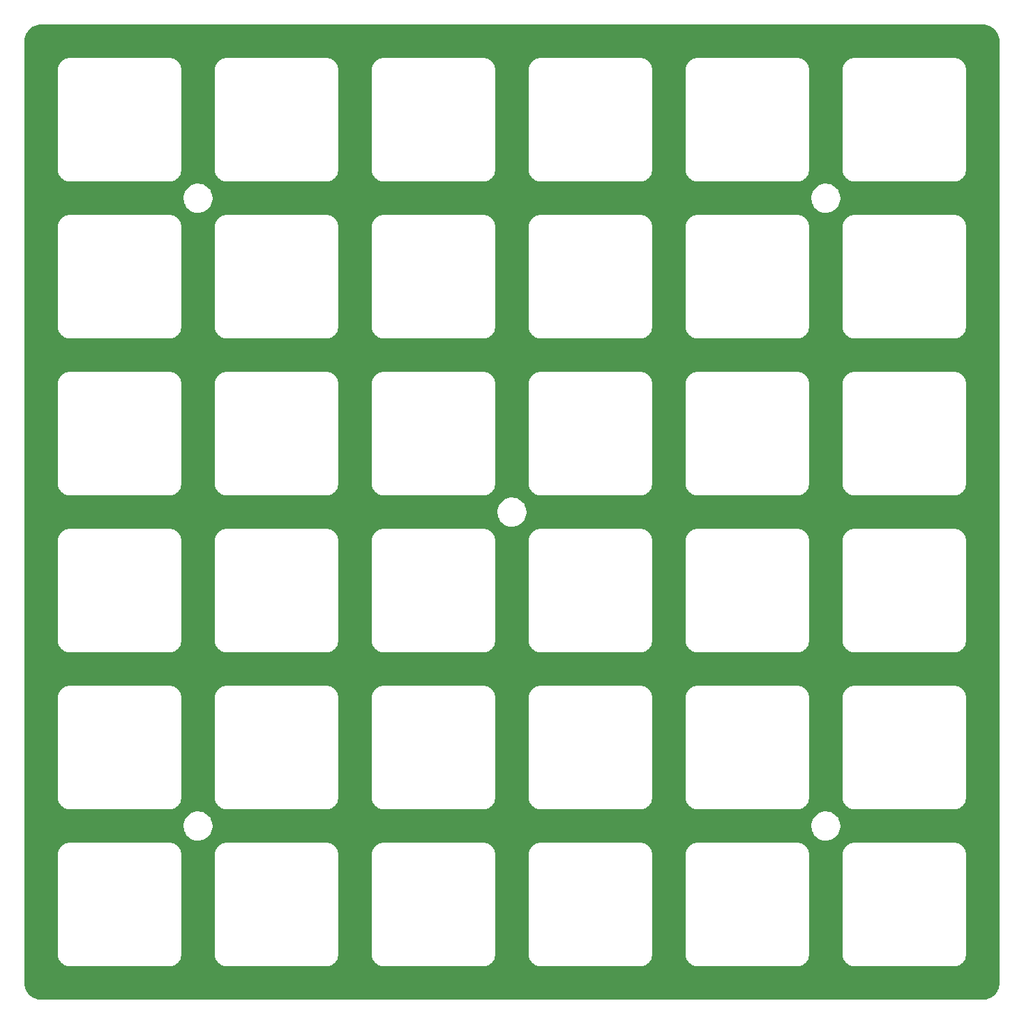
<source format=gtl>
%TF.GenerationSoftware,KiCad,Pcbnew,(6.0.5-0)*%
%TF.CreationDate,2022-06-21T10:58:13+08:00*%
%TF.ProjectId,Plate,506c6174-652e-46b6-9963-61645f706362,rev?*%
%TF.SameCoordinates,PX4bb2a98PY4bb2a98*%
%TF.FileFunction,Copper,L1,Top*%
%TF.FilePolarity,Positive*%
%FSLAX46Y46*%
G04 Gerber Fmt 4.6, Leading zero omitted, Abs format (unit mm)*
G04 Created by KiCad (PCBNEW (6.0.5-0)) date 2022-06-21 10:58:13*
%MOMM*%
%LPD*%
G01*
G04 APERTURE LIST*
G04 APERTURE END LIST*
%TA.AperFunction,NonConductor*%
G36*
X57120018Y59180000D02*
G01*
X57134851Y59177690D01*
X57134855Y59177690D01*
X57143724Y59176309D01*
X57152626Y59177473D01*
X57152629Y59177473D01*
X57160012Y59178439D01*
X57184591Y59179233D01*
X57211442Y59177473D01*
X57406922Y59164660D01*
X57423262Y59162509D01*
X57545477Y59138199D01*
X57667696Y59113888D01*
X57683606Y59109625D01*
X57919600Y59029516D01*
X57934826Y59023209D01*
X58158342Y58912984D01*
X58172616Y58904743D01*
X58379829Y58766287D01*
X58392905Y58756254D01*
X58580278Y58591932D01*
X58591932Y58580278D01*
X58756254Y58392905D01*
X58766287Y58379829D01*
X58904743Y58172616D01*
X58912984Y58158342D01*
X59023209Y57934826D01*
X59029515Y57919602D01*
X59109625Y57683606D01*
X59113889Y57667693D01*
X59162509Y57423262D01*
X59164660Y57406922D01*
X59178763Y57191764D01*
X59177733Y57168650D01*
X59177690Y57165146D01*
X59176309Y57156276D01*
X59177473Y57147374D01*
X59177473Y57147372D01*
X59180436Y57124717D01*
X59181500Y57108379D01*
X59181500Y-57100633D01*
X59180000Y-57120018D01*
X59177690Y-57134851D01*
X59177690Y-57134855D01*
X59176309Y-57143724D01*
X59177473Y-57152626D01*
X59177473Y-57152629D01*
X59178439Y-57160012D01*
X59179233Y-57184591D01*
X59164660Y-57406922D01*
X59162509Y-57423262D01*
X59113889Y-57667693D01*
X59109625Y-57683606D01*
X59075312Y-57784689D01*
X59029516Y-57919600D01*
X59023209Y-57934826D01*
X58912984Y-58158342D01*
X58904743Y-58172616D01*
X58766287Y-58379829D01*
X58756254Y-58392905D01*
X58591932Y-58580278D01*
X58580278Y-58591932D01*
X58392905Y-58756254D01*
X58379829Y-58766287D01*
X58172616Y-58904743D01*
X58158342Y-58912984D01*
X57934826Y-59023209D01*
X57919602Y-59029515D01*
X57683606Y-59109625D01*
X57667696Y-59113888D01*
X57545477Y-59138199D01*
X57423262Y-59162509D01*
X57406922Y-59164660D01*
X57258134Y-59174413D01*
X57191763Y-59178763D01*
X57168650Y-59177733D01*
X57165146Y-59177690D01*
X57156276Y-59176309D01*
X57147374Y-59177473D01*
X57147372Y-59177473D01*
X57133915Y-59179233D01*
X57124714Y-59180436D01*
X57108379Y-59181500D01*
X-57100633Y-59181500D01*
X-57120018Y-59180000D01*
X-57134851Y-59177690D01*
X-57134855Y-59177690D01*
X-57143724Y-59176309D01*
X-57152626Y-59177473D01*
X-57152629Y-59177473D01*
X-57160012Y-59178439D01*
X-57184591Y-59179233D01*
X-57229201Y-59176309D01*
X-57406922Y-59164660D01*
X-57423262Y-59162509D01*
X-57545477Y-59138199D01*
X-57667696Y-59113888D01*
X-57683606Y-59109625D01*
X-57919602Y-59029515D01*
X-57934826Y-59023209D01*
X-58158342Y-58912984D01*
X-58172616Y-58904743D01*
X-58379829Y-58766287D01*
X-58392905Y-58756254D01*
X-58580278Y-58591932D01*
X-58591932Y-58580278D01*
X-58756254Y-58392905D01*
X-58766287Y-58379829D01*
X-58904743Y-58172616D01*
X-58912984Y-58158342D01*
X-59023209Y-57934826D01*
X-59029516Y-57919600D01*
X-59075312Y-57784689D01*
X-59109625Y-57683606D01*
X-59113889Y-57667693D01*
X-59162509Y-57423262D01*
X-59164660Y-57406922D01*
X-59178524Y-57195407D01*
X-59177350Y-57172232D01*
X-59177666Y-57172204D01*
X-59177230Y-57167344D01*
X-59176424Y-57162552D01*
X-59176271Y-57150000D01*
X-59180227Y-57122376D01*
X-59181500Y-57104514D01*
X-59181500Y-53618724D01*
X-55138691Y-53618724D01*
X-55137208Y-53630062D01*
X-55136465Y-53637406D01*
X-55121959Y-53840230D01*
X-55076092Y-54051079D01*
X-55074520Y-54055294D01*
X-55074519Y-54055297D01*
X-55052657Y-54113910D01*
X-55000685Y-54253254D01*
X-54897272Y-54442640D01*
X-54767960Y-54615381D01*
X-54615381Y-54767960D01*
X-54442640Y-54897272D01*
X-54253254Y-55000685D01*
X-54152166Y-55038389D01*
X-54055297Y-55074519D01*
X-54055294Y-55074520D01*
X-54051079Y-55076092D01*
X-54046689Y-55077047D01*
X-54046682Y-55077049D01*
X-53891771Y-55110747D01*
X-53840230Y-55121959D01*
X-53665465Y-55134459D01*
X-53653554Y-55135884D01*
X-53642352Y-55137769D01*
X-53642345Y-55137770D01*
X-53637552Y-55138576D01*
X-53631276Y-55138653D01*
X-53629860Y-55138670D01*
X-53629857Y-55138670D01*
X-53625000Y-55138729D01*
X-53597376Y-55134773D01*
X-53579514Y-55133500D01*
X-41678250Y-55133500D01*
X-41657345Y-55135246D01*
X-41642344Y-55137770D01*
X-41642341Y-55137770D01*
X-41637552Y-55138576D01*
X-41631313Y-55138652D01*
X-41629860Y-55138670D01*
X-41629857Y-55138670D01*
X-41625000Y-55138729D01*
X-41610210Y-55136611D01*
X-41601357Y-55135662D01*
X-41414258Y-55122280D01*
X-41409770Y-55121959D01*
X-41358229Y-55110747D01*
X-41203318Y-55077049D01*
X-41203311Y-55077047D01*
X-41198921Y-55076092D01*
X-41194706Y-55074520D01*
X-41194703Y-55074519D01*
X-41097834Y-55038389D01*
X-40996746Y-55000685D01*
X-40807360Y-54897272D01*
X-40634619Y-54767960D01*
X-40482040Y-54615381D01*
X-40352728Y-54442640D01*
X-40249315Y-54253254D01*
X-40197343Y-54113910D01*
X-40175481Y-54055297D01*
X-40175480Y-54055294D01*
X-40173908Y-54051079D01*
X-40128041Y-53840230D01*
X-40115541Y-53665465D01*
X-40114116Y-53653554D01*
X-40112231Y-53642352D01*
X-40112230Y-53642345D01*
X-40111424Y-53637552D01*
X-40111348Y-53631276D01*
X-40111330Y-53629860D01*
X-40111330Y-53629857D01*
X-40111271Y-53625000D01*
X-40112170Y-53618724D01*
X-36088691Y-53618724D01*
X-36087208Y-53630062D01*
X-36086465Y-53637406D01*
X-36071959Y-53840230D01*
X-36026092Y-54051079D01*
X-36024520Y-54055294D01*
X-36024519Y-54055297D01*
X-36002657Y-54113910D01*
X-35950685Y-54253254D01*
X-35847272Y-54442640D01*
X-35717960Y-54615381D01*
X-35565381Y-54767960D01*
X-35392640Y-54897272D01*
X-35203254Y-55000685D01*
X-35102166Y-55038389D01*
X-35005297Y-55074519D01*
X-35005294Y-55074520D01*
X-35001079Y-55076092D01*
X-34996689Y-55077047D01*
X-34996682Y-55077049D01*
X-34841771Y-55110747D01*
X-34790230Y-55121959D01*
X-34615465Y-55134459D01*
X-34603554Y-55135884D01*
X-34592352Y-55137769D01*
X-34592345Y-55137770D01*
X-34587552Y-55138576D01*
X-34581276Y-55138653D01*
X-34579860Y-55138670D01*
X-34579857Y-55138670D01*
X-34575000Y-55138729D01*
X-34547376Y-55134773D01*
X-34529514Y-55133500D01*
X-22628250Y-55133500D01*
X-22607345Y-55135246D01*
X-22592344Y-55137770D01*
X-22592341Y-55137770D01*
X-22587552Y-55138576D01*
X-22581313Y-55138652D01*
X-22579860Y-55138670D01*
X-22579857Y-55138670D01*
X-22575000Y-55138729D01*
X-22560210Y-55136611D01*
X-22551357Y-55135662D01*
X-22364258Y-55122280D01*
X-22359770Y-55121959D01*
X-22308229Y-55110747D01*
X-22153318Y-55077049D01*
X-22153311Y-55077047D01*
X-22148921Y-55076092D01*
X-22144706Y-55074520D01*
X-22144703Y-55074519D01*
X-22047834Y-55038389D01*
X-21946746Y-55000685D01*
X-21757360Y-54897272D01*
X-21584619Y-54767960D01*
X-21432040Y-54615381D01*
X-21302728Y-54442640D01*
X-21199315Y-54253254D01*
X-21147343Y-54113910D01*
X-21125481Y-54055297D01*
X-21125480Y-54055294D01*
X-21123908Y-54051079D01*
X-21078041Y-53840230D01*
X-21065541Y-53665465D01*
X-21064116Y-53653554D01*
X-21062231Y-53642352D01*
X-21062230Y-53642345D01*
X-21061424Y-53637552D01*
X-21061348Y-53631276D01*
X-21061330Y-53629860D01*
X-21061330Y-53629857D01*
X-21061271Y-53625000D01*
X-21062170Y-53618724D01*
X-17038691Y-53618724D01*
X-17037208Y-53630062D01*
X-17036465Y-53637406D01*
X-17021959Y-53840230D01*
X-16976092Y-54051079D01*
X-16974520Y-54055294D01*
X-16974519Y-54055297D01*
X-16952657Y-54113910D01*
X-16900685Y-54253254D01*
X-16797272Y-54442640D01*
X-16667960Y-54615381D01*
X-16515381Y-54767960D01*
X-16342640Y-54897272D01*
X-16153254Y-55000685D01*
X-16052166Y-55038389D01*
X-15955297Y-55074519D01*
X-15955294Y-55074520D01*
X-15951079Y-55076092D01*
X-15946689Y-55077047D01*
X-15946682Y-55077049D01*
X-15791771Y-55110747D01*
X-15740230Y-55121959D01*
X-15565465Y-55134459D01*
X-15553554Y-55135884D01*
X-15542352Y-55137769D01*
X-15542345Y-55137770D01*
X-15537552Y-55138576D01*
X-15531276Y-55138653D01*
X-15529860Y-55138670D01*
X-15529857Y-55138670D01*
X-15525000Y-55138729D01*
X-15497376Y-55134773D01*
X-15479514Y-55133500D01*
X-3578250Y-55133500D01*
X-3557345Y-55135246D01*
X-3542344Y-55137770D01*
X-3542341Y-55137770D01*
X-3537552Y-55138576D01*
X-3531313Y-55138652D01*
X-3529860Y-55138670D01*
X-3529857Y-55138670D01*
X-3525000Y-55138729D01*
X-3510210Y-55136611D01*
X-3501357Y-55135662D01*
X-3314258Y-55122280D01*
X-3309770Y-55121959D01*
X-3258229Y-55110747D01*
X-3103318Y-55077049D01*
X-3103311Y-55077047D01*
X-3098921Y-55076092D01*
X-3094706Y-55074520D01*
X-3094703Y-55074519D01*
X-2997834Y-55038389D01*
X-2896746Y-55000685D01*
X-2707360Y-54897272D01*
X-2534619Y-54767960D01*
X-2382040Y-54615381D01*
X-2252728Y-54442640D01*
X-2149315Y-54253254D01*
X-2097343Y-54113910D01*
X-2075481Y-54055297D01*
X-2075480Y-54055294D01*
X-2073908Y-54051079D01*
X-2028041Y-53840230D01*
X-2015541Y-53665465D01*
X-2014116Y-53653554D01*
X-2012231Y-53642352D01*
X-2012230Y-53642345D01*
X-2011424Y-53637552D01*
X-2011347Y-53631276D01*
X-2011330Y-53629860D01*
X-2011330Y-53629857D01*
X-2011271Y-53625000D01*
X-2012170Y-53618724D01*
X2011309Y-53618724D01*
X2012792Y-53630062D01*
X2013535Y-53637406D01*
X2028041Y-53840230D01*
X2073908Y-54051079D01*
X2075480Y-54055294D01*
X2075481Y-54055297D01*
X2097343Y-54113910D01*
X2149315Y-54253254D01*
X2252728Y-54442640D01*
X2382040Y-54615381D01*
X2534619Y-54767960D01*
X2707360Y-54897272D01*
X2896746Y-55000685D01*
X2997834Y-55038389D01*
X3094703Y-55074519D01*
X3094706Y-55074520D01*
X3098921Y-55076092D01*
X3103311Y-55077047D01*
X3103318Y-55077049D01*
X3258229Y-55110747D01*
X3309770Y-55121959D01*
X3484535Y-55134459D01*
X3496446Y-55135884D01*
X3507648Y-55137769D01*
X3507655Y-55137770D01*
X3512448Y-55138576D01*
X3518724Y-55138653D01*
X3520140Y-55138670D01*
X3520143Y-55138670D01*
X3525000Y-55138729D01*
X3552624Y-55134773D01*
X3570486Y-55133500D01*
X15471750Y-55133500D01*
X15492655Y-55135246D01*
X15507656Y-55137770D01*
X15507659Y-55137770D01*
X15512448Y-55138576D01*
X15518687Y-55138652D01*
X15520140Y-55138670D01*
X15520143Y-55138670D01*
X15525000Y-55138729D01*
X15539790Y-55136611D01*
X15548643Y-55135662D01*
X15735742Y-55122280D01*
X15740230Y-55121959D01*
X15791771Y-55110747D01*
X15946682Y-55077049D01*
X15946689Y-55077047D01*
X15951079Y-55076092D01*
X15955294Y-55074520D01*
X15955297Y-55074519D01*
X16052166Y-55038389D01*
X16153254Y-55000685D01*
X16342640Y-54897272D01*
X16515381Y-54767960D01*
X16667960Y-54615381D01*
X16797272Y-54442640D01*
X16900685Y-54253254D01*
X16952657Y-54113910D01*
X16974519Y-54055297D01*
X16974520Y-54055294D01*
X16976092Y-54051079D01*
X17021959Y-53840230D01*
X17034459Y-53665465D01*
X17035884Y-53653554D01*
X17037769Y-53642352D01*
X17037770Y-53642345D01*
X17038576Y-53637552D01*
X17038653Y-53631276D01*
X17038670Y-53629860D01*
X17038670Y-53629857D01*
X17038729Y-53625000D01*
X17037830Y-53618724D01*
X21061309Y-53618724D01*
X21062792Y-53630062D01*
X21063535Y-53637406D01*
X21078041Y-53840230D01*
X21123908Y-54051079D01*
X21125480Y-54055294D01*
X21125481Y-54055297D01*
X21147343Y-54113910D01*
X21199315Y-54253254D01*
X21302728Y-54442640D01*
X21432040Y-54615381D01*
X21584619Y-54767960D01*
X21757360Y-54897272D01*
X21946746Y-55000685D01*
X22047834Y-55038389D01*
X22144703Y-55074519D01*
X22144706Y-55074520D01*
X22148921Y-55076092D01*
X22153311Y-55077047D01*
X22153318Y-55077049D01*
X22308229Y-55110747D01*
X22359770Y-55121959D01*
X22534535Y-55134459D01*
X22546446Y-55135884D01*
X22557648Y-55137769D01*
X22557655Y-55137770D01*
X22562448Y-55138576D01*
X22568724Y-55138653D01*
X22570140Y-55138670D01*
X22570143Y-55138670D01*
X22575000Y-55138729D01*
X22602624Y-55134773D01*
X22620486Y-55133500D01*
X34521750Y-55133500D01*
X34542655Y-55135246D01*
X34557656Y-55137770D01*
X34557659Y-55137770D01*
X34562448Y-55138576D01*
X34568687Y-55138652D01*
X34570140Y-55138670D01*
X34570143Y-55138670D01*
X34575000Y-55138729D01*
X34589790Y-55136611D01*
X34598643Y-55135662D01*
X34785742Y-55122280D01*
X34790230Y-55121959D01*
X34841771Y-55110747D01*
X34996682Y-55077049D01*
X34996689Y-55077047D01*
X35001079Y-55076092D01*
X35005294Y-55074520D01*
X35005297Y-55074519D01*
X35102166Y-55038389D01*
X35203254Y-55000685D01*
X35392640Y-54897272D01*
X35565381Y-54767960D01*
X35717960Y-54615381D01*
X35847272Y-54442640D01*
X35950685Y-54253254D01*
X36002657Y-54113910D01*
X36024519Y-54055297D01*
X36024520Y-54055294D01*
X36026092Y-54051079D01*
X36071959Y-53840230D01*
X36084459Y-53665465D01*
X36085884Y-53653554D01*
X36087769Y-53642352D01*
X36087770Y-53642345D01*
X36088576Y-53637552D01*
X36088653Y-53631276D01*
X36088670Y-53629860D01*
X36088670Y-53629857D01*
X36088729Y-53625000D01*
X36087830Y-53618724D01*
X40111309Y-53618724D01*
X40112792Y-53630062D01*
X40113535Y-53637406D01*
X40128041Y-53840230D01*
X40173908Y-54051079D01*
X40175480Y-54055294D01*
X40175481Y-54055297D01*
X40197343Y-54113910D01*
X40249315Y-54253254D01*
X40352728Y-54442640D01*
X40482040Y-54615381D01*
X40634619Y-54767960D01*
X40807360Y-54897272D01*
X40996746Y-55000685D01*
X41097834Y-55038389D01*
X41194703Y-55074519D01*
X41194706Y-55074520D01*
X41198921Y-55076092D01*
X41203311Y-55077047D01*
X41203318Y-55077049D01*
X41358229Y-55110747D01*
X41409770Y-55121959D01*
X41584535Y-55134459D01*
X41596446Y-55135884D01*
X41607648Y-55137769D01*
X41607655Y-55137770D01*
X41612448Y-55138576D01*
X41618724Y-55138653D01*
X41620140Y-55138670D01*
X41620143Y-55138670D01*
X41625000Y-55138729D01*
X41652624Y-55134773D01*
X41670486Y-55133500D01*
X53571750Y-55133500D01*
X53592655Y-55135246D01*
X53607656Y-55137770D01*
X53607659Y-55137770D01*
X53612448Y-55138576D01*
X53618687Y-55138652D01*
X53620140Y-55138670D01*
X53620143Y-55138670D01*
X53625000Y-55138729D01*
X53639790Y-55136611D01*
X53648643Y-55135662D01*
X53835742Y-55122280D01*
X53840230Y-55121959D01*
X53891771Y-55110747D01*
X54046682Y-55077049D01*
X54046689Y-55077047D01*
X54051079Y-55076092D01*
X54055294Y-55074520D01*
X54055297Y-55074519D01*
X54152166Y-55038389D01*
X54253254Y-55000685D01*
X54442640Y-54897272D01*
X54615381Y-54767960D01*
X54767960Y-54615381D01*
X54897272Y-54442640D01*
X55000685Y-54253254D01*
X55052657Y-54113910D01*
X55074519Y-54055297D01*
X55074520Y-54055294D01*
X55076092Y-54051079D01*
X55121959Y-53840230D01*
X55134459Y-53665465D01*
X55135884Y-53653554D01*
X55137769Y-53642352D01*
X55137770Y-53642345D01*
X55138576Y-53637552D01*
X55138653Y-53631276D01*
X55138670Y-53629860D01*
X55138670Y-53629857D01*
X55138729Y-53625000D01*
X55134773Y-53597376D01*
X55133500Y-53579514D01*
X55133500Y-41678250D01*
X55135246Y-41657345D01*
X55137770Y-41642344D01*
X55137770Y-41642341D01*
X55138576Y-41637552D01*
X55138729Y-41625000D01*
X55136611Y-41610210D01*
X55135662Y-41601357D01*
X55122280Y-41414258D01*
X55121959Y-41409770D01*
X55076092Y-41198921D01*
X55053628Y-41138691D01*
X55002258Y-41000964D01*
X55000685Y-40996746D01*
X54897272Y-40807360D01*
X54767960Y-40634619D01*
X54615381Y-40482040D01*
X54442640Y-40352728D01*
X54253254Y-40249315D01*
X54152167Y-40211612D01*
X54055297Y-40175481D01*
X54055294Y-40175480D01*
X54051079Y-40173908D01*
X54046689Y-40172953D01*
X54046682Y-40172951D01*
X53891771Y-40139253D01*
X53840230Y-40128041D01*
X53665465Y-40115541D01*
X53653554Y-40114116D01*
X53642352Y-40112231D01*
X53642345Y-40112230D01*
X53637552Y-40111424D01*
X53631276Y-40111347D01*
X53629860Y-40111330D01*
X53629857Y-40111330D01*
X53625000Y-40111271D01*
X53605134Y-40114116D01*
X53597376Y-40115227D01*
X53579514Y-40116500D01*
X41678250Y-40116500D01*
X41657345Y-40114754D01*
X41642344Y-40112230D01*
X41642341Y-40112230D01*
X41637552Y-40111424D01*
X41631313Y-40111348D01*
X41629860Y-40111330D01*
X41629857Y-40111330D01*
X41625000Y-40111271D01*
X41610210Y-40113389D01*
X41601357Y-40114338D01*
X41414258Y-40127720D01*
X41409770Y-40128041D01*
X41358229Y-40139253D01*
X41203318Y-40172951D01*
X41203311Y-40172953D01*
X41198921Y-40173908D01*
X41194706Y-40175480D01*
X41194703Y-40175481D01*
X41097833Y-40211612D01*
X40996746Y-40249315D01*
X40807360Y-40352728D01*
X40634619Y-40482040D01*
X40482040Y-40634619D01*
X40352728Y-40807360D01*
X40249315Y-40996746D01*
X40247742Y-41000964D01*
X40196373Y-41138691D01*
X40173908Y-41198921D01*
X40128041Y-41409770D01*
X40120470Y-41515631D01*
X40114988Y-41592275D01*
X40113808Y-41602675D01*
X40112690Y-41609851D01*
X40112690Y-41609855D01*
X40111309Y-41618724D01*
X40112473Y-41627626D01*
X40112473Y-41627628D01*
X40115436Y-41650283D01*
X40116500Y-41666621D01*
X40116500Y-53575633D01*
X40115000Y-53595018D01*
X40112690Y-53609851D01*
X40112690Y-53609855D01*
X40111309Y-53618724D01*
X36087830Y-53618724D01*
X36084773Y-53597376D01*
X36083500Y-53579514D01*
X36083500Y-41678250D01*
X36085246Y-41657345D01*
X36087770Y-41642344D01*
X36087770Y-41642341D01*
X36088576Y-41637552D01*
X36088729Y-41625000D01*
X36086611Y-41610210D01*
X36085662Y-41601357D01*
X36072280Y-41414258D01*
X36071959Y-41409770D01*
X36026092Y-41198921D01*
X36003628Y-41138691D01*
X35952258Y-41000964D01*
X35950685Y-40996746D01*
X35847272Y-40807360D01*
X35717960Y-40634619D01*
X35565381Y-40482040D01*
X35392640Y-40352728D01*
X35203254Y-40249315D01*
X35102167Y-40211612D01*
X35005297Y-40175481D01*
X35005294Y-40175480D01*
X35001079Y-40173908D01*
X34996689Y-40172953D01*
X34996682Y-40172951D01*
X34841771Y-40139253D01*
X34790230Y-40128041D01*
X34615465Y-40115541D01*
X34603554Y-40114116D01*
X34592352Y-40112231D01*
X34592345Y-40112230D01*
X34587552Y-40111424D01*
X34581276Y-40111347D01*
X34579860Y-40111330D01*
X34579857Y-40111330D01*
X34575000Y-40111271D01*
X34555134Y-40114116D01*
X34547376Y-40115227D01*
X34529514Y-40116500D01*
X22628250Y-40116500D01*
X22607345Y-40114754D01*
X22592344Y-40112230D01*
X22592341Y-40112230D01*
X22587552Y-40111424D01*
X22581313Y-40111348D01*
X22579860Y-40111330D01*
X22579857Y-40111330D01*
X22575000Y-40111271D01*
X22560210Y-40113389D01*
X22551357Y-40114338D01*
X22364258Y-40127720D01*
X22359770Y-40128041D01*
X22308229Y-40139253D01*
X22153318Y-40172951D01*
X22153311Y-40172953D01*
X22148921Y-40173908D01*
X22144706Y-40175480D01*
X22144703Y-40175481D01*
X22047833Y-40211612D01*
X21946746Y-40249315D01*
X21757360Y-40352728D01*
X21584619Y-40482040D01*
X21432040Y-40634619D01*
X21302728Y-40807360D01*
X21199315Y-40996746D01*
X21197742Y-41000964D01*
X21146373Y-41138691D01*
X21123908Y-41198921D01*
X21078041Y-41409770D01*
X21070470Y-41515631D01*
X21064988Y-41592275D01*
X21063808Y-41602675D01*
X21062690Y-41609851D01*
X21062690Y-41609855D01*
X21061309Y-41618724D01*
X21062473Y-41627626D01*
X21062473Y-41627628D01*
X21065436Y-41650283D01*
X21066500Y-41666621D01*
X21066500Y-53575633D01*
X21065000Y-53595018D01*
X21062690Y-53609851D01*
X21062690Y-53609855D01*
X21061309Y-53618724D01*
X17037830Y-53618724D01*
X17034773Y-53597376D01*
X17033500Y-53579514D01*
X17033500Y-41678250D01*
X17035246Y-41657345D01*
X17037770Y-41642344D01*
X17037770Y-41642341D01*
X17038576Y-41637552D01*
X17038729Y-41625000D01*
X17036611Y-41610210D01*
X17035662Y-41601357D01*
X17022280Y-41414258D01*
X17021959Y-41409770D01*
X16976092Y-41198921D01*
X16953628Y-41138691D01*
X16902258Y-41000964D01*
X16900685Y-40996746D01*
X16797272Y-40807360D01*
X16667960Y-40634619D01*
X16515381Y-40482040D01*
X16342640Y-40352728D01*
X16153254Y-40249315D01*
X16052167Y-40211612D01*
X15955297Y-40175481D01*
X15955294Y-40175480D01*
X15951079Y-40173908D01*
X15946689Y-40172953D01*
X15946682Y-40172951D01*
X15791771Y-40139253D01*
X15740230Y-40128041D01*
X15565465Y-40115541D01*
X15553554Y-40114116D01*
X15542352Y-40112231D01*
X15542345Y-40112230D01*
X15537552Y-40111424D01*
X15531276Y-40111347D01*
X15529860Y-40111330D01*
X15529857Y-40111330D01*
X15525000Y-40111271D01*
X15505134Y-40114116D01*
X15497376Y-40115227D01*
X15479514Y-40116500D01*
X3578250Y-40116500D01*
X3557345Y-40114754D01*
X3542344Y-40112230D01*
X3542341Y-40112230D01*
X3537552Y-40111424D01*
X3531313Y-40111348D01*
X3529860Y-40111330D01*
X3529857Y-40111330D01*
X3525000Y-40111271D01*
X3510210Y-40113389D01*
X3501357Y-40114338D01*
X3314258Y-40127720D01*
X3309770Y-40128041D01*
X3258229Y-40139253D01*
X3103318Y-40172951D01*
X3103311Y-40172953D01*
X3098921Y-40173908D01*
X3094706Y-40175480D01*
X3094703Y-40175481D01*
X2997833Y-40211612D01*
X2896746Y-40249315D01*
X2707360Y-40352728D01*
X2534619Y-40482040D01*
X2382040Y-40634619D01*
X2252728Y-40807360D01*
X2149315Y-40996746D01*
X2147742Y-41000964D01*
X2096373Y-41138691D01*
X2073908Y-41198921D01*
X2028041Y-41409770D01*
X2020470Y-41515631D01*
X2014988Y-41592275D01*
X2013808Y-41602675D01*
X2012690Y-41609851D01*
X2012690Y-41609855D01*
X2011309Y-41618724D01*
X2012473Y-41627626D01*
X2012473Y-41627628D01*
X2015436Y-41650283D01*
X2016500Y-41666621D01*
X2016500Y-53575633D01*
X2015000Y-53595018D01*
X2012690Y-53609851D01*
X2012690Y-53609855D01*
X2011309Y-53618724D01*
X-2012170Y-53618724D01*
X-2015227Y-53597376D01*
X-2016500Y-53579514D01*
X-2016500Y-41678250D01*
X-2014754Y-41657345D01*
X-2012230Y-41642344D01*
X-2012230Y-41642341D01*
X-2011424Y-41637552D01*
X-2011271Y-41625000D01*
X-2013389Y-41610210D01*
X-2014338Y-41601357D01*
X-2027720Y-41414258D01*
X-2028041Y-41409770D01*
X-2073908Y-41198921D01*
X-2096372Y-41138691D01*
X-2147742Y-41000964D01*
X-2149315Y-40996746D01*
X-2252728Y-40807360D01*
X-2382040Y-40634619D01*
X-2534619Y-40482040D01*
X-2707360Y-40352728D01*
X-2896746Y-40249315D01*
X-2997833Y-40211612D01*
X-3094703Y-40175481D01*
X-3094706Y-40175480D01*
X-3098921Y-40173908D01*
X-3103311Y-40172953D01*
X-3103318Y-40172951D01*
X-3258229Y-40139253D01*
X-3309770Y-40128041D01*
X-3484535Y-40115541D01*
X-3496446Y-40114116D01*
X-3507648Y-40112231D01*
X-3507655Y-40112230D01*
X-3512448Y-40111424D01*
X-3518724Y-40111347D01*
X-3520140Y-40111330D01*
X-3520143Y-40111330D01*
X-3525000Y-40111271D01*
X-3544866Y-40114116D01*
X-3552624Y-40115227D01*
X-3570486Y-40116500D01*
X-15471750Y-40116500D01*
X-15492655Y-40114754D01*
X-15507656Y-40112230D01*
X-15507659Y-40112230D01*
X-15512448Y-40111424D01*
X-15518687Y-40111348D01*
X-15520140Y-40111330D01*
X-15520143Y-40111330D01*
X-15525000Y-40111271D01*
X-15539790Y-40113389D01*
X-15548643Y-40114338D01*
X-15735742Y-40127720D01*
X-15740230Y-40128041D01*
X-15791771Y-40139253D01*
X-15946682Y-40172951D01*
X-15946689Y-40172953D01*
X-15951079Y-40173908D01*
X-15955294Y-40175480D01*
X-15955297Y-40175481D01*
X-16052167Y-40211612D01*
X-16153254Y-40249315D01*
X-16342640Y-40352728D01*
X-16515381Y-40482040D01*
X-16667960Y-40634619D01*
X-16797272Y-40807360D01*
X-16900685Y-40996746D01*
X-16902258Y-41000964D01*
X-16953627Y-41138691D01*
X-16976092Y-41198921D01*
X-17021959Y-41409770D01*
X-17029530Y-41515631D01*
X-17035012Y-41592275D01*
X-17036192Y-41602675D01*
X-17037310Y-41609851D01*
X-17037310Y-41609855D01*
X-17038691Y-41618724D01*
X-17037527Y-41627626D01*
X-17037527Y-41627628D01*
X-17034564Y-41650283D01*
X-17033500Y-41666621D01*
X-17033500Y-53575633D01*
X-17035000Y-53595018D01*
X-17037310Y-53609851D01*
X-17037310Y-53609855D01*
X-17038691Y-53618724D01*
X-21062170Y-53618724D01*
X-21065227Y-53597376D01*
X-21066500Y-53579514D01*
X-21066500Y-41678250D01*
X-21064754Y-41657345D01*
X-21062230Y-41642344D01*
X-21062230Y-41642341D01*
X-21061424Y-41637552D01*
X-21061271Y-41625000D01*
X-21063389Y-41610210D01*
X-21064338Y-41601357D01*
X-21077720Y-41414258D01*
X-21078041Y-41409770D01*
X-21123908Y-41198921D01*
X-21146372Y-41138691D01*
X-21197742Y-41000964D01*
X-21199315Y-40996746D01*
X-21302728Y-40807360D01*
X-21432040Y-40634619D01*
X-21584619Y-40482040D01*
X-21757360Y-40352728D01*
X-21946746Y-40249315D01*
X-22047833Y-40211612D01*
X-22144703Y-40175481D01*
X-22144706Y-40175480D01*
X-22148921Y-40173908D01*
X-22153311Y-40172953D01*
X-22153318Y-40172951D01*
X-22308229Y-40139253D01*
X-22359770Y-40128041D01*
X-22534535Y-40115541D01*
X-22546446Y-40114116D01*
X-22557648Y-40112231D01*
X-22557655Y-40112230D01*
X-22562448Y-40111424D01*
X-22568724Y-40111347D01*
X-22570140Y-40111330D01*
X-22570143Y-40111330D01*
X-22575000Y-40111271D01*
X-22594866Y-40114116D01*
X-22602624Y-40115227D01*
X-22620486Y-40116500D01*
X-34521750Y-40116500D01*
X-34542655Y-40114754D01*
X-34557656Y-40112230D01*
X-34557659Y-40112230D01*
X-34562448Y-40111424D01*
X-34568687Y-40111348D01*
X-34570140Y-40111330D01*
X-34570143Y-40111330D01*
X-34575000Y-40111271D01*
X-34589790Y-40113389D01*
X-34598643Y-40114338D01*
X-34785742Y-40127720D01*
X-34790230Y-40128041D01*
X-34841771Y-40139253D01*
X-34996682Y-40172951D01*
X-34996689Y-40172953D01*
X-35001079Y-40173908D01*
X-35005294Y-40175480D01*
X-35005297Y-40175481D01*
X-35102167Y-40211612D01*
X-35203254Y-40249315D01*
X-35392640Y-40352728D01*
X-35565381Y-40482040D01*
X-35717960Y-40634619D01*
X-35847272Y-40807360D01*
X-35950685Y-40996746D01*
X-35952258Y-41000964D01*
X-36003627Y-41138691D01*
X-36026092Y-41198921D01*
X-36071959Y-41409770D01*
X-36079530Y-41515631D01*
X-36085012Y-41592275D01*
X-36086192Y-41602675D01*
X-36087310Y-41609851D01*
X-36087310Y-41609855D01*
X-36088691Y-41618724D01*
X-36087527Y-41627626D01*
X-36087527Y-41627628D01*
X-36084564Y-41650283D01*
X-36083500Y-41666621D01*
X-36083500Y-53575633D01*
X-36085000Y-53595018D01*
X-36087310Y-53609851D01*
X-36087310Y-53609855D01*
X-36088691Y-53618724D01*
X-40112170Y-53618724D01*
X-40115227Y-53597376D01*
X-40116500Y-53579514D01*
X-40116500Y-41678250D01*
X-40114754Y-41657345D01*
X-40112230Y-41642344D01*
X-40112230Y-41642341D01*
X-40111424Y-41637552D01*
X-40111271Y-41625000D01*
X-40113389Y-41610210D01*
X-40114338Y-41601357D01*
X-40127720Y-41414258D01*
X-40128041Y-41409770D01*
X-40173908Y-41198921D01*
X-40196372Y-41138691D01*
X-40247742Y-41000964D01*
X-40249315Y-40996746D01*
X-40352728Y-40807360D01*
X-40482040Y-40634619D01*
X-40634619Y-40482040D01*
X-40807360Y-40352728D01*
X-40996746Y-40249315D01*
X-41097833Y-40211612D01*
X-41194703Y-40175481D01*
X-41194706Y-40175480D01*
X-41198921Y-40173908D01*
X-41203311Y-40172953D01*
X-41203318Y-40172951D01*
X-41358229Y-40139253D01*
X-41409770Y-40128041D01*
X-41584535Y-40115541D01*
X-41596446Y-40114116D01*
X-41607648Y-40112231D01*
X-41607655Y-40112230D01*
X-41612448Y-40111424D01*
X-41618724Y-40111347D01*
X-41620140Y-40111330D01*
X-41620143Y-40111330D01*
X-41625000Y-40111271D01*
X-41644866Y-40114116D01*
X-41652624Y-40115227D01*
X-41670486Y-40116500D01*
X-53571750Y-40116500D01*
X-53592655Y-40114754D01*
X-53607656Y-40112230D01*
X-53607659Y-40112230D01*
X-53612448Y-40111424D01*
X-53618687Y-40111348D01*
X-53620140Y-40111330D01*
X-53620143Y-40111330D01*
X-53625000Y-40111271D01*
X-53639790Y-40113389D01*
X-53648643Y-40114338D01*
X-53835742Y-40127720D01*
X-53840230Y-40128041D01*
X-53891771Y-40139253D01*
X-54046682Y-40172951D01*
X-54046689Y-40172953D01*
X-54051079Y-40173908D01*
X-54055294Y-40175480D01*
X-54055297Y-40175481D01*
X-54152167Y-40211612D01*
X-54253254Y-40249315D01*
X-54442640Y-40352728D01*
X-54615381Y-40482040D01*
X-54767960Y-40634619D01*
X-54897272Y-40807360D01*
X-55000685Y-40996746D01*
X-55002258Y-41000964D01*
X-55053627Y-41138691D01*
X-55076092Y-41198921D01*
X-55121959Y-41409770D01*
X-55129530Y-41515631D01*
X-55135012Y-41592275D01*
X-55136192Y-41602675D01*
X-55137310Y-41609851D01*
X-55137310Y-41609855D01*
X-55138691Y-41618724D01*
X-55137527Y-41627626D01*
X-55137527Y-41627628D01*
X-55134564Y-41650283D01*
X-55133500Y-41666621D01*
X-55133500Y-53575633D01*
X-55135000Y-53595018D01*
X-55137310Y-53609851D01*
X-55137310Y-53609855D01*
X-55138691Y-53618724D01*
X-59181500Y-53618724D01*
X-59181500Y-38207655D01*
X-39860142Y-38207655D01*
X-39824896Y-38466638D01*
X-39823588Y-38471124D01*
X-39823588Y-38471126D01*
X-39803902Y-38538664D01*
X-39751757Y-38717567D01*
X-39642332Y-38954928D01*
X-39639769Y-38958837D01*
X-39501590Y-39169596D01*
X-39501586Y-39169601D01*
X-39499024Y-39173509D01*
X-39324982Y-39368506D01*
X-39124030Y-39535637D01*
X-39120027Y-39538066D01*
X-38904578Y-39668804D01*
X-38904574Y-39668806D01*
X-38900581Y-39671229D01*
X-38659545Y-39772303D01*
X-38406217Y-39836641D01*
X-38401566Y-39837109D01*
X-38401562Y-39837110D01*
X-38208692Y-39856531D01*
X-38189133Y-39858500D01*
X-38033646Y-39858500D01*
X-38031321Y-39858327D01*
X-38031315Y-39858327D01*
X-37844000Y-39844407D01*
X-37843996Y-39844406D01*
X-37839348Y-39844061D01*
X-37834800Y-39843032D01*
X-37834794Y-39843031D01*
X-37648399Y-39800853D01*
X-37584423Y-39786377D01*
X-37548231Y-39772303D01*
X-37345176Y-39693340D01*
X-37345173Y-39693339D01*
X-37340823Y-39691647D01*
X-37113902Y-39561951D01*
X-36908643Y-39400138D01*
X-36729557Y-39209763D01*
X-36580576Y-38995009D01*
X-36464975Y-38760593D01*
X-36385293Y-38511665D01*
X-36343279Y-38253693D01*
X-36342676Y-38207655D01*
X36339858Y-38207655D01*
X36375104Y-38466638D01*
X36376412Y-38471124D01*
X36376412Y-38471126D01*
X36396098Y-38538664D01*
X36448243Y-38717567D01*
X36557668Y-38954928D01*
X36560231Y-38958837D01*
X36698410Y-39169596D01*
X36698414Y-39169601D01*
X36700976Y-39173509D01*
X36875018Y-39368506D01*
X37075970Y-39535637D01*
X37079973Y-39538066D01*
X37295422Y-39668804D01*
X37295426Y-39668806D01*
X37299419Y-39671229D01*
X37540455Y-39772303D01*
X37793783Y-39836641D01*
X37798434Y-39837109D01*
X37798438Y-39837110D01*
X37991308Y-39856531D01*
X38010867Y-39858500D01*
X38166354Y-39858500D01*
X38168679Y-39858327D01*
X38168685Y-39858327D01*
X38356000Y-39844407D01*
X38356004Y-39844406D01*
X38360652Y-39844061D01*
X38365200Y-39843032D01*
X38365206Y-39843031D01*
X38551601Y-39800853D01*
X38615577Y-39786377D01*
X38651769Y-39772303D01*
X38854824Y-39693340D01*
X38854827Y-39693339D01*
X38859177Y-39691647D01*
X39086098Y-39561951D01*
X39291357Y-39400138D01*
X39470443Y-39209763D01*
X39619424Y-38995009D01*
X39735025Y-38760593D01*
X39814707Y-38511665D01*
X39856721Y-38253693D01*
X39860142Y-37992345D01*
X39824896Y-37733362D01*
X39810473Y-37683877D01*
X39753068Y-37486932D01*
X39751757Y-37482433D01*
X39642332Y-37245072D01*
X39609519Y-37195024D01*
X39501590Y-37030404D01*
X39501586Y-37030399D01*
X39499024Y-37026491D01*
X39324982Y-36831494D01*
X39124030Y-36664363D01*
X39076844Y-36635730D01*
X38904578Y-36531196D01*
X38904574Y-36531194D01*
X38900581Y-36528771D01*
X38659545Y-36427697D01*
X38406217Y-36363359D01*
X38401566Y-36362891D01*
X38401562Y-36362890D01*
X38192271Y-36341816D01*
X38189133Y-36341500D01*
X38033646Y-36341500D01*
X38031321Y-36341673D01*
X38031315Y-36341673D01*
X37844000Y-36355593D01*
X37843996Y-36355594D01*
X37839348Y-36355939D01*
X37834800Y-36356968D01*
X37834794Y-36356969D01*
X37648399Y-36399147D01*
X37584423Y-36413623D01*
X37580071Y-36415315D01*
X37580069Y-36415316D01*
X37345176Y-36506660D01*
X37345173Y-36506661D01*
X37340823Y-36508353D01*
X37113902Y-36638049D01*
X36908643Y-36799862D01*
X36729557Y-36990237D01*
X36580576Y-37204991D01*
X36464975Y-37439407D01*
X36385293Y-37688335D01*
X36343279Y-37946307D01*
X36339858Y-38207655D01*
X-36342676Y-38207655D01*
X-36339858Y-37992345D01*
X-36375104Y-37733362D01*
X-36389527Y-37683877D01*
X-36446932Y-37486932D01*
X-36448243Y-37482433D01*
X-36557668Y-37245072D01*
X-36590481Y-37195024D01*
X-36698410Y-37030404D01*
X-36698414Y-37030399D01*
X-36700976Y-37026491D01*
X-36875018Y-36831494D01*
X-37075970Y-36664363D01*
X-37123156Y-36635730D01*
X-37295422Y-36531196D01*
X-37295426Y-36531194D01*
X-37299419Y-36528771D01*
X-37540455Y-36427697D01*
X-37793783Y-36363359D01*
X-37798434Y-36362891D01*
X-37798438Y-36362890D01*
X-38007729Y-36341816D01*
X-38010867Y-36341500D01*
X-38166354Y-36341500D01*
X-38168679Y-36341673D01*
X-38168685Y-36341673D01*
X-38356000Y-36355593D01*
X-38356004Y-36355594D01*
X-38360652Y-36355939D01*
X-38365200Y-36356968D01*
X-38365206Y-36356969D01*
X-38551601Y-36399147D01*
X-38615577Y-36413623D01*
X-38619929Y-36415315D01*
X-38619931Y-36415316D01*
X-38854824Y-36506660D01*
X-38854827Y-36506661D01*
X-38859177Y-36508353D01*
X-39086098Y-36638049D01*
X-39291357Y-36799862D01*
X-39470443Y-36990237D01*
X-39619424Y-37204991D01*
X-39735025Y-37439407D01*
X-39814707Y-37688335D01*
X-39856721Y-37946307D01*
X-39860142Y-38207655D01*
X-59181500Y-38207655D01*
X-59181500Y-34568724D01*
X-55138691Y-34568724D01*
X-55137208Y-34580062D01*
X-55136465Y-34587406D01*
X-55121959Y-34790230D01*
X-55076092Y-35001079D01*
X-55074520Y-35005294D01*
X-55074519Y-35005297D01*
X-55052657Y-35063910D01*
X-55000685Y-35203254D01*
X-54897272Y-35392640D01*
X-54767960Y-35565381D01*
X-54615381Y-35717960D01*
X-54442640Y-35847272D01*
X-54253254Y-35950685D01*
X-54152167Y-35988388D01*
X-54055297Y-36024519D01*
X-54055294Y-36024520D01*
X-54051079Y-36026092D01*
X-54046689Y-36027047D01*
X-54046682Y-36027049D01*
X-53891771Y-36060747D01*
X-53840230Y-36071959D01*
X-53665465Y-36084459D01*
X-53653554Y-36085884D01*
X-53642352Y-36087769D01*
X-53642345Y-36087770D01*
X-53637552Y-36088576D01*
X-53631276Y-36088652D01*
X-53629860Y-36088670D01*
X-53629857Y-36088670D01*
X-53625000Y-36088729D01*
X-53597376Y-36084773D01*
X-53579514Y-36083500D01*
X-41678250Y-36083500D01*
X-41657345Y-36085246D01*
X-41642344Y-36087770D01*
X-41642341Y-36087770D01*
X-41637552Y-36088576D01*
X-41631313Y-36088652D01*
X-41629860Y-36088670D01*
X-41629857Y-36088670D01*
X-41625000Y-36088729D01*
X-41610210Y-36086611D01*
X-41601357Y-36085662D01*
X-41414258Y-36072280D01*
X-41409770Y-36071959D01*
X-41358229Y-36060747D01*
X-41203318Y-36027049D01*
X-41203311Y-36027047D01*
X-41198921Y-36026092D01*
X-41194706Y-36024520D01*
X-41194703Y-36024519D01*
X-41097833Y-35988388D01*
X-40996746Y-35950685D01*
X-40807360Y-35847272D01*
X-40634619Y-35717960D01*
X-40482040Y-35565381D01*
X-40352728Y-35392640D01*
X-40249315Y-35203254D01*
X-40197343Y-35063910D01*
X-40175481Y-35005297D01*
X-40175480Y-35005294D01*
X-40173908Y-35001079D01*
X-40128041Y-34790230D01*
X-40115541Y-34615465D01*
X-40114116Y-34603554D01*
X-40112231Y-34592352D01*
X-40112230Y-34592345D01*
X-40111424Y-34587552D01*
X-40111347Y-34581276D01*
X-40111330Y-34579860D01*
X-40111330Y-34579857D01*
X-40111271Y-34575000D01*
X-40112170Y-34568724D01*
X-36088691Y-34568724D01*
X-36087208Y-34580062D01*
X-36086465Y-34587406D01*
X-36071959Y-34790230D01*
X-36026092Y-35001079D01*
X-36024520Y-35005294D01*
X-36024519Y-35005297D01*
X-36002657Y-35063910D01*
X-35950685Y-35203254D01*
X-35847272Y-35392640D01*
X-35717960Y-35565381D01*
X-35565381Y-35717960D01*
X-35392640Y-35847272D01*
X-35203254Y-35950685D01*
X-35102167Y-35988388D01*
X-35005297Y-36024519D01*
X-35005294Y-36024520D01*
X-35001079Y-36026092D01*
X-34996689Y-36027047D01*
X-34996682Y-36027049D01*
X-34841771Y-36060747D01*
X-34790230Y-36071959D01*
X-34615465Y-36084459D01*
X-34603554Y-36085884D01*
X-34592352Y-36087769D01*
X-34592345Y-36087770D01*
X-34587552Y-36088576D01*
X-34581276Y-36088652D01*
X-34579860Y-36088670D01*
X-34579857Y-36088670D01*
X-34575000Y-36088729D01*
X-34547376Y-36084773D01*
X-34529514Y-36083500D01*
X-22628250Y-36083500D01*
X-22607345Y-36085246D01*
X-22592344Y-36087770D01*
X-22592341Y-36087770D01*
X-22587552Y-36088576D01*
X-22581313Y-36088652D01*
X-22579860Y-36088670D01*
X-22579857Y-36088670D01*
X-22575000Y-36088729D01*
X-22560210Y-36086611D01*
X-22551357Y-36085662D01*
X-22364258Y-36072280D01*
X-22359770Y-36071959D01*
X-22308229Y-36060747D01*
X-22153318Y-36027049D01*
X-22153311Y-36027047D01*
X-22148921Y-36026092D01*
X-22144706Y-36024520D01*
X-22144703Y-36024519D01*
X-22047833Y-35988388D01*
X-21946746Y-35950685D01*
X-21757360Y-35847272D01*
X-21584619Y-35717960D01*
X-21432040Y-35565381D01*
X-21302728Y-35392640D01*
X-21199315Y-35203254D01*
X-21147343Y-35063910D01*
X-21125481Y-35005297D01*
X-21125480Y-35005294D01*
X-21123908Y-35001079D01*
X-21078041Y-34790230D01*
X-21065541Y-34615465D01*
X-21064116Y-34603554D01*
X-21062231Y-34592352D01*
X-21062230Y-34592345D01*
X-21061424Y-34587552D01*
X-21061347Y-34581276D01*
X-21061330Y-34579860D01*
X-21061330Y-34579857D01*
X-21061271Y-34575000D01*
X-21062170Y-34568724D01*
X-17038691Y-34568724D01*
X-17037208Y-34580062D01*
X-17036465Y-34587406D01*
X-17021959Y-34790230D01*
X-16976092Y-35001079D01*
X-16974520Y-35005294D01*
X-16974519Y-35005297D01*
X-16952657Y-35063910D01*
X-16900685Y-35203254D01*
X-16797272Y-35392640D01*
X-16667960Y-35565381D01*
X-16515381Y-35717960D01*
X-16342640Y-35847272D01*
X-16153254Y-35950685D01*
X-16052167Y-35988388D01*
X-15955297Y-36024519D01*
X-15955294Y-36024520D01*
X-15951079Y-36026092D01*
X-15946689Y-36027047D01*
X-15946682Y-36027049D01*
X-15791771Y-36060747D01*
X-15740230Y-36071959D01*
X-15565465Y-36084459D01*
X-15553554Y-36085884D01*
X-15542352Y-36087769D01*
X-15542345Y-36087770D01*
X-15537552Y-36088576D01*
X-15531276Y-36088652D01*
X-15529860Y-36088670D01*
X-15529857Y-36088670D01*
X-15525000Y-36088729D01*
X-15497376Y-36084773D01*
X-15479514Y-36083500D01*
X-3578250Y-36083500D01*
X-3557345Y-36085246D01*
X-3542344Y-36087770D01*
X-3542341Y-36087770D01*
X-3537552Y-36088576D01*
X-3531313Y-36088652D01*
X-3529860Y-36088670D01*
X-3529857Y-36088670D01*
X-3525000Y-36088729D01*
X-3510210Y-36086611D01*
X-3501357Y-36085662D01*
X-3314258Y-36072280D01*
X-3309770Y-36071959D01*
X-3258229Y-36060747D01*
X-3103318Y-36027049D01*
X-3103311Y-36027047D01*
X-3098921Y-36026092D01*
X-3094706Y-36024520D01*
X-3094703Y-36024519D01*
X-2997833Y-35988388D01*
X-2896746Y-35950685D01*
X-2707360Y-35847272D01*
X-2534619Y-35717960D01*
X-2382040Y-35565381D01*
X-2252728Y-35392640D01*
X-2149315Y-35203254D01*
X-2097343Y-35063910D01*
X-2075481Y-35005297D01*
X-2075480Y-35005294D01*
X-2073908Y-35001079D01*
X-2028041Y-34790230D01*
X-2015541Y-34615465D01*
X-2014116Y-34603554D01*
X-2012231Y-34592352D01*
X-2012230Y-34592345D01*
X-2011424Y-34587552D01*
X-2011348Y-34581276D01*
X-2011330Y-34579860D01*
X-2011330Y-34579857D01*
X-2011271Y-34575000D01*
X-2012170Y-34568724D01*
X2011309Y-34568724D01*
X2012792Y-34580062D01*
X2013535Y-34587406D01*
X2028041Y-34790230D01*
X2073908Y-35001079D01*
X2075480Y-35005294D01*
X2075481Y-35005297D01*
X2097343Y-35063910D01*
X2149315Y-35203254D01*
X2252728Y-35392640D01*
X2382040Y-35565381D01*
X2534619Y-35717960D01*
X2707360Y-35847272D01*
X2896746Y-35950685D01*
X2997833Y-35988388D01*
X3094703Y-36024519D01*
X3094706Y-36024520D01*
X3098921Y-36026092D01*
X3103311Y-36027047D01*
X3103318Y-36027049D01*
X3258229Y-36060747D01*
X3309770Y-36071959D01*
X3484535Y-36084459D01*
X3496446Y-36085884D01*
X3507648Y-36087769D01*
X3507655Y-36087770D01*
X3512448Y-36088576D01*
X3518724Y-36088652D01*
X3520140Y-36088670D01*
X3520143Y-36088670D01*
X3525000Y-36088729D01*
X3552624Y-36084773D01*
X3570486Y-36083500D01*
X15471750Y-36083500D01*
X15492655Y-36085246D01*
X15507656Y-36087770D01*
X15507659Y-36087770D01*
X15512448Y-36088576D01*
X15518687Y-36088652D01*
X15520140Y-36088670D01*
X15520143Y-36088670D01*
X15525000Y-36088729D01*
X15539790Y-36086611D01*
X15548643Y-36085662D01*
X15735742Y-36072280D01*
X15740230Y-36071959D01*
X15791771Y-36060747D01*
X15946682Y-36027049D01*
X15946689Y-36027047D01*
X15951079Y-36026092D01*
X15955294Y-36024520D01*
X15955297Y-36024519D01*
X16052167Y-35988388D01*
X16153254Y-35950685D01*
X16342640Y-35847272D01*
X16515381Y-35717960D01*
X16667960Y-35565381D01*
X16797272Y-35392640D01*
X16900685Y-35203254D01*
X16952657Y-35063910D01*
X16974519Y-35005297D01*
X16974520Y-35005294D01*
X16976092Y-35001079D01*
X17021959Y-34790230D01*
X17034459Y-34615465D01*
X17035884Y-34603554D01*
X17037769Y-34592352D01*
X17037770Y-34592345D01*
X17038576Y-34587552D01*
X17038652Y-34581276D01*
X17038670Y-34579860D01*
X17038670Y-34579857D01*
X17038729Y-34575000D01*
X17037830Y-34568724D01*
X21061309Y-34568724D01*
X21062792Y-34580062D01*
X21063535Y-34587406D01*
X21078041Y-34790230D01*
X21123908Y-35001079D01*
X21125480Y-35005294D01*
X21125481Y-35005297D01*
X21147343Y-35063910D01*
X21199315Y-35203254D01*
X21302728Y-35392640D01*
X21432040Y-35565381D01*
X21584619Y-35717960D01*
X21757360Y-35847272D01*
X21946746Y-35950685D01*
X22047833Y-35988388D01*
X22144703Y-36024519D01*
X22144706Y-36024520D01*
X22148921Y-36026092D01*
X22153311Y-36027047D01*
X22153318Y-36027049D01*
X22308229Y-36060747D01*
X22359770Y-36071959D01*
X22534535Y-36084459D01*
X22546446Y-36085884D01*
X22557648Y-36087769D01*
X22557655Y-36087770D01*
X22562448Y-36088576D01*
X22568724Y-36088652D01*
X22570140Y-36088670D01*
X22570143Y-36088670D01*
X22575000Y-36088729D01*
X22602624Y-36084773D01*
X22620486Y-36083500D01*
X34521750Y-36083500D01*
X34542655Y-36085246D01*
X34557656Y-36087770D01*
X34557659Y-36087770D01*
X34562448Y-36088576D01*
X34568687Y-36088652D01*
X34570140Y-36088670D01*
X34570143Y-36088670D01*
X34575000Y-36088729D01*
X34589790Y-36086611D01*
X34598643Y-36085662D01*
X34785742Y-36072280D01*
X34790230Y-36071959D01*
X34841771Y-36060747D01*
X34996682Y-36027049D01*
X34996689Y-36027047D01*
X35001079Y-36026092D01*
X35005294Y-36024520D01*
X35005297Y-36024519D01*
X35102167Y-35988388D01*
X35203254Y-35950685D01*
X35392640Y-35847272D01*
X35565381Y-35717960D01*
X35717960Y-35565381D01*
X35847272Y-35392640D01*
X35950685Y-35203254D01*
X36002657Y-35063910D01*
X36024519Y-35005297D01*
X36024520Y-35005294D01*
X36026092Y-35001079D01*
X36071959Y-34790230D01*
X36084459Y-34615465D01*
X36085884Y-34603554D01*
X36087769Y-34592352D01*
X36087770Y-34592345D01*
X36088576Y-34587552D01*
X36088652Y-34581276D01*
X36088670Y-34579860D01*
X36088670Y-34579857D01*
X36088729Y-34575000D01*
X36087830Y-34568724D01*
X40111309Y-34568724D01*
X40112792Y-34580062D01*
X40113535Y-34587406D01*
X40128041Y-34790230D01*
X40173908Y-35001079D01*
X40175480Y-35005294D01*
X40175481Y-35005297D01*
X40197343Y-35063910D01*
X40249315Y-35203254D01*
X40352728Y-35392640D01*
X40482040Y-35565381D01*
X40634619Y-35717960D01*
X40807360Y-35847272D01*
X40996746Y-35950685D01*
X41097833Y-35988388D01*
X41194703Y-36024519D01*
X41194706Y-36024520D01*
X41198921Y-36026092D01*
X41203311Y-36027047D01*
X41203318Y-36027049D01*
X41358229Y-36060747D01*
X41409770Y-36071959D01*
X41584535Y-36084459D01*
X41596446Y-36085884D01*
X41607648Y-36087769D01*
X41607655Y-36087770D01*
X41612448Y-36088576D01*
X41618724Y-36088652D01*
X41620140Y-36088670D01*
X41620143Y-36088670D01*
X41625000Y-36088729D01*
X41652624Y-36084773D01*
X41670486Y-36083500D01*
X53571750Y-36083500D01*
X53592655Y-36085246D01*
X53607656Y-36087770D01*
X53607659Y-36087770D01*
X53612448Y-36088576D01*
X53618687Y-36088652D01*
X53620140Y-36088670D01*
X53620143Y-36088670D01*
X53625000Y-36088729D01*
X53639790Y-36086611D01*
X53648643Y-36085662D01*
X53835742Y-36072280D01*
X53840230Y-36071959D01*
X53891771Y-36060747D01*
X54046682Y-36027049D01*
X54046689Y-36027047D01*
X54051079Y-36026092D01*
X54055294Y-36024520D01*
X54055297Y-36024519D01*
X54152167Y-35988388D01*
X54253254Y-35950685D01*
X54442640Y-35847272D01*
X54615381Y-35717960D01*
X54767960Y-35565381D01*
X54897272Y-35392640D01*
X55000685Y-35203254D01*
X55052657Y-35063910D01*
X55074519Y-35005297D01*
X55074520Y-35005294D01*
X55076092Y-35001079D01*
X55121959Y-34790230D01*
X55134459Y-34615465D01*
X55135884Y-34603554D01*
X55137769Y-34592352D01*
X55137770Y-34592345D01*
X55138576Y-34587552D01*
X55138652Y-34581276D01*
X55138670Y-34579860D01*
X55138670Y-34579857D01*
X55138729Y-34575000D01*
X55134773Y-34547376D01*
X55133500Y-34529514D01*
X55133500Y-22628250D01*
X55135246Y-22607345D01*
X55137770Y-22592344D01*
X55137770Y-22592341D01*
X55138576Y-22587552D01*
X55138729Y-22575000D01*
X55136611Y-22560210D01*
X55135662Y-22551357D01*
X55122280Y-22364258D01*
X55121959Y-22359770D01*
X55076092Y-22148921D01*
X55053628Y-22088691D01*
X55002258Y-21950964D01*
X55000685Y-21946746D01*
X54897272Y-21757360D01*
X54767960Y-21584619D01*
X54615381Y-21432040D01*
X54442640Y-21302728D01*
X54253254Y-21199315D01*
X54152166Y-21161611D01*
X54055297Y-21125481D01*
X54055294Y-21125480D01*
X54051079Y-21123908D01*
X54046689Y-21122953D01*
X54046682Y-21122951D01*
X53891771Y-21089253D01*
X53840230Y-21078041D01*
X53665465Y-21065541D01*
X53653554Y-21064116D01*
X53642352Y-21062231D01*
X53642345Y-21062230D01*
X53637552Y-21061424D01*
X53631276Y-21061347D01*
X53629860Y-21061330D01*
X53629857Y-21061330D01*
X53625000Y-21061271D01*
X53605134Y-21064116D01*
X53597376Y-21065227D01*
X53579514Y-21066500D01*
X41678250Y-21066500D01*
X41657345Y-21064754D01*
X41642344Y-21062230D01*
X41642341Y-21062230D01*
X41637552Y-21061424D01*
X41631313Y-21061348D01*
X41629860Y-21061330D01*
X41629857Y-21061330D01*
X41625000Y-21061271D01*
X41610210Y-21063389D01*
X41601357Y-21064338D01*
X41414258Y-21077720D01*
X41409770Y-21078041D01*
X41358229Y-21089253D01*
X41203318Y-21122951D01*
X41203311Y-21122953D01*
X41198921Y-21123908D01*
X41194706Y-21125480D01*
X41194703Y-21125481D01*
X41097834Y-21161611D01*
X40996746Y-21199315D01*
X40807360Y-21302728D01*
X40634619Y-21432040D01*
X40482040Y-21584619D01*
X40352728Y-21757360D01*
X40249315Y-21946746D01*
X40247742Y-21950964D01*
X40196373Y-22088691D01*
X40173908Y-22148921D01*
X40128041Y-22359770D01*
X40120470Y-22465631D01*
X40114988Y-22542275D01*
X40113808Y-22552675D01*
X40112690Y-22559851D01*
X40112690Y-22559855D01*
X40111309Y-22568724D01*
X40112473Y-22577626D01*
X40112473Y-22577628D01*
X40115436Y-22600283D01*
X40116500Y-22616621D01*
X40116500Y-34525633D01*
X40115000Y-34545018D01*
X40112690Y-34559851D01*
X40112690Y-34559855D01*
X40111309Y-34568724D01*
X36087830Y-34568724D01*
X36084773Y-34547376D01*
X36083500Y-34529514D01*
X36083500Y-22628250D01*
X36085246Y-22607345D01*
X36087770Y-22592344D01*
X36087770Y-22592341D01*
X36088576Y-22587552D01*
X36088729Y-22575000D01*
X36086611Y-22560210D01*
X36085662Y-22551357D01*
X36072280Y-22364258D01*
X36071959Y-22359770D01*
X36026092Y-22148921D01*
X36003628Y-22088691D01*
X35952258Y-21950964D01*
X35950685Y-21946746D01*
X35847272Y-21757360D01*
X35717960Y-21584619D01*
X35565381Y-21432040D01*
X35392640Y-21302728D01*
X35203254Y-21199315D01*
X35102166Y-21161611D01*
X35005297Y-21125481D01*
X35005294Y-21125480D01*
X35001079Y-21123908D01*
X34996689Y-21122953D01*
X34996682Y-21122951D01*
X34841771Y-21089253D01*
X34790230Y-21078041D01*
X34615465Y-21065541D01*
X34603554Y-21064116D01*
X34592352Y-21062231D01*
X34592345Y-21062230D01*
X34587552Y-21061424D01*
X34581276Y-21061347D01*
X34579860Y-21061330D01*
X34579857Y-21061330D01*
X34575000Y-21061271D01*
X34555134Y-21064116D01*
X34547376Y-21065227D01*
X34529514Y-21066500D01*
X22628250Y-21066500D01*
X22607345Y-21064754D01*
X22592344Y-21062230D01*
X22592341Y-21062230D01*
X22587552Y-21061424D01*
X22581313Y-21061348D01*
X22579860Y-21061330D01*
X22579857Y-21061330D01*
X22575000Y-21061271D01*
X22560210Y-21063389D01*
X22551357Y-21064338D01*
X22364258Y-21077720D01*
X22359770Y-21078041D01*
X22308229Y-21089253D01*
X22153318Y-21122951D01*
X22153311Y-21122953D01*
X22148921Y-21123908D01*
X22144706Y-21125480D01*
X22144703Y-21125481D01*
X22047834Y-21161611D01*
X21946746Y-21199315D01*
X21757360Y-21302728D01*
X21584619Y-21432040D01*
X21432040Y-21584619D01*
X21302728Y-21757360D01*
X21199315Y-21946746D01*
X21197742Y-21950964D01*
X21146373Y-22088691D01*
X21123908Y-22148921D01*
X21078041Y-22359770D01*
X21070470Y-22465631D01*
X21064988Y-22542275D01*
X21063808Y-22552675D01*
X21062690Y-22559851D01*
X21062690Y-22559855D01*
X21061309Y-22568724D01*
X21062473Y-22577626D01*
X21062473Y-22577628D01*
X21065436Y-22600283D01*
X21066500Y-22616621D01*
X21066500Y-34525633D01*
X21065000Y-34545018D01*
X21062690Y-34559851D01*
X21062690Y-34559855D01*
X21061309Y-34568724D01*
X17037830Y-34568724D01*
X17034773Y-34547376D01*
X17033500Y-34529514D01*
X17033500Y-22628250D01*
X17035246Y-22607345D01*
X17037770Y-22592344D01*
X17037770Y-22592341D01*
X17038576Y-22587552D01*
X17038729Y-22575000D01*
X17036611Y-22560210D01*
X17035662Y-22551357D01*
X17022280Y-22364258D01*
X17021959Y-22359770D01*
X16976092Y-22148921D01*
X16953628Y-22088691D01*
X16902258Y-21950964D01*
X16900685Y-21946746D01*
X16797272Y-21757360D01*
X16667960Y-21584619D01*
X16515381Y-21432040D01*
X16342640Y-21302728D01*
X16153254Y-21199315D01*
X16052166Y-21161611D01*
X15955297Y-21125481D01*
X15955294Y-21125480D01*
X15951079Y-21123908D01*
X15946689Y-21122953D01*
X15946682Y-21122951D01*
X15791771Y-21089253D01*
X15740230Y-21078041D01*
X15565465Y-21065541D01*
X15553554Y-21064116D01*
X15542352Y-21062231D01*
X15542345Y-21062230D01*
X15537552Y-21061424D01*
X15531276Y-21061347D01*
X15529860Y-21061330D01*
X15529857Y-21061330D01*
X15525000Y-21061271D01*
X15505134Y-21064116D01*
X15497376Y-21065227D01*
X15479514Y-21066500D01*
X3578250Y-21066500D01*
X3557345Y-21064754D01*
X3542344Y-21062230D01*
X3542341Y-21062230D01*
X3537552Y-21061424D01*
X3531313Y-21061348D01*
X3529860Y-21061330D01*
X3529857Y-21061330D01*
X3525000Y-21061271D01*
X3510210Y-21063389D01*
X3501357Y-21064338D01*
X3314258Y-21077720D01*
X3309770Y-21078041D01*
X3258229Y-21089253D01*
X3103318Y-21122951D01*
X3103311Y-21122953D01*
X3098921Y-21123908D01*
X3094706Y-21125480D01*
X3094703Y-21125481D01*
X2997834Y-21161611D01*
X2896746Y-21199315D01*
X2707360Y-21302728D01*
X2534619Y-21432040D01*
X2382040Y-21584619D01*
X2252728Y-21757360D01*
X2149315Y-21946746D01*
X2147742Y-21950964D01*
X2096373Y-22088691D01*
X2073908Y-22148921D01*
X2028041Y-22359770D01*
X2020470Y-22465631D01*
X2014988Y-22542275D01*
X2013808Y-22552675D01*
X2012690Y-22559851D01*
X2012690Y-22559855D01*
X2011309Y-22568724D01*
X2012473Y-22577626D01*
X2012473Y-22577628D01*
X2015436Y-22600283D01*
X2016500Y-22616621D01*
X2016500Y-34525633D01*
X2015000Y-34545018D01*
X2012690Y-34559851D01*
X2012690Y-34559855D01*
X2011309Y-34568724D01*
X-2012170Y-34568724D01*
X-2015227Y-34547376D01*
X-2016500Y-34529514D01*
X-2016500Y-22628250D01*
X-2014754Y-22607345D01*
X-2012230Y-22592344D01*
X-2012230Y-22592341D01*
X-2011424Y-22587552D01*
X-2011271Y-22575000D01*
X-2013389Y-22560210D01*
X-2014338Y-22551357D01*
X-2027720Y-22364258D01*
X-2028041Y-22359770D01*
X-2073908Y-22148921D01*
X-2096372Y-22088691D01*
X-2147742Y-21950964D01*
X-2149315Y-21946746D01*
X-2252728Y-21757360D01*
X-2382040Y-21584619D01*
X-2534619Y-21432040D01*
X-2707360Y-21302728D01*
X-2896746Y-21199315D01*
X-2997834Y-21161611D01*
X-3094703Y-21125481D01*
X-3094706Y-21125480D01*
X-3098921Y-21123908D01*
X-3103311Y-21122953D01*
X-3103318Y-21122951D01*
X-3258229Y-21089253D01*
X-3309770Y-21078041D01*
X-3484535Y-21065541D01*
X-3496446Y-21064116D01*
X-3507648Y-21062231D01*
X-3507655Y-21062230D01*
X-3512448Y-21061424D01*
X-3518724Y-21061347D01*
X-3520140Y-21061330D01*
X-3520143Y-21061330D01*
X-3525000Y-21061271D01*
X-3544866Y-21064116D01*
X-3552624Y-21065227D01*
X-3570486Y-21066500D01*
X-15471750Y-21066500D01*
X-15492655Y-21064754D01*
X-15507656Y-21062230D01*
X-15507659Y-21062230D01*
X-15512448Y-21061424D01*
X-15518687Y-21061348D01*
X-15520140Y-21061330D01*
X-15520143Y-21061330D01*
X-15525000Y-21061271D01*
X-15539790Y-21063389D01*
X-15548643Y-21064338D01*
X-15735742Y-21077720D01*
X-15740230Y-21078041D01*
X-15791771Y-21089253D01*
X-15946682Y-21122951D01*
X-15946689Y-21122953D01*
X-15951079Y-21123908D01*
X-15955294Y-21125480D01*
X-15955297Y-21125481D01*
X-16052166Y-21161611D01*
X-16153254Y-21199315D01*
X-16342640Y-21302728D01*
X-16515381Y-21432040D01*
X-16667960Y-21584619D01*
X-16797272Y-21757360D01*
X-16900685Y-21946746D01*
X-16902258Y-21950964D01*
X-16953627Y-22088691D01*
X-16976092Y-22148921D01*
X-17021959Y-22359770D01*
X-17029530Y-22465631D01*
X-17035012Y-22542275D01*
X-17036192Y-22552675D01*
X-17037310Y-22559851D01*
X-17037310Y-22559855D01*
X-17038691Y-22568724D01*
X-17037527Y-22577626D01*
X-17037527Y-22577628D01*
X-17034564Y-22600283D01*
X-17033500Y-22616621D01*
X-17033500Y-34525633D01*
X-17035000Y-34545018D01*
X-17037310Y-34559851D01*
X-17037310Y-34559855D01*
X-17038691Y-34568724D01*
X-21062170Y-34568724D01*
X-21065227Y-34547376D01*
X-21066500Y-34529514D01*
X-21066500Y-22628250D01*
X-21064754Y-22607345D01*
X-21062230Y-22592344D01*
X-21062230Y-22592341D01*
X-21061424Y-22587552D01*
X-21061271Y-22575000D01*
X-21063389Y-22560210D01*
X-21064338Y-22551357D01*
X-21077720Y-22364258D01*
X-21078041Y-22359770D01*
X-21123908Y-22148921D01*
X-21146372Y-22088691D01*
X-21197742Y-21950964D01*
X-21199315Y-21946746D01*
X-21302728Y-21757360D01*
X-21432040Y-21584619D01*
X-21584619Y-21432040D01*
X-21757360Y-21302728D01*
X-21946746Y-21199315D01*
X-22047834Y-21161611D01*
X-22144703Y-21125481D01*
X-22144706Y-21125480D01*
X-22148921Y-21123908D01*
X-22153311Y-21122953D01*
X-22153318Y-21122951D01*
X-22308229Y-21089253D01*
X-22359770Y-21078041D01*
X-22534535Y-21065541D01*
X-22546446Y-21064116D01*
X-22557648Y-21062231D01*
X-22557655Y-21062230D01*
X-22562448Y-21061424D01*
X-22568724Y-21061347D01*
X-22570140Y-21061330D01*
X-22570143Y-21061330D01*
X-22575000Y-21061271D01*
X-22594866Y-21064116D01*
X-22602624Y-21065227D01*
X-22620486Y-21066500D01*
X-34521750Y-21066500D01*
X-34542655Y-21064754D01*
X-34557656Y-21062230D01*
X-34557659Y-21062230D01*
X-34562448Y-21061424D01*
X-34568687Y-21061348D01*
X-34570140Y-21061330D01*
X-34570143Y-21061330D01*
X-34575000Y-21061271D01*
X-34589790Y-21063389D01*
X-34598643Y-21064338D01*
X-34785742Y-21077720D01*
X-34790230Y-21078041D01*
X-34841771Y-21089253D01*
X-34996682Y-21122951D01*
X-34996689Y-21122953D01*
X-35001079Y-21123908D01*
X-35005294Y-21125480D01*
X-35005297Y-21125481D01*
X-35102166Y-21161611D01*
X-35203254Y-21199315D01*
X-35392640Y-21302728D01*
X-35565381Y-21432040D01*
X-35717960Y-21584619D01*
X-35847272Y-21757360D01*
X-35950685Y-21946746D01*
X-35952258Y-21950964D01*
X-36003627Y-22088691D01*
X-36026092Y-22148921D01*
X-36071959Y-22359770D01*
X-36079530Y-22465631D01*
X-36085012Y-22542275D01*
X-36086192Y-22552675D01*
X-36087310Y-22559851D01*
X-36087310Y-22559855D01*
X-36088691Y-22568724D01*
X-36087527Y-22577626D01*
X-36087527Y-22577628D01*
X-36084564Y-22600283D01*
X-36083500Y-22616621D01*
X-36083500Y-34525633D01*
X-36085000Y-34545018D01*
X-36087310Y-34559851D01*
X-36087310Y-34559855D01*
X-36088691Y-34568724D01*
X-40112170Y-34568724D01*
X-40115227Y-34547376D01*
X-40116500Y-34529514D01*
X-40116500Y-22628250D01*
X-40114754Y-22607345D01*
X-40112230Y-22592344D01*
X-40112230Y-22592341D01*
X-40111424Y-22587552D01*
X-40111271Y-22575000D01*
X-40113389Y-22560210D01*
X-40114338Y-22551357D01*
X-40127720Y-22364258D01*
X-40128041Y-22359770D01*
X-40173908Y-22148921D01*
X-40196372Y-22088691D01*
X-40247742Y-21950964D01*
X-40249315Y-21946746D01*
X-40352728Y-21757360D01*
X-40482040Y-21584619D01*
X-40634619Y-21432040D01*
X-40807360Y-21302728D01*
X-40996746Y-21199315D01*
X-41097834Y-21161611D01*
X-41194703Y-21125481D01*
X-41194706Y-21125480D01*
X-41198921Y-21123908D01*
X-41203311Y-21122953D01*
X-41203318Y-21122951D01*
X-41358229Y-21089253D01*
X-41409770Y-21078041D01*
X-41584535Y-21065541D01*
X-41596446Y-21064116D01*
X-41607648Y-21062231D01*
X-41607655Y-21062230D01*
X-41612448Y-21061424D01*
X-41618724Y-21061347D01*
X-41620140Y-21061330D01*
X-41620143Y-21061330D01*
X-41625000Y-21061271D01*
X-41644866Y-21064116D01*
X-41652624Y-21065227D01*
X-41670486Y-21066500D01*
X-53571750Y-21066500D01*
X-53592655Y-21064754D01*
X-53607656Y-21062230D01*
X-53607659Y-21062230D01*
X-53612448Y-21061424D01*
X-53618687Y-21061348D01*
X-53620140Y-21061330D01*
X-53620143Y-21061330D01*
X-53625000Y-21061271D01*
X-53639790Y-21063389D01*
X-53648643Y-21064338D01*
X-53835742Y-21077720D01*
X-53840230Y-21078041D01*
X-53891771Y-21089253D01*
X-54046682Y-21122951D01*
X-54046689Y-21122953D01*
X-54051079Y-21123908D01*
X-54055294Y-21125480D01*
X-54055297Y-21125481D01*
X-54152166Y-21161611D01*
X-54253254Y-21199315D01*
X-54442640Y-21302728D01*
X-54615381Y-21432040D01*
X-54767960Y-21584619D01*
X-54897272Y-21757360D01*
X-55000685Y-21946746D01*
X-55002258Y-21950964D01*
X-55053627Y-22088691D01*
X-55076092Y-22148921D01*
X-55121959Y-22359770D01*
X-55129530Y-22465631D01*
X-55135012Y-22542275D01*
X-55136192Y-22552675D01*
X-55137310Y-22559851D01*
X-55137310Y-22559855D01*
X-55138691Y-22568724D01*
X-55137527Y-22577626D01*
X-55137527Y-22577628D01*
X-55134564Y-22600283D01*
X-55133500Y-22616621D01*
X-55133500Y-34525633D01*
X-55135000Y-34545018D01*
X-55137310Y-34559851D01*
X-55137310Y-34559855D01*
X-55138691Y-34568724D01*
X-59181500Y-34568724D01*
X-59181500Y-15518724D01*
X-55138691Y-15518724D01*
X-55137208Y-15530062D01*
X-55136465Y-15537406D01*
X-55121959Y-15740230D01*
X-55076092Y-15951079D01*
X-55074520Y-15955294D01*
X-55074519Y-15955297D01*
X-55052657Y-16013910D01*
X-55000685Y-16153254D01*
X-54897272Y-16342640D01*
X-54767960Y-16515381D01*
X-54615381Y-16667960D01*
X-54442640Y-16797272D01*
X-54253254Y-16900685D01*
X-54152166Y-16938389D01*
X-54055297Y-16974519D01*
X-54055294Y-16974520D01*
X-54051079Y-16976092D01*
X-54046689Y-16977047D01*
X-54046682Y-16977049D01*
X-53891771Y-17010747D01*
X-53840230Y-17021959D01*
X-53665465Y-17034459D01*
X-53653554Y-17035884D01*
X-53642352Y-17037769D01*
X-53642345Y-17037770D01*
X-53637552Y-17038576D01*
X-53631276Y-17038652D01*
X-53629860Y-17038670D01*
X-53629857Y-17038670D01*
X-53625000Y-17038729D01*
X-53597376Y-17034773D01*
X-53579514Y-17033500D01*
X-41678250Y-17033500D01*
X-41657345Y-17035246D01*
X-41642344Y-17037770D01*
X-41642341Y-17037770D01*
X-41637552Y-17038576D01*
X-41631313Y-17038652D01*
X-41629860Y-17038670D01*
X-41629857Y-17038670D01*
X-41625000Y-17038729D01*
X-41610210Y-17036611D01*
X-41601357Y-17035662D01*
X-41414258Y-17022280D01*
X-41409770Y-17021959D01*
X-41358229Y-17010747D01*
X-41203318Y-16977049D01*
X-41203311Y-16977047D01*
X-41198921Y-16976092D01*
X-41194706Y-16974520D01*
X-41194703Y-16974519D01*
X-41097834Y-16938389D01*
X-40996746Y-16900685D01*
X-40807360Y-16797272D01*
X-40634619Y-16667960D01*
X-40482040Y-16515381D01*
X-40352728Y-16342640D01*
X-40249315Y-16153254D01*
X-40197343Y-16013910D01*
X-40175481Y-15955297D01*
X-40175480Y-15955294D01*
X-40173908Y-15951079D01*
X-40128041Y-15740230D01*
X-40115541Y-15565465D01*
X-40114116Y-15553554D01*
X-40112231Y-15542352D01*
X-40112230Y-15542345D01*
X-40111424Y-15537552D01*
X-40111348Y-15531276D01*
X-40111330Y-15529860D01*
X-40111330Y-15529857D01*
X-40111271Y-15525000D01*
X-40112170Y-15518724D01*
X-36088691Y-15518724D01*
X-36087208Y-15530062D01*
X-36086465Y-15537406D01*
X-36071959Y-15740230D01*
X-36026092Y-15951079D01*
X-36024520Y-15955294D01*
X-36024519Y-15955297D01*
X-36002657Y-16013910D01*
X-35950685Y-16153254D01*
X-35847272Y-16342640D01*
X-35717960Y-16515381D01*
X-35565381Y-16667960D01*
X-35392640Y-16797272D01*
X-35203254Y-16900685D01*
X-35102166Y-16938389D01*
X-35005297Y-16974519D01*
X-35005294Y-16974520D01*
X-35001079Y-16976092D01*
X-34996689Y-16977047D01*
X-34996682Y-16977049D01*
X-34841771Y-17010747D01*
X-34790230Y-17021959D01*
X-34615465Y-17034459D01*
X-34603554Y-17035884D01*
X-34592352Y-17037769D01*
X-34592345Y-17037770D01*
X-34587552Y-17038576D01*
X-34581276Y-17038652D01*
X-34579860Y-17038670D01*
X-34579857Y-17038670D01*
X-34575000Y-17038729D01*
X-34547376Y-17034773D01*
X-34529514Y-17033500D01*
X-22628250Y-17033500D01*
X-22607345Y-17035246D01*
X-22592344Y-17037770D01*
X-22592341Y-17037770D01*
X-22587552Y-17038576D01*
X-22581313Y-17038652D01*
X-22579860Y-17038670D01*
X-22579857Y-17038670D01*
X-22575000Y-17038729D01*
X-22560210Y-17036611D01*
X-22551357Y-17035662D01*
X-22364258Y-17022280D01*
X-22359770Y-17021959D01*
X-22308229Y-17010747D01*
X-22153318Y-16977049D01*
X-22153311Y-16977047D01*
X-22148921Y-16976092D01*
X-22144706Y-16974520D01*
X-22144703Y-16974519D01*
X-22047834Y-16938389D01*
X-21946746Y-16900685D01*
X-21757360Y-16797272D01*
X-21584619Y-16667960D01*
X-21432040Y-16515381D01*
X-21302728Y-16342640D01*
X-21199315Y-16153254D01*
X-21147343Y-16013910D01*
X-21125481Y-15955297D01*
X-21125480Y-15955294D01*
X-21123908Y-15951079D01*
X-21078041Y-15740230D01*
X-21065541Y-15565465D01*
X-21064116Y-15553554D01*
X-21062231Y-15542352D01*
X-21062230Y-15542345D01*
X-21061424Y-15537552D01*
X-21061348Y-15531276D01*
X-21061330Y-15529860D01*
X-21061330Y-15529857D01*
X-21061271Y-15525000D01*
X-21062170Y-15518724D01*
X-17038691Y-15518724D01*
X-17037208Y-15530062D01*
X-17036465Y-15537406D01*
X-17021959Y-15740230D01*
X-16976092Y-15951079D01*
X-16974520Y-15955294D01*
X-16974519Y-15955297D01*
X-16952657Y-16013910D01*
X-16900685Y-16153254D01*
X-16797272Y-16342640D01*
X-16667960Y-16515381D01*
X-16515381Y-16667960D01*
X-16342640Y-16797272D01*
X-16153254Y-16900685D01*
X-16052166Y-16938389D01*
X-15955297Y-16974519D01*
X-15955294Y-16974520D01*
X-15951079Y-16976092D01*
X-15946689Y-16977047D01*
X-15946682Y-16977049D01*
X-15791771Y-17010747D01*
X-15740230Y-17021959D01*
X-15565465Y-17034459D01*
X-15553554Y-17035884D01*
X-15542352Y-17037769D01*
X-15542345Y-17037770D01*
X-15537552Y-17038576D01*
X-15531276Y-17038652D01*
X-15529860Y-17038670D01*
X-15529857Y-17038670D01*
X-15525000Y-17038729D01*
X-15497376Y-17034773D01*
X-15479514Y-17033500D01*
X-3578250Y-17033500D01*
X-3557345Y-17035246D01*
X-3542344Y-17037770D01*
X-3542341Y-17037770D01*
X-3537552Y-17038576D01*
X-3531313Y-17038652D01*
X-3529860Y-17038670D01*
X-3529857Y-17038670D01*
X-3525000Y-17038729D01*
X-3510210Y-17036611D01*
X-3501357Y-17035662D01*
X-3314258Y-17022280D01*
X-3309770Y-17021959D01*
X-3258229Y-17010747D01*
X-3103318Y-16977049D01*
X-3103311Y-16977047D01*
X-3098921Y-16976092D01*
X-3094706Y-16974520D01*
X-3094703Y-16974519D01*
X-2997834Y-16938389D01*
X-2896746Y-16900685D01*
X-2707360Y-16797272D01*
X-2534619Y-16667960D01*
X-2382040Y-16515381D01*
X-2252728Y-16342640D01*
X-2149315Y-16153254D01*
X-2097343Y-16013910D01*
X-2075481Y-15955297D01*
X-2075480Y-15955294D01*
X-2073908Y-15951079D01*
X-2028041Y-15740230D01*
X-2015541Y-15565465D01*
X-2014116Y-15553554D01*
X-2012231Y-15542352D01*
X-2012230Y-15542345D01*
X-2011424Y-15537552D01*
X-2011347Y-15531276D01*
X-2011330Y-15529860D01*
X-2011330Y-15529857D01*
X-2011271Y-15525000D01*
X-2012170Y-15518724D01*
X2011309Y-15518724D01*
X2012792Y-15530062D01*
X2013535Y-15537406D01*
X2028041Y-15740230D01*
X2073908Y-15951079D01*
X2075480Y-15955294D01*
X2075481Y-15955297D01*
X2097343Y-16013910D01*
X2149315Y-16153254D01*
X2252728Y-16342640D01*
X2382040Y-16515381D01*
X2534619Y-16667960D01*
X2707360Y-16797272D01*
X2896746Y-16900685D01*
X2997834Y-16938389D01*
X3094703Y-16974519D01*
X3094706Y-16974520D01*
X3098921Y-16976092D01*
X3103311Y-16977047D01*
X3103318Y-16977049D01*
X3258229Y-17010747D01*
X3309770Y-17021959D01*
X3484535Y-17034459D01*
X3496446Y-17035884D01*
X3507648Y-17037769D01*
X3507655Y-17037770D01*
X3512448Y-17038576D01*
X3518724Y-17038652D01*
X3520140Y-17038670D01*
X3520143Y-17038670D01*
X3525000Y-17038729D01*
X3552624Y-17034773D01*
X3570486Y-17033500D01*
X15471750Y-17033500D01*
X15492655Y-17035246D01*
X15507656Y-17037770D01*
X15507659Y-17037770D01*
X15512448Y-17038576D01*
X15518687Y-17038652D01*
X15520140Y-17038670D01*
X15520143Y-17038670D01*
X15525000Y-17038729D01*
X15539790Y-17036611D01*
X15548643Y-17035662D01*
X15735742Y-17022280D01*
X15740230Y-17021959D01*
X15791771Y-17010747D01*
X15946682Y-16977049D01*
X15946689Y-16977047D01*
X15951079Y-16976092D01*
X15955294Y-16974520D01*
X15955297Y-16974519D01*
X16052166Y-16938389D01*
X16153254Y-16900685D01*
X16342640Y-16797272D01*
X16515381Y-16667960D01*
X16667960Y-16515381D01*
X16797272Y-16342640D01*
X16900685Y-16153254D01*
X16952657Y-16013910D01*
X16974519Y-15955297D01*
X16974520Y-15955294D01*
X16976092Y-15951079D01*
X17021959Y-15740230D01*
X17034459Y-15565465D01*
X17035884Y-15553554D01*
X17037769Y-15542352D01*
X17037770Y-15542345D01*
X17038576Y-15537552D01*
X17038653Y-15531276D01*
X17038670Y-15529860D01*
X17038670Y-15529857D01*
X17038729Y-15525000D01*
X17037830Y-15518724D01*
X21061309Y-15518724D01*
X21062792Y-15530062D01*
X21063535Y-15537406D01*
X21078041Y-15740230D01*
X21123908Y-15951079D01*
X21125480Y-15955294D01*
X21125481Y-15955297D01*
X21147343Y-16013910D01*
X21199315Y-16153254D01*
X21302728Y-16342640D01*
X21432040Y-16515381D01*
X21584619Y-16667960D01*
X21757360Y-16797272D01*
X21946746Y-16900685D01*
X22047834Y-16938389D01*
X22144703Y-16974519D01*
X22144706Y-16974520D01*
X22148921Y-16976092D01*
X22153311Y-16977047D01*
X22153318Y-16977049D01*
X22308229Y-17010747D01*
X22359770Y-17021959D01*
X22534535Y-17034459D01*
X22546446Y-17035884D01*
X22557648Y-17037769D01*
X22557655Y-17037770D01*
X22562448Y-17038576D01*
X22568724Y-17038652D01*
X22570140Y-17038670D01*
X22570143Y-17038670D01*
X22575000Y-17038729D01*
X22602624Y-17034773D01*
X22620486Y-17033500D01*
X34521750Y-17033500D01*
X34542655Y-17035246D01*
X34557656Y-17037770D01*
X34557659Y-17037770D01*
X34562448Y-17038576D01*
X34568687Y-17038652D01*
X34570140Y-17038670D01*
X34570143Y-17038670D01*
X34575000Y-17038729D01*
X34589790Y-17036611D01*
X34598643Y-17035662D01*
X34785742Y-17022280D01*
X34790230Y-17021959D01*
X34841771Y-17010747D01*
X34996682Y-16977049D01*
X34996689Y-16977047D01*
X35001079Y-16976092D01*
X35005294Y-16974520D01*
X35005297Y-16974519D01*
X35102166Y-16938389D01*
X35203254Y-16900685D01*
X35392640Y-16797272D01*
X35565381Y-16667960D01*
X35717960Y-16515381D01*
X35847272Y-16342640D01*
X35950685Y-16153254D01*
X36002657Y-16013910D01*
X36024519Y-15955297D01*
X36024520Y-15955294D01*
X36026092Y-15951079D01*
X36071959Y-15740230D01*
X36084459Y-15565465D01*
X36085884Y-15553554D01*
X36087769Y-15542352D01*
X36087770Y-15542345D01*
X36088576Y-15537552D01*
X36088653Y-15531276D01*
X36088670Y-15529860D01*
X36088670Y-15529857D01*
X36088729Y-15525000D01*
X36087830Y-15518724D01*
X40111309Y-15518724D01*
X40112792Y-15530062D01*
X40113535Y-15537406D01*
X40128041Y-15740230D01*
X40173908Y-15951079D01*
X40175480Y-15955294D01*
X40175481Y-15955297D01*
X40197343Y-16013910D01*
X40249315Y-16153254D01*
X40352728Y-16342640D01*
X40482040Y-16515381D01*
X40634619Y-16667960D01*
X40807360Y-16797272D01*
X40996746Y-16900685D01*
X41097834Y-16938389D01*
X41194703Y-16974519D01*
X41194706Y-16974520D01*
X41198921Y-16976092D01*
X41203311Y-16977047D01*
X41203318Y-16977049D01*
X41358229Y-17010747D01*
X41409770Y-17021959D01*
X41584535Y-17034459D01*
X41596446Y-17035884D01*
X41607648Y-17037769D01*
X41607655Y-17037770D01*
X41612448Y-17038576D01*
X41618724Y-17038652D01*
X41620140Y-17038670D01*
X41620143Y-17038670D01*
X41625000Y-17038729D01*
X41652624Y-17034773D01*
X41670486Y-17033500D01*
X53571750Y-17033500D01*
X53592655Y-17035246D01*
X53607656Y-17037770D01*
X53607659Y-17037770D01*
X53612448Y-17038576D01*
X53618687Y-17038652D01*
X53620140Y-17038670D01*
X53620143Y-17038670D01*
X53625000Y-17038729D01*
X53639790Y-17036611D01*
X53648643Y-17035662D01*
X53835742Y-17022280D01*
X53840230Y-17021959D01*
X53891771Y-17010747D01*
X54046682Y-16977049D01*
X54046689Y-16977047D01*
X54051079Y-16976092D01*
X54055294Y-16974520D01*
X54055297Y-16974519D01*
X54152166Y-16938389D01*
X54253254Y-16900685D01*
X54442640Y-16797272D01*
X54615381Y-16667960D01*
X54767960Y-16515381D01*
X54897272Y-16342640D01*
X55000685Y-16153254D01*
X55052657Y-16013910D01*
X55074519Y-15955297D01*
X55074520Y-15955294D01*
X55076092Y-15951079D01*
X55121959Y-15740230D01*
X55134459Y-15565465D01*
X55135884Y-15553554D01*
X55137769Y-15542352D01*
X55137770Y-15542345D01*
X55138576Y-15537552D01*
X55138653Y-15531276D01*
X55138670Y-15529860D01*
X55138670Y-15529857D01*
X55138729Y-15525000D01*
X55134773Y-15497376D01*
X55133500Y-15479514D01*
X55133500Y-3578250D01*
X55135246Y-3557345D01*
X55137770Y-3542344D01*
X55137770Y-3542341D01*
X55138576Y-3537552D01*
X55138729Y-3525000D01*
X55136611Y-3510210D01*
X55135662Y-3501357D01*
X55122280Y-3314258D01*
X55121959Y-3309770D01*
X55076092Y-3098921D01*
X55053628Y-3038691D01*
X55002258Y-2900964D01*
X55000685Y-2896746D01*
X54897272Y-2707360D01*
X54767960Y-2534619D01*
X54615381Y-2382040D01*
X54442640Y-2252728D01*
X54253254Y-2149315D01*
X54152166Y-2111611D01*
X54055297Y-2075481D01*
X54055294Y-2075480D01*
X54051079Y-2073908D01*
X54046689Y-2072953D01*
X54046682Y-2072951D01*
X53891771Y-2039253D01*
X53840230Y-2028041D01*
X53665465Y-2015541D01*
X53653554Y-2014116D01*
X53642352Y-2012231D01*
X53642345Y-2012230D01*
X53637552Y-2011424D01*
X53631276Y-2011348D01*
X53629860Y-2011330D01*
X53629857Y-2011330D01*
X53625000Y-2011271D01*
X53605134Y-2014116D01*
X53597376Y-2015227D01*
X53579514Y-2016500D01*
X41678250Y-2016500D01*
X41657345Y-2014754D01*
X41642344Y-2012230D01*
X41642341Y-2012230D01*
X41637552Y-2011424D01*
X41631313Y-2011348D01*
X41629860Y-2011330D01*
X41629857Y-2011330D01*
X41625000Y-2011271D01*
X41610210Y-2013389D01*
X41601357Y-2014338D01*
X41414258Y-2027720D01*
X41409770Y-2028041D01*
X41358229Y-2039253D01*
X41203318Y-2072951D01*
X41203311Y-2072953D01*
X41198921Y-2073908D01*
X41194706Y-2075480D01*
X41194703Y-2075481D01*
X41097833Y-2111612D01*
X40996746Y-2149315D01*
X40807360Y-2252728D01*
X40634619Y-2382040D01*
X40482040Y-2534619D01*
X40352728Y-2707360D01*
X40249315Y-2896746D01*
X40247742Y-2900964D01*
X40196373Y-3038691D01*
X40173908Y-3098921D01*
X40128041Y-3309770D01*
X40120470Y-3415631D01*
X40114988Y-3492275D01*
X40113808Y-3502675D01*
X40112690Y-3509851D01*
X40112690Y-3509855D01*
X40111309Y-3518724D01*
X40112473Y-3527626D01*
X40112473Y-3527628D01*
X40115436Y-3550283D01*
X40116500Y-3566621D01*
X40116500Y-15475633D01*
X40115000Y-15495018D01*
X40112690Y-15509851D01*
X40112690Y-15509855D01*
X40111309Y-15518724D01*
X36087830Y-15518724D01*
X36084773Y-15497376D01*
X36083500Y-15479514D01*
X36083500Y-3578250D01*
X36085246Y-3557345D01*
X36087770Y-3542344D01*
X36087770Y-3542341D01*
X36088576Y-3537552D01*
X36088729Y-3525000D01*
X36086611Y-3510210D01*
X36085662Y-3501357D01*
X36072280Y-3314258D01*
X36071959Y-3309770D01*
X36026092Y-3098921D01*
X36003628Y-3038691D01*
X35952258Y-2900964D01*
X35950685Y-2896746D01*
X35847272Y-2707360D01*
X35717960Y-2534619D01*
X35565381Y-2382040D01*
X35392640Y-2252728D01*
X35203254Y-2149315D01*
X35102166Y-2111611D01*
X35005297Y-2075481D01*
X35005294Y-2075480D01*
X35001079Y-2073908D01*
X34996689Y-2072953D01*
X34996682Y-2072951D01*
X34841771Y-2039253D01*
X34790230Y-2028041D01*
X34615465Y-2015541D01*
X34603554Y-2014116D01*
X34592352Y-2012231D01*
X34592345Y-2012230D01*
X34587552Y-2011424D01*
X34581276Y-2011348D01*
X34579860Y-2011330D01*
X34579857Y-2011330D01*
X34575000Y-2011271D01*
X34555134Y-2014116D01*
X34547376Y-2015227D01*
X34529514Y-2016500D01*
X22628250Y-2016500D01*
X22607345Y-2014754D01*
X22592344Y-2012230D01*
X22592341Y-2012230D01*
X22587552Y-2011424D01*
X22581313Y-2011348D01*
X22579860Y-2011330D01*
X22579857Y-2011330D01*
X22575000Y-2011271D01*
X22560210Y-2013389D01*
X22551357Y-2014338D01*
X22364258Y-2027720D01*
X22359770Y-2028041D01*
X22308229Y-2039253D01*
X22153318Y-2072951D01*
X22153311Y-2072953D01*
X22148921Y-2073908D01*
X22144706Y-2075480D01*
X22144703Y-2075481D01*
X22047833Y-2111612D01*
X21946746Y-2149315D01*
X21757360Y-2252728D01*
X21584619Y-2382040D01*
X21432040Y-2534619D01*
X21302728Y-2707360D01*
X21199315Y-2896746D01*
X21197742Y-2900964D01*
X21146373Y-3038691D01*
X21123908Y-3098921D01*
X21078041Y-3309770D01*
X21070470Y-3415631D01*
X21064988Y-3492275D01*
X21063808Y-3502675D01*
X21062690Y-3509851D01*
X21062690Y-3509855D01*
X21061309Y-3518724D01*
X21062473Y-3527626D01*
X21062473Y-3527628D01*
X21065436Y-3550283D01*
X21066500Y-3566621D01*
X21066500Y-15475633D01*
X21065000Y-15495018D01*
X21062690Y-15509851D01*
X21062690Y-15509855D01*
X21061309Y-15518724D01*
X17037830Y-15518724D01*
X17034773Y-15497376D01*
X17033500Y-15479514D01*
X17033500Y-3578250D01*
X17035246Y-3557345D01*
X17037770Y-3542344D01*
X17037770Y-3542341D01*
X17038576Y-3537552D01*
X17038729Y-3525000D01*
X17036611Y-3510210D01*
X17035662Y-3501357D01*
X17022280Y-3314258D01*
X17021959Y-3309770D01*
X16976092Y-3098921D01*
X16953628Y-3038691D01*
X16902258Y-2900964D01*
X16900685Y-2896746D01*
X16797272Y-2707360D01*
X16667960Y-2534619D01*
X16515381Y-2382040D01*
X16342640Y-2252728D01*
X16153254Y-2149315D01*
X16052166Y-2111611D01*
X15955297Y-2075481D01*
X15955294Y-2075480D01*
X15951079Y-2073908D01*
X15946689Y-2072953D01*
X15946682Y-2072951D01*
X15791771Y-2039253D01*
X15740230Y-2028041D01*
X15565465Y-2015541D01*
X15553554Y-2014116D01*
X15542352Y-2012231D01*
X15542345Y-2012230D01*
X15537552Y-2011424D01*
X15531276Y-2011348D01*
X15529860Y-2011330D01*
X15529857Y-2011330D01*
X15525000Y-2011271D01*
X15505134Y-2014116D01*
X15497376Y-2015227D01*
X15479514Y-2016500D01*
X3578250Y-2016500D01*
X3557345Y-2014754D01*
X3542344Y-2012230D01*
X3542341Y-2012230D01*
X3537552Y-2011424D01*
X3531313Y-2011348D01*
X3529860Y-2011330D01*
X3529857Y-2011330D01*
X3525000Y-2011271D01*
X3510210Y-2013389D01*
X3501357Y-2014338D01*
X3314258Y-2027720D01*
X3309770Y-2028041D01*
X3258229Y-2039253D01*
X3103318Y-2072951D01*
X3103311Y-2072953D01*
X3098921Y-2073908D01*
X3094706Y-2075480D01*
X3094703Y-2075481D01*
X2997833Y-2111612D01*
X2896746Y-2149315D01*
X2707360Y-2252728D01*
X2534619Y-2382040D01*
X2382040Y-2534619D01*
X2252728Y-2707360D01*
X2149315Y-2896746D01*
X2147742Y-2900964D01*
X2096373Y-3038691D01*
X2073908Y-3098921D01*
X2028041Y-3309770D01*
X2020470Y-3415631D01*
X2014988Y-3492275D01*
X2013808Y-3502675D01*
X2012690Y-3509851D01*
X2012690Y-3509855D01*
X2011309Y-3518724D01*
X2012473Y-3527626D01*
X2012473Y-3527628D01*
X2015436Y-3550283D01*
X2016500Y-3566621D01*
X2016500Y-15475633D01*
X2015000Y-15495018D01*
X2012690Y-15509851D01*
X2012690Y-15509855D01*
X2011309Y-15518724D01*
X-2012170Y-15518724D01*
X-2015227Y-15497376D01*
X-2016500Y-15479514D01*
X-2016500Y-3578250D01*
X-2014754Y-3557345D01*
X-2012230Y-3542344D01*
X-2012230Y-3542341D01*
X-2011424Y-3537552D01*
X-2011271Y-3525000D01*
X-2013389Y-3510210D01*
X-2014338Y-3501357D01*
X-2027720Y-3314258D01*
X-2028041Y-3309770D01*
X-2073908Y-3098921D01*
X-2096372Y-3038691D01*
X-2147742Y-2900964D01*
X-2149315Y-2896746D01*
X-2252728Y-2707360D01*
X-2382040Y-2534619D01*
X-2534619Y-2382040D01*
X-2707360Y-2252728D01*
X-2896746Y-2149315D01*
X-2997834Y-2111611D01*
X-3094703Y-2075481D01*
X-3094706Y-2075480D01*
X-3098921Y-2073908D01*
X-3103311Y-2072953D01*
X-3103318Y-2072951D01*
X-3258229Y-2039253D01*
X-3309770Y-2028041D01*
X-3484535Y-2015541D01*
X-3496446Y-2014116D01*
X-3507648Y-2012231D01*
X-3507655Y-2012230D01*
X-3512448Y-2011424D01*
X-3518724Y-2011348D01*
X-3520140Y-2011330D01*
X-3520143Y-2011330D01*
X-3525000Y-2011271D01*
X-3544866Y-2014116D01*
X-3552624Y-2015227D01*
X-3570486Y-2016500D01*
X-15471750Y-2016500D01*
X-15492655Y-2014754D01*
X-15507656Y-2012230D01*
X-15507659Y-2012230D01*
X-15512448Y-2011424D01*
X-15518687Y-2011348D01*
X-15520140Y-2011330D01*
X-15520143Y-2011330D01*
X-15525000Y-2011271D01*
X-15539790Y-2013389D01*
X-15548643Y-2014338D01*
X-15735742Y-2027720D01*
X-15740230Y-2028041D01*
X-15791771Y-2039253D01*
X-15946682Y-2072951D01*
X-15946689Y-2072953D01*
X-15951079Y-2073908D01*
X-15955294Y-2075480D01*
X-15955297Y-2075481D01*
X-16052167Y-2111612D01*
X-16153254Y-2149315D01*
X-16342640Y-2252728D01*
X-16515381Y-2382040D01*
X-16667960Y-2534619D01*
X-16797272Y-2707360D01*
X-16900685Y-2896746D01*
X-16902258Y-2900964D01*
X-16953627Y-3038691D01*
X-16976092Y-3098921D01*
X-17021959Y-3309770D01*
X-17029530Y-3415631D01*
X-17035012Y-3492275D01*
X-17036192Y-3502675D01*
X-17037310Y-3509851D01*
X-17037310Y-3509855D01*
X-17038691Y-3518724D01*
X-17037527Y-3527626D01*
X-17037527Y-3527628D01*
X-17034564Y-3550283D01*
X-17033500Y-3566621D01*
X-17033500Y-15475633D01*
X-17035000Y-15495018D01*
X-17037310Y-15509851D01*
X-17037310Y-15509855D01*
X-17038691Y-15518724D01*
X-21062170Y-15518724D01*
X-21065227Y-15497376D01*
X-21066500Y-15479514D01*
X-21066500Y-3578250D01*
X-21064754Y-3557345D01*
X-21062230Y-3542344D01*
X-21062230Y-3542341D01*
X-21061424Y-3537552D01*
X-21061271Y-3525000D01*
X-21063389Y-3510210D01*
X-21064338Y-3501357D01*
X-21077720Y-3314258D01*
X-21078041Y-3309770D01*
X-21123908Y-3098921D01*
X-21146372Y-3038691D01*
X-21197742Y-2900964D01*
X-21199315Y-2896746D01*
X-21302728Y-2707360D01*
X-21432040Y-2534619D01*
X-21584619Y-2382040D01*
X-21757360Y-2252728D01*
X-21946746Y-2149315D01*
X-22047834Y-2111611D01*
X-22144703Y-2075481D01*
X-22144706Y-2075480D01*
X-22148921Y-2073908D01*
X-22153311Y-2072953D01*
X-22153318Y-2072951D01*
X-22308229Y-2039253D01*
X-22359770Y-2028041D01*
X-22534535Y-2015541D01*
X-22546446Y-2014116D01*
X-22557648Y-2012231D01*
X-22557655Y-2012230D01*
X-22562448Y-2011424D01*
X-22568724Y-2011348D01*
X-22570140Y-2011330D01*
X-22570143Y-2011330D01*
X-22575000Y-2011271D01*
X-22594866Y-2014116D01*
X-22602624Y-2015227D01*
X-22620486Y-2016500D01*
X-34521750Y-2016500D01*
X-34542655Y-2014754D01*
X-34557656Y-2012230D01*
X-34557659Y-2012230D01*
X-34562448Y-2011424D01*
X-34568687Y-2011348D01*
X-34570140Y-2011330D01*
X-34570143Y-2011330D01*
X-34575000Y-2011271D01*
X-34589790Y-2013389D01*
X-34598643Y-2014338D01*
X-34785742Y-2027720D01*
X-34790230Y-2028041D01*
X-34841771Y-2039253D01*
X-34996682Y-2072951D01*
X-34996689Y-2072953D01*
X-35001079Y-2073908D01*
X-35005294Y-2075480D01*
X-35005297Y-2075481D01*
X-35102166Y-2111611D01*
X-35203254Y-2149315D01*
X-35392640Y-2252728D01*
X-35565381Y-2382040D01*
X-35717960Y-2534619D01*
X-35847272Y-2707360D01*
X-35950685Y-2896746D01*
X-35952258Y-2900964D01*
X-36003627Y-3038691D01*
X-36026092Y-3098921D01*
X-36071959Y-3309770D01*
X-36079530Y-3415631D01*
X-36085012Y-3492275D01*
X-36086192Y-3502675D01*
X-36087310Y-3509851D01*
X-36087310Y-3509855D01*
X-36088691Y-3518724D01*
X-36087527Y-3527626D01*
X-36087527Y-3527628D01*
X-36084564Y-3550283D01*
X-36083500Y-3566621D01*
X-36083500Y-15475633D01*
X-36085000Y-15495018D01*
X-36087310Y-15509851D01*
X-36087310Y-15509855D01*
X-36088691Y-15518724D01*
X-40112170Y-15518724D01*
X-40115227Y-15497376D01*
X-40116500Y-15479514D01*
X-40116500Y-3578250D01*
X-40114754Y-3557345D01*
X-40112230Y-3542344D01*
X-40112230Y-3542341D01*
X-40111424Y-3537552D01*
X-40111271Y-3525000D01*
X-40113389Y-3510210D01*
X-40114338Y-3501357D01*
X-40127720Y-3314258D01*
X-40128041Y-3309770D01*
X-40173908Y-3098921D01*
X-40196372Y-3038691D01*
X-40247742Y-2900964D01*
X-40249315Y-2896746D01*
X-40352728Y-2707360D01*
X-40482040Y-2534619D01*
X-40634619Y-2382040D01*
X-40807360Y-2252728D01*
X-40996746Y-2149315D01*
X-41097834Y-2111611D01*
X-41194703Y-2075481D01*
X-41194706Y-2075480D01*
X-41198921Y-2073908D01*
X-41203311Y-2072953D01*
X-41203318Y-2072951D01*
X-41358229Y-2039253D01*
X-41409770Y-2028041D01*
X-41584535Y-2015541D01*
X-41596446Y-2014116D01*
X-41607648Y-2012231D01*
X-41607655Y-2012230D01*
X-41612448Y-2011424D01*
X-41618724Y-2011348D01*
X-41620140Y-2011330D01*
X-41620143Y-2011330D01*
X-41625000Y-2011271D01*
X-41644866Y-2014116D01*
X-41652624Y-2015227D01*
X-41670486Y-2016500D01*
X-53571750Y-2016500D01*
X-53592655Y-2014754D01*
X-53607656Y-2012230D01*
X-53607659Y-2012230D01*
X-53612448Y-2011424D01*
X-53618687Y-2011348D01*
X-53620140Y-2011330D01*
X-53620143Y-2011330D01*
X-53625000Y-2011271D01*
X-53639790Y-2013389D01*
X-53648643Y-2014338D01*
X-53835742Y-2027720D01*
X-53840230Y-2028041D01*
X-53891771Y-2039253D01*
X-54046682Y-2072951D01*
X-54046689Y-2072953D01*
X-54051079Y-2073908D01*
X-54055294Y-2075480D01*
X-54055297Y-2075481D01*
X-54152166Y-2111611D01*
X-54253254Y-2149315D01*
X-54442640Y-2252728D01*
X-54615381Y-2382040D01*
X-54767960Y-2534619D01*
X-54897272Y-2707360D01*
X-55000685Y-2896746D01*
X-55002258Y-2900964D01*
X-55053627Y-3038691D01*
X-55076092Y-3098921D01*
X-55121959Y-3309770D01*
X-55129530Y-3415631D01*
X-55135012Y-3492275D01*
X-55136192Y-3502675D01*
X-55137310Y-3509851D01*
X-55137310Y-3509855D01*
X-55138691Y-3518724D01*
X-55137527Y-3527626D01*
X-55137527Y-3527628D01*
X-55134564Y-3550283D01*
X-55133500Y-3566621D01*
X-55133500Y-15475633D01*
X-55135000Y-15495018D01*
X-55137310Y-15509851D01*
X-55137310Y-15509855D01*
X-55138691Y-15518724D01*
X-59181500Y-15518724D01*
X-59181500Y-107655D01*
X-1760142Y-107655D01*
X-1724896Y-366638D01*
X-1723588Y-371124D01*
X-1723588Y-371126D01*
X-1703902Y-438664D01*
X-1651757Y-617567D01*
X-1542332Y-854928D01*
X-1539769Y-858837D01*
X-1401590Y-1069596D01*
X-1401586Y-1069601D01*
X-1399024Y-1073509D01*
X-1224982Y-1268506D01*
X-1024030Y-1435637D01*
X-1020027Y-1438066D01*
X-804578Y-1568804D01*
X-804574Y-1568806D01*
X-800581Y-1571229D01*
X-559545Y-1672303D01*
X-306217Y-1736641D01*
X-301566Y-1737109D01*
X-301562Y-1737110D01*
X-108692Y-1756531D01*
X-89133Y-1758500D01*
X66354Y-1758500D01*
X68679Y-1758327D01*
X68685Y-1758327D01*
X256000Y-1744407D01*
X256004Y-1744406D01*
X260652Y-1744061D01*
X265200Y-1743032D01*
X265206Y-1743031D01*
X451601Y-1700853D01*
X515577Y-1686377D01*
X551769Y-1672303D01*
X754824Y-1593340D01*
X754827Y-1593339D01*
X759177Y-1591647D01*
X986098Y-1461951D01*
X1191357Y-1300138D01*
X1370443Y-1109763D01*
X1519424Y-895009D01*
X1635025Y-660593D01*
X1714707Y-411665D01*
X1756721Y-153693D01*
X1760142Y107655D01*
X1724896Y366638D01*
X1710473Y416123D01*
X1653068Y613068D01*
X1651757Y617567D01*
X1542332Y854928D01*
X1509519Y904976D01*
X1401590Y1069596D01*
X1401586Y1069601D01*
X1399024Y1073509D01*
X1224982Y1268506D01*
X1024030Y1435637D01*
X976844Y1464270D01*
X804578Y1568804D01*
X804574Y1568806D01*
X800581Y1571229D01*
X559545Y1672303D01*
X306217Y1736641D01*
X301566Y1737109D01*
X301562Y1737110D01*
X92271Y1758184D01*
X89133Y1758500D01*
X-66354Y1758500D01*
X-68679Y1758327D01*
X-68685Y1758327D01*
X-256000Y1744407D01*
X-256004Y1744406D01*
X-260652Y1744061D01*
X-265200Y1743032D01*
X-265206Y1743031D01*
X-451601Y1700853D01*
X-515577Y1686377D01*
X-519929Y1684685D01*
X-519931Y1684684D01*
X-754824Y1593340D01*
X-754827Y1593339D01*
X-759177Y1591647D01*
X-986098Y1461951D01*
X-1191357Y1300138D01*
X-1370443Y1109763D01*
X-1519424Y895009D01*
X-1635025Y660593D01*
X-1714707Y411665D01*
X-1756721Y153693D01*
X-1760142Y-107655D01*
X-59181500Y-107655D01*
X-59181500Y3531276D01*
X-55138691Y3531276D01*
X-55137208Y3519938D01*
X-55136465Y3512594D01*
X-55121959Y3309770D01*
X-55076092Y3098921D01*
X-55074520Y3094706D01*
X-55074519Y3094703D01*
X-55052657Y3036090D01*
X-55000685Y2896746D01*
X-54897272Y2707360D01*
X-54767960Y2534619D01*
X-54615381Y2382040D01*
X-54442640Y2252728D01*
X-54253254Y2149315D01*
X-54152166Y2111611D01*
X-54055297Y2075481D01*
X-54055294Y2075480D01*
X-54051079Y2073908D01*
X-54046689Y2072953D01*
X-54046682Y2072951D01*
X-53891771Y2039253D01*
X-53840230Y2028041D01*
X-53665465Y2015541D01*
X-53653554Y2014116D01*
X-53642352Y2012231D01*
X-53642345Y2012230D01*
X-53637552Y2011424D01*
X-53631276Y2011348D01*
X-53629860Y2011330D01*
X-53629857Y2011330D01*
X-53625000Y2011271D01*
X-53597376Y2015227D01*
X-53579514Y2016500D01*
X-41678250Y2016500D01*
X-41657345Y2014754D01*
X-41642344Y2012230D01*
X-41642341Y2012230D01*
X-41637552Y2011424D01*
X-41631313Y2011348D01*
X-41629860Y2011330D01*
X-41629857Y2011330D01*
X-41625000Y2011271D01*
X-41610210Y2013389D01*
X-41601357Y2014338D01*
X-41414258Y2027720D01*
X-41409770Y2028041D01*
X-41358229Y2039253D01*
X-41203318Y2072951D01*
X-41203311Y2072953D01*
X-41198921Y2073908D01*
X-41194706Y2075480D01*
X-41194703Y2075481D01*
X-41097834Y2111611D01*
X-40996746Y2149315D01*
X-40807360Y2252728D01*
X-40634619Y2382040D01*
X-40482040Y2534619D01*
X-40352728Y2707360D01*
X-40249315Y2896746D01*
X-40197343Y3036090D01*
X-40175481Y3094703D01*
X-40175480Y3094706D01*
X-40173908Y3098921D01*
X-40128041Y3309770D01*
X-40115541Y3484535D01*
X-40114116Y3496446D01*
X-40112231Y3507648D01*
X-40112230Y3507655D01*
X-40111424Y3512448D01*
X-40111348Y3518724D01*
X-40111330Y3520140D01*
X-40111330Y3520143D01*
X-40111271Y3525000D01*
X-40112170Y3531276D01*
X-36088691Y3531276D01*
X-36087208Y3519938D01*
X-36086465Y3512594D01*
X-36071959Y3309770D01*
X-36026092Y3098921D01*
X-36024520Y3094706D01*
X-36024519Y3094703D01*
X-36002657Y3036090D01*
X-35950685Y2896746D01*
X-35847272Y2707360D01*
X-35717960Y2534619D01*
X-35565381Y2382040D01*
X-35392640Y2252728D01*
X-35203254Y2149315D01*
X-35102166Y2111611D01*
X-35005297Y2075481D01*
X-35005294Y2075480D01*
X-35001079Y2073908D01*
X-34996689Y2072953D01*
X-34996682Y2072951D01*
X-34841771Y2039253D01*
X-34790230Y2028041D01*
X-34615465Y2015541D01*
X-34603554Y2014116D01*
X-34592352Y2012231D01*
X-34592345Y2012230D01*
X-34587552Y2011424D01*
X-34581276Y2011348D01*
X-34579860Y2011330D01*
X-34579857Y2011330D01*
X-34575000Y2011271D01*
X-34547376Y2015227D01*
X-34529514Y2016500D01*
X-22628250Y2016500D01*
X-22607345Y2014754D01*
X-22592344Y2012230D01*
X-22592341Y2012230D01*
X-22587552Y2011424D01*
X-22581313Y2011348D01*
X-22579860Y2011330D01*
X-22579857Y2011330D01*
X-22575000Y2011271D01*
X-22560210Y2013389D01*
X-22551357Y2014338D01*
X-22364258Y2027720D01*
X-22359770Y2028041D01*
X-22308229Y2039253D01*
X-22153318Y2072951D01*
X-22153311Y2072953D01*
X-22148921Y2073908D01*
X-22144706Y2075480D01*
X-22144703Y2075481D01*
X-22047834Y2111611D01*
X-21946746Y2149315D01*
X-21757360Y2252728D01*
X-21584619Y2382040D01*
X-21432040Y2534619D01*
X-21302728Y2707360D01*
X-21199315Y2896746D01*
X-21147343Y3036090D01*
X-21125481Y3094703D01*
X-21125480Y3094706D01*
X-21123908Y3098921D01*
X-21078041Y3309770D01*
X-21065541Y3484535D01*
X-21064116Y3496446D01*
X-21062231Y3507648D01*
X-21062230Y3507655D01*
X-21061424Y3512448D01*
X-21061348Y3518724D01*
X-21061330Y3520140D01*
X-21061330Y3520143D01*
X-21061271Y3525000D01*
X-21062170Y3531276D01*
X-17038691Y3531276D01*
X-17037208Y3519938D01*
X-17036465Y3512594D01*
X-17021959Y3309770D01*
X-16976092Y3098921D01*
X-16974520Y3094706D01*
X-16974519Y3094703D01*
X-16952657Y3036090D01*
X-16900685Y2896746D01*
X-16797272Y2707360D01*
X-16667960Y2534619D01*
X-16515381Y2382040D01*
X-16342640Y2252728D01*
X-16153254Y2149315D01*
X-16052166Y2111611D01*
X-15955297Y2075481D01*
X-15955294Y2075480D01*
X-15951079Y2073908D01*
X-15946689Y2072953D01*
X-15946682Y2072951D01*
X-15791771Y2039253D01*
X-15740230Y2028041D01*
X-15565465Y2015541D01*
X-15553554Y2014116D01*
X-15542352Y2012231D01*
X-15542345Y2012230D01*
X-15537552Y2011424D01*
X-15531276Y2011348D01*
X-15529860Y2011330D01*
X-15529857Y2011330D01*
X-15525000Y2011271D01*
X-15497376Y2015227D01*
X-15479514Y2016500D01*
X-3578250Y2016500D01*
X-3557345Y2014754D01*
X-3542344Y2012230D01*
X-3542341Y2012230D01*
X-3537552Y2011424D01*
X-3531313Y2011348D01*
X-3529860Y2011330D01*
X-3529857Y2011330D01*
X-3525000Y2011271D01*
X-3510210Y2013389D01*
X-3501357Y2014338D01*
X-3314258Y2027720D01*
X-3309770Y2028041D01*
X-3258229Y2039253D01*
X-3103318Y2072951D01*
X-3103311Y2072953D01*
X-3098921Y2073908D01*
X-3094706Y2075480D01*
X-3094703Y2075481D01*
X-2997833Y2111612D01*
X-2896746Y2149315D01*
X-2707360Y2252728D01*
X-2534619Y2382040D01*
X-2382040Y2534619D01*
X-2252728Y2707360D01*
X-2149315Y2896746D01*
X-2097343Y3036090D01*
X-2075481Y3094703D01*
X-2075480Y3094706D01*
X-2073908Y3098921D01*
X-2028041Y3309770D01*
X-2015541Y3484535D01*
X-2014116Y3496446D01*
X-2012231Y3507648D01*
X-2012230Y3507655D01*
X-2011424Y3512448D01*
X-2011348Y3518724D01*
X-2011330Y3520140D01*
X-2011330Y3520143D01*
X-2011271Y3525000D01*
X-2012170Y3531276D01*
X2011309Y3531276D01*
X2012792Y3519938D01*
X2013535Y3512594D01*
X2028041Y3309770D01*
X2073908Y3098921D01*
X2075480Y3094706D01*
X2075481Y3094703D01*
X2097343Y3036090D01*
X2149315Y2896746D01*
X2252728Y2707360D01*
X2382040Y2534619D01*
X2534619Y2382040D01*
X2707360Y2252728D01*
X2896746Y2149315D01*
X2997834Y2111611D01*
X3094703Y2075481D01*
X3094706Y2075480D01*
X3098921Y2073908D01*
X3103311Y2072953D01*
X3103318Y2072951D01*
X3258229Y2039253D01*
X3309770Y2028041D01*
X3484535Y2015541D01*
X3496446Y2014116D01*
X3507648Y2012231D01*
X3507655Y2012230D01*
X3512448Y2011424D01*
X3518724Y2011348D01*
X3520140Y2011330D01*
X3520143Y2011330D01*
X3525000Y2011271D01*
X3552624Y2015227D01*
X3570486Y2016500D01*
X15471750Y2016500D01*
X15492655Y2014754D01*
X15507656Y2012230D01*
X15507659Y2012230D01*
X15512448Y2011424D01*
X15518687Y2011348D01*
X15520140Y2011330D01*
X15520143Y2011330D01*
X15525000Y2011271D01*
X15539790Y2013389D01*
X15548643Y2014338D01*
X15735742Y2027720D01*
X15740230Y2028041D01*
X15791771Y2039253D01*
X15946682Y2072951D01*
X15946689Y2072953D01*
X15951079Y2073908D01*
X15955294Y2075480D01*
X15955297Y2075481D01*
X16052167Y2111612D01*
X16153254Y2149315D01*
X16342640Y2252728D01*
X16515381Y2382040D01*
X16667960Y2534619D01*
X16797272Y2707360D01*
X16900685Y2896746D01*
X16952657Y3036090D01*
X16974519Y3094703D01*
X16974520Y3094706D01*
X16976092Y3098921D01*
X17021959Y3309770D01*
X17034459Y3484535D01*
X17035884Y3496446D01*
X17037769Y3507648D01*
X17037770Y3507655D01*
X17038576Y3512448D01*
X17038652Y3518724D01*
X17038670Y3520140D01*
X17038670Y3520143D01*
X17038729Y3525000D01*
X17037830Y3531276D01*
X21061309Y3531276D01*
X21062792Y3519938D01*
X21063535Y3512594D01*
X21078041Y3309770D01*
X21123908Y3098921D01*
X21125480Y3094706D01*
X21125481Y3094703D01*
X21147343Y3036090D01*
X21199315Y2896746D01*
X21302728Y2707360D01*
X21432040Y2534619D01*
X21584619Y2382040D01*
X21757360Y2252728D01*
X21946746Y2149315D01*
X22047834Y2111611D01*
X22144703Y2075481D01*
X22144706Y2075480D01*
X22148921Y2073908D01*
X22153311Y2072953D01*
X22153318Y2072951D01*
X22308229Y2039253D01*
X22359770Y2028041D01*
X22534535Y2015541D01*
X22546446Y2014116D01*
X22557648Y2012231D01*
X22557655Y2012230D01*
X22562448Y2011424D01*
X22568724Y2011348D01*
X22570140Y2011330D01*
X22570143Y2011330D01*
X22575000Y2011271D01*
X22602624Y2015227D01*
X22620486Y2016500D01*
X34521750Y2016500D01*
X34542655Y2014754D01*
X34557656Y2012230D01*
X34557659Y2012230D01*
X34562448Y2011424D01*
X34568687Y2011348D01*
X34570140Y2011330D01*
X34570143Y2011330D01*
X34575000Y2011271D01*
X34589790Y2013389D01*
X34598643Y2014338D01*
X34785742Y2027720D01*
X34790230Y2028041D01*
X34841771Y2039253D01*
X34996682Y2072951D01*
X34996689Y2072953D01*
X35001079Y2073908D01*
X35005294Y2075480D01*
X35005297Y2075481D01*
X35102167Y2111612D01*
X35203254Y2149315D01*
X35392640Y2252728D01*
X35565381Y2382040D01*
X35717960Y2534619D01*
X35847272Y2707360D01*
X35950685Y2896746D01*
X36002657Y3036090D01*
X36024519Y3094703D01*
X36024520Y3094706D01*
X36026092Y3098921D01*
X36071959Y3309770D01*
X36084459Y3484535D01*
X36085884Y3496446D01*
X36087769Y3507648D01*
X36087770Y3507655D01*
X36088576Y3512448D01*
X36088652Y3518724D01*
X36088670Y3520140D01*
X36088670Y3520143D01*
X36088729Y3525000D01*
X36087830Y3531276D01*
X40111309Y3531276D01*
X40112792Y3519938D01*
X40113535Y3512594D01*
X40128041Y3309770D01*
X40173908Y3098921D01*
X40175480Y3094706D01*
X40175481Y3094703D01*
X40197343Y3036090D01*
X40249315Y2896746D01*
X40352728Y2707360D01*
X40482040Y2534619D01*
X40634619Y2382040D01*
X40807360Y2252728D01*
X40996746Y2149315D01*
X41097834Y2111611D01*
X41194703Y2075481D01*
X41194706Y2075480D01*
X41198921Y2073908D01*
X41203311Y2072953D01*
X41203318Y2072951D01*
X41358229Y2039253D01*
X41409770Y2028041D01*
X41584535Y2015541D01*
X41596446Y2014116D01*
X41607648Y2012231D01*
X41607655Y2012230D01*
X41612448Y2011424D01*
X41618724Y2011348D01*
X41620140Y2011330D01*
X41620143Y2011330D01*
X41625000Y2011271D01*
X41652624Y2015227D01*
X41670486Y2016500D01*
X53571750Y2016500D01*
X53592655Y2014754D01*
X53607656Y2012230D01*
X53607659Y2012230D01*
X53612448Y2011424D01*
X53618687Y2011348D01*
X53620140Y2011330D01*
X53620143Y2011330D01*
X53625000Y2011271D01*
X53639790Y2013389D01*
X53648643Y2014338D01*
X53835742Y2027720D01*
X53840230Y2028041D01*
X53891771Y2039253D01*
X54046682Y2072951D01*
X54046689Y2072953D01*
X54051079Y2073908D01*
X54055294Y2075480D01*
X54055297Y2075481D01*
X54152167Y2111612D01*
X54253254Y2149315D01*
X54442640Y2252728D01*
X54615381Y2382040D01*
X54767960Y2534619D01*
X54897272Y2707360D01*
X55000685Y2896746D01*
X55052657Y3036090D01*
X55074519Y3094703D01*
X55074520Y3094706D01*
X55076092Y3098921D01*
X55121959Y3309770D01*
X55134459Y3484535D01*
X55135884Y3496446D01*
X55137769Y3507648D01*
X55137770Y3507655D01*
X55138576Y3512448D01*
X55138652Y3518724D01*
X55138670Y3520140D01*
X55138670Y3520143D01*
X55138729Y3525000D01*
X55134773Y3552624D01*
X55133500Y3570486D01*
X55133500Y15471750D01*
X55135246Y15492655D01*
X55137770Y15507656D01*
X55137770Y15507659D01*
X55138576Y15512448D01*
X55138729Y15525000D01*
X55136611Y15539790D01*
X55135662Y15548643D01*
X55122280Y15735742D01*
X55121959Y15740230D01*
X55076092Y15951079D01*
X55053628Y16011309D01*
X55002258Y16149036D01*
X55000685Y16153254D01*
X54897272Y16342640D01*
X54767960Y16515381D01*
X54615381Y16667960D01*
X54442640Y16797272D01*
X54253254Y16900685D01*
X54152167Y16938388D01*
X54055297Y16974519D01*
X54055294Y16974520D01*
X54051079Y16976092D01*
X54046689Y16977047D01*
X54046682Y16977049D01*
X53891771Y17010747D01*
X53840230Y17021959D01*
X53665465Y17034459D01*
X53653554Y17035884D01*
X53642352Y17037769D01*
X53642345Y17037770D01*
X53637552Y17038576D01*
X53631276Y17038653D01*
X53629860Y17038670D01*
X53629857Y17038670D01*
X53625000Y17038729D01*
X53605134Y17035884D01*
X53597376Y17034773D01*
X53579514Y17033500D01*
X41678250Y17033500D01*
X41657345Y17035246D01*
X41642344Y17037770D01*
X41642341Y17037770D01*
X41637552Y17038576D01*
X41631313Y17038652D01*
X41629860Y17038670D01*
X41629857Y17038670D01*
X41625000Y17038729D01*
X41610210Y17036611D01*
X41601357Y17035662D01*
X41414258Y17022280D01*
X41409770Y17021959D01*
X41358229Y17010747D01*
X41203318Y16977049D01*
X41203311Y16977047D01*
X41198921Y16976092D01*
X41194706Y16974520D01*
X41194703Y16974519D01*
X41097833Y16938388D01*
X40996746Y16900685D01*
X40807360Y16797272D01*
X40634619Y16667960D01*
X40482040Y16515381D01*
X40352728Y16342640D01*
X40249315Y16153254D01*
X40247742Y16149036D01*
X40196373Y16011309D01*
X40173908Y15951079D01*
X40128041Y15740230D01*
X40120470Y15634369D01*
X40114988Y15557725D01*
X40113808Y15547325D01*
X40112690Y15540149D01*
X40112690Y15540145D01*
X40111309Y15531276D01*
X40112473Y15522374D01*
X40112473Y15522372D01*
X40115436Y15499717D01*
X40116500Y15483379D01*
X40116500Y3574367D01*
X40115000Y3554982D01*
X40112690Y3540149D01*
X40112690Y3540145D01*
X40111309Y3531276D01*
X36087830Y3531276D01*
X36084773Y3552624D01*
X36083500Y3570486D01*
X36083500Y15471750D01*
X36085246Y15492655D01*
X36087770Y15507656D01*
X36087770Y15507659D01*
X36088576Y15512448D01*
X36088729Y15525000D01*
X36086611Y15539790D01*
X36085662Y15548643D01*
X36072280Y15735742D01*
X36071959Y15740230D01*
X36026092Y15951079D01*
X36003628Y16011309D01*
X35952258Y16149036D01*
X35950685Y16153254D01*
X35847272Y16342640D01*
X35717960Y16515381D01*
X35565381Y16667960D01*
X35392640Y16797272D01*
X35203254Y16900685D01*
X35102167Y16938388D01*
X35005297Y16974519D01*
X35005294Y16974520D01*
X35001079Y16976092D01*
X34996689Y16977047D01*
X34996682Y16977049D01*
X34841771Y17010747D01*
X34790230Y17021959D01*
X34615465Y17034459D01*
X34603554Y17035884D01*
X34592352Y17037769D01*
X34592345Y17037770D01*
X34587552Y17038576D01*
X34581276Y17038653D01*
X34579860Y17038670D01*
X34579857Y17038670D01*
X34575000Y17038729D01*
X34555134Y17035884D01*
X34547376Y17034773D01*
X34529514Y17033500D01*
X22628250Y17033500D01*
X22607345Y17035246D01*
X22592344Y17037770D01*
X22592341Y17037770D01*
X22587552Y17038576D01*
X22581313Y17038652D01*
X22579860Y17038670D01*
X22579857Y17038670D01*
X22575000Y17038729D01*
X22560210Y17036611D01*
X22551357Y17035662D01*
X22364258Y17022280D01*
X22359770Y17021959D01*
X22308229Y17010747D01*
X22153318Y16977049D01*
X22153311Y16977047D01*
X22148921Y16976092D01*
X22144706Y16974520D01*
X22144703Y16974519D01*
X22047833Y16938388D01*
X21946746Y16900685D01*
X21757360Y16797272D01*
X21584619Y16667960D01*
X21432040Y16515381D01*
X21302728Y16342640D01*
X21199315Y16153254D01*
X21197742Y16149036D01*
X21146373Y16011309D01*
X21123908Y15951079D01*
X21078041Y15740230D01*
X21070470Y15634369D01*
X21064988Y15557725D01*
X21063808Y15547325D01*
X21062690Y15540149D01*
X21062690Y15540145D01*
X21061309Y15531276D01*
X21062473Y15522374D01*
X21062473Y15522372D01*
X21065436Y15499717D01*
X21066500Y15483379D01*
X21066500Y3574367D01*
X21065000Y3554982D01*
X21062690Y3540149D01*
X21062690Y3540145D01*
X21061309Y3531276D01*
X17037830Y3531276D01*
X17034773Y3552624D01*
X17033500Y3570486D01*
X17033500Y15471750D01*
X17035246Y15492655D01*
X17037770Y15507656D01*
X17037770Y15507659D01*
X17038576Y15512448D01*
X17038729Y15525000D01*
X17036611Y15539790D01*
X17035662Y15548643D01*
X17022280Y15735742D01*
X17021959Y15740230D01*
X16976092Y15951079D01*
X16953628Y16011309D01*
X16902258Y16149036D01*
X16900685Y16153254D01*
X16797272Y16342640D01*
X16667960Y16515381D01*
X16515381Y16667960D01*
X16342640Y16797272D01*
X16153254Y16900685D01*
X16052167Y16938388D01*
X15955297Y16974519D01*
X15955294Y16974520D01*
X15951079Y16976092D01*
X15946689Y16977047D01*
X15946682Y16977049D01*
X15791771Y17010747D01*
X15740230Y17021959D01*
X15565465Y17034459D01*
X15553554Y17035884D01*
X15542352Y17037769D01*
X15542345Y17037770D01*
X15537552Y17038576D01*
X15531276Y17038653D01*
X15529860Y17038670D01*
X15529857Y17038670D01*
X15525000Y17038729D01*
X15505134Y17035884D01*
X15497376Y17034773D01*
X15479514Y17033500D01*
X3578250Y17033500D01*
X3557345Y17035246D01*
X3542344Y17037770D01*
X3542341Y17037770D01*
X3537552Y17038576D01*
X3531313Y17038652D01*
X3529860Y17038670D01*
X3529857Y17038670D01*
X3525000Y17038729D01*
X3510210Y17036611D01*
X3501357Y17035662D01*
X3314258Y17022280D01*
X3309770Y17021959D01*
X3258229Y17010747D01*
X3103318Y16977049D01*
X3103311Y16977047D01*
X3098921Y16976092D01*
X3094706Y16974520D01*
X3094703Y16974519D01*
X2997833Y16938388D01*
X2896746Y16900685D01*
X2707360Y16797272D01*
X2534619Y16667960D01*
X2382040Y16515381D01*
X2252728Y16342640D01*
X2149315Y16153254D01*
X2147742Y16149036D01*
X2096373Y16011309D01*
X2073908Y15951079D01*
X2028041Y15740230D01*
X2020470Y15634369D01*
X2014988Y15557725D01*
X2013808Y15547325D01*
X2012690Y15540149D01*
X2012690Y15540145D01*
X2011309Y15531276D01*
X2012473Y15522374D01*
X2012473Y15522372D01*
X2015436Y15499717D01*
X2016500Y15483379D01*
X2016500Y3574367D01*
X2015000Y3554982D01*
X2012690Y3540149D01*
X2012690Y3540145D01*
X2011309Y3531276D01*
X-2012170Y3531276D01*
X-2015227Y3552624D01*
X-2016500Y3570486D01*
X-2016500Y15471750D01*
X-2014754Y15492655D01*
X-2012230Y15507656D01*
X-2012230Y15507659D01*
X-2011424Y15512448D01*
X-2011271Y15525000D01*
X-2013389Y15539790D01*
X-2014338Y15548643D01*
X-2027720Y15735742D01*
X-2028041Y15740230D01*
X-2073908Y15951079D01*
X-2096372Y16011309D01*
X-2147742Y16149036D01*
X-2149315Y16153254D01*
X-2252728Y16342640D01*
X-2382040Y16515381D01*
X-2534619Y16667960D01*
X-2707360Y16797272D01*
X-2896746Y16900685D01*
X-2997833Y16938388D01*
X-3094703Y16974519D01*
X-3094706Y16974520D01*
X-3098921Y16976092D01*
X-3103311Y16977047D01*
X-3103318Y16977049D01*
X-3258229Y17010747D01*
X-3309770Y17021959D01*
X-3484535Y17034459D01*
X-3496446Y17035884D01*
X-3507648Y17037769D01*
X-3507655Y17037770D01*
X-3512448Y17038576D01*
X-3518724Y17038653D01*
X-3520140Y17038670D01*
X-3520143Y17038670D01*
X-3525000Y17038729D01*
X-3544866Y17035884D01*
X-3552624Y17034773D01*
X-3570486Y17033500D01*
X-15471750Y17033500D01*
X-15492655Y17035246D01*
X-15507656Y17037770D01*
X-15507659Y17037770D01*
X-15512448Y17038576D01*
X-15518687Y17038652D01*
X-15520140Y17038670D01*
X-15520143Y17038670D01*
X-15525000Y17038729D01*
X-15539790Y17036611D01*
X-15548643Y17035662D01*
X-15735742Y17022280D01*
X-15740230Y17021959D01*
X-15791771Y17010747D01*
X-15946682Y16977049D01*
X-15946689Y16977047D01*
X-15951079Y16976092D01*
X-15955294Y16974520D01*
X-15955297Y16974519D01*
X-16052167Y16938388D01*
X-16153254Y16900685D01*
X-16342640Y16797272D01*
X-16515381Y16667960D01*
X-16667960Y16515381D01*
X-16797272Y16342640D01*
X-16900685Y16153254D01*
X-16902258Y16149036D01*
X-16953627Y16011309D01*
X-16976092Y15951079D01*
X-17021959Y15740230D01*
X-17029530Y15634369D01*
X-17035012Y15557725D01*
X-17036192Y15547325D01*
X-17037310Y15540149D01*
X-17037310Y15540145D01*
X-17038691Y15531276D01*
X-17037527Y15522374D01*
X-17037527Y15522372D01*
X-17034564Y15499717D01*
X-17033500Y15483379D01*
X-17033500Y3574367D01*
X-17035000Y3554982D01*
X-17037310Y3540149D01*
X-17037310Y3540145D01*
X-17038691Y3531276D01*
X-21062170Y3531276D01*
X-21065227Y3552624D01*
X-21066500Y3570486D01*
X-21066500Y15471750D01*
X-21064754Y15492655D01*
X-21062230Y15507656D01*
X-21062230Y15507659D01*
X-21061424Y15512448D01*
X-21061271Y15525000D01*
X-21063389Y15539790D01*
X-21064338Y15548643D01*
X-21077720Y15735742D01*
X-21078041Y15740230D01*
X-21123908Y15951079D01*
X-21146372Y16011309D01*
X-21197742Y16149036D01*
X-21199315Y16153254D01*
X-21302728Y16342640D01*
X-21432040Y16515381D01*
X-21584619Y16667960D01*
X-21757360Y16797272D01*
X-21946746Y16900685D01*
X-22047833Y16938388D01*
X-22144703Y16974519D01*
X-22144706Y16974520D01*
X-22148921Y16976092D01*
X-22153311Y16977047D01*
X-22153318Y16977049D01*
X-22308229Y17010747D01*
X-22359770Y17021959D01*
X-22534535Y17034459D01*
X-22546446Y17035884D01*
X-22557648Y17037769D01*
X-22557655Y17037770D01*
X-22562448Y17038576D01*
X-22568724Y17038653D01*
X-22570140Y17038670D01*
X-22570143Y17038670D01*
X-22575000Y17038729D01*
X-22594866Y17035884D01*
X-22602624Y17034773D01*
X-22620486Y17033500D01*
X-34521750Y17033500D01*
X-34542655Y17035246D01*
X-34557656Y17037770D01*
X-34557659Y17037770D01*
X-34562448Y17038576D01*
X-34568687Y17038652D01*
X-34570140Y17038670D01*
X-34570143Y17038670D01*
X-34575000Y17038729D01*
X-34589790Y17036611D01*
X-34598643Y17035662D01*
X-34785742Y17022280D01*
X-34790230Y17021959D01*
X-34841771Y17010747D01*
X-34996682Y16977049D01*
X-34996689Y16977047D01*
X-35001079Y16976092D01*
X-35005294Y16974520D01*
X-35005297Y16974519D01*
X-35102167Y16938388D01*
X-35203254Y16900685D01*
X-35392640Y16797272D01*
X-35565381Y16667960D01*
X-35717960Y16515381D01*
X-35847272Y16342640D01*
X-35950685Y16153254D01*
X-35952258Y16149036D01*
X-36003627Y16011309D01*
X-36026092Y15951079D01*
X-36071959Y15740230D01*
X-36079530Y15634369D01*
X-36085012Y15557725D01*
X-36086192Y15547325D01*
X-36087310Y15540149D01*
X-36087310Y15540145D01*
X-36088691Y15531276D01*
X-36087527Y15522374D01*
X-36087527Y15522372D01*
X-36084564Y15499717D01*
X-36083500Y15483379D01*
X-36083500Y3574367D01*
X-36085000Y3554982D01*
X-36087310Y3540149D01*
X-36087310Y3540145D01*
X-36088691Y3531276D01*
X-40112170Y3531276D01*
X-40115227Y3552624D01*
X-40116500Y3570486D01*
X-40116500Y15471750D01*
X-40114754Y15492655D01*
X-40112230Y15507656D01*
X-40112230Y15507659D01*
X-40111424Y15512448D01*
X-40111271Y15525000D01*
X-40113389Y15539790D01*
X-40114338Y15548643D01*
X-40127720Y15735742D01*
X-40128041Y15740230D01*
X-40173908Y15951079D01*
X-40196372Y16011309D01*
X-40247742Y16149036D01*
X-40249315Y16153254D01*
X-40352728Y16342640D01*
X-40482040Y16515381D01*
X-40634619Y16667960D01*
X-40807360Y16797272D01*
X-40996746Y16900685D01*
X-41097833Y16938388D01*
X-41194703Y16974519D01*
X-41194706Y16974520D01*
X-41198921Y16976092D01*
X-41203311Y16977047D01*
X-41203318Y16977049D01*
X-41358229Y17010747D01*
X-41409770Y17021959D01*
X-41584535Y17034459D01*
X-41596446Y17035884D01*
X-41607648Y17037769D01*
X-41607655Y17037770D01*
X-41612448Y17038576D01*
X-41618724Y17038653D01*
X-41620140Y17038670D01*
X-41620143Y17038670D01*
X-41625000Y17038729D01*
X-41644866Y17035884D01*
X-41652624Y17034773D01*
X-41670486Y17033500D01*
X-53571750Y17033500D01*
X-53592655Y17035246D01*
X-53607656Y17037770D01*
X-53607659Y17037770D01*
X-53612448Y17038576D01*
X-53618687Y17038652D01*
X-53620140Y17038670D01*
X-53620143Y17038670D01*
X-53625000Y17038729D01*
X-53639790Y17036611D01*
X-53648643Y17035662D01*
X-53835742Y17022280D01*
X-53840230Y17021959D01*
X-53891771Y17010747D01*
X-54046682Y16977049D01*
X-54046689Y16977047D01*
X-54051079Y16976092D01*
X-54055294Y16974520D01*
X-54055297Y16974519D01*
X-54152167Y16938388D01*
X-54253254Y16900685D01*
X-54442640Y16797272D01*
X-54615381Y16667960D01*
X-54767960Y16515381D01*
X-54897272Y16342640D01*
X-55000685Y16153254D01*
X-55002258Y16149036D01*
X-55053627Y16011309D01*
X-55076092Y15951079D01*
X-55121959Y15740230D01*
X-55129530Y15634369D01*
X-55135012Y15557725D01*
X-55136192Y15547325D01*
X-55137310Y15540149D01*
X-55137310Y15540145D01*
X-55138691Y15531276D01*
X-55137527Y15522374D01*
X-55137527Y15522372D01*
X-55134564Y15499717D01*
X-55133500Y15483379D01*
X-55133500Y3574367D01*
X-55135000Y3554982D01*
X-55137310Y3540149D01*
X-55137310Y3540145D01*
X-55138691Y3531276D01*
X-59181500Y3531276D01*
X-59181500Y22581276D01*
X-55138691Y22581276D01*
X-55137208Y22569938D01*
X-55136465Y22562594D01*
X-55121959Y22359770D01*
X-55076092Y22148921D01*
X-55074520Y22144706D01*
X-55074519Y22144703D01*
X-55052657Y22086090D01*
X-55000685Y21946746D01*
X-54897272Y21757360D01*
X-54767960Y21584619D01*
X-54615381Y21432040D01*
X-54442640Y21302728D01*
X-54253254Y21199315D01*
X-54152167Y21161612D01*
X-54055297Y21125481D01*
X-54055294Y21125480D01*
X-54051079Y21123908D01*
X-54046689Y21122953D01*
X-54046682Y21122951D01*
X-53891771Y21089253D01*
X-53840230Y21078041D01*
X-53665465Y21065541D01*
X-53653554Y21064116D01*
X-53642352Y21062231D01*
X-53642345Y21062230D01*
X-53637552Y21061424D01*
X-53631276Y21061348D01*
X-53629860Y21061330D01*
X-53629857Y21061330D01*
X-53625000Y21061271D01*
X-53597376Y21065227D01*
X-53579514Y21066500D01*
X-41678250Y21066500D01*
X-41657345Y21064754D01*
X-41642344Y21062230D01*
X-41642341Y21062230D01*
X-41637552Y21061424D01*
X-41631313Y21061348D01*
X-41629860Y21061330D01*
X-41629857Y21061330D01*
X-41625000Y21061271D01*
X-41610210Y21063389D01*
X-41601357Y21064338D01*
X-41414258Y21077720D01*
X-41409770Y21078041D01*
X-41358229Y21089253D01*
X-41203318Y21122951D01*
X-41203311Y21122953D01*
X-41198921Y21123908D01*
X-41194706Y21125480D01*
X-41194703Y21125481D01*
X-41097833Y21161612D01*
X-40996746Y21199315D01*
X-40807360Y21302728D01*
X-40634619Y21432040D01*
X-40482040Y21584619D01*
X-40352728Y21757360D01*
X-40249315Y21946746D01*
X-40197343Y22086090D01*
X-40175481Y22144703D01*
X-40175480Y22144706D01*
X-40173908Y22148921D01*
X-40128041Y22359770D01*
X-40115541Y22534535D01*
X-40114116Y22546446D01*
X-40112231Y22557648D01*
X-40112230Y22557655D01*
X-40111424Y22562448D01*
X-40111347Y22568724D01*
X-40111330Y22570140D01*
X-40111330Y22570143D01*
X-40111271Y22575000D01*
X-40112170Y22581276D01*
X-36088691Y22581276D01*
X-36087208Y22569938D01*
X-36086465Y22562594D01*
X-36071959Y22359770D01*
X-36026092Y22148921D01*
X-36024520Y22144706D01*
X-36024519Y22144703D01*
X-36002657Y22086090D01*
X-35950685Y21946746D01*
X-35847272Y21757360D01*
X-35717960Y21584619D01*
X-35565381Y21432040D01*
X-35392640Y21302728D01*
X-35203254Y21199315D01*
X-35102167Y21161612D01*
X-35005297Y21125481D01*
X-35005294Y21125480D01*
X-35001079Y21123908D01*
X-34996689Y21122953D01*
X-34996682Y21122951D01*
X-34841771Y21089253D01*
X-34790230Y21078041D01*
X-34615465Y21065541D01*
X-34603554Y21064116D01*
X-34592352Y21062231D01*
X-34592345Y21062230D01*
X-34587552Y21061424D01*
X-34581276Y21061348D01*
X-34579860Y21061330D01*
X-34579857Y21061330D01*
X-34575000Y21061271D01*
X-34547376Y21065227D01*
X-34529514Y21066500D01*
X-22628250Y21066500D01*
X-22607345Y21064754D01*
X-22592344Y21062230D01*
X-22592341Y21062230D01*
X-22587552Y21061424D01*
X-22581313Y21061348D01*
X-22579860Y21061330D01*
X-22579857Y21061330D01*
X-22575000Y21061271D01*
X-22560210Y21063389D01*
X-22551357Y21064338D01*
X-22364258Y21077720D01*
X-22359770Y21078041D01*
X-22308229Y21089253D01*
X-22153318Y21122951D01*
X-22153311Y21122953D01*
X-22148921Y21123908D01*
X-22144706Y21125480D01*
X-22144703Y21125481D01*
X-22047833Y21161612D01*
X-21946746Y21199315D01*
X-21757360Y21302728D01*
X-21584619Y21432040D01*
X-21432040Y21584619D01*
X-21302728Y21757360D01*
X-21199315Y21946746D01*
X-21147343Y22086090D01*
X-21125481Y22144703D01*
X-21125480Y22144706D01*
X-21123908Y22148921D01*
X-21078041Y22359770D01*
X-21065541Y22534535D01*
X-21064116Y22546446D01*
X-21062231Y22557648D01*
X-21062230Y22557655D01*
X-21061424Y22562448D01*
X-21061347Y22568724D01*
X-21061330Y22570140D01*
X-21061330Y22570143D01*
X-21061271Y22575000D01*
X-21062170Y22581276D01*
X-17038691Y22581276D01*
X-17037208Y22569938D01*
X-17036465Y22562594D01*
X-17021959Y22359770D01*
X-16976092Y22148921D01*
X-16974520Y22144706D01*
X-16974519Y22144703D01*
X-16952657Y22086090D01*
X-16900685Y21946746D01*
X-16797272Y21757360D01*
X-16667960Y21584619D01*
X-16515381Y21432040D01*
X-16342640Y21302728D01*
X-16153254Y21199315D01*
X-16052167Y21161612D01*
X-15955297Y21125481D01*
X-15955294Y21125480D01*
X-15951079Y21123908D01*
X-15946689Y21122953D01*
X-15946682Y21122951D01*
X-15791771Y21089253D01*
X-15740230Y21078041D01*
X-15565465Y21065541D01*
X-15553554Y21064116D01*
X-15542352Y21062231D01*
X-15542345Y21062230D01*
X-15537552Y21061424D01*
X-15531276Y21061348D01*
X-15529860Y21061330D01*
X-15529857Y21061330D01*
X-15525000Y21061271D01*
X-15497376Y21065227D01*
X-15479514Y21066500D01*
X-3578250Y21066500D01*
X-3557345Y21064754D01*
X-3542344Y21062230D01*
X-3542341Y21062230D01*
X-3537552Y21061424D01*
X-3531313Y21061348D01*
X-3529860Y21061330D01*
X-3529857Y21061330D01*
X-3525000Y21061271D01*
X-3510210Y21063389D01*
X-3501357Y21064338D01*
X-3314258Y21077720D01*
X-3309770Y21078041D01*
X-3258229Y21089253D01*
X-3103318Y21122951D01*
X-3103311Y21122953D01*
X-3098921Y21123908D01*
X-3094706Y21125480D01*
X-3094703Y21125481D01*
X-2997833Y21161612D01*
X-2896746Y21199315D01*
X-2707360Y21302728D01*
X-2534619Y21432040D01*
X-2382040Y21584619D01*
X-2252728Y21757360D01*
X-2149315Y21946746D01*
X-2097343Y22086090D01*
X-2075481Y22144703D01*
X-2075480Y22144706D01*
X-2073908Y22148921D01*
X-2028041Y22359770D01*
X-2015541Y22534535D01*
X-2014116Y22546446D01*
X-2012231Y22557648D01*
X-2012230Y22557655D01*
X-2011424Y22562448D01*
X-2011348Y22568724D01*
X-2011330Y22570140D01*
X-2011330Y22570143D01*
X-2011271Y22575000D01*
X-2012170Y22581276D01*
X2011309Y22581276D01*
X2012792Y22569938D01*
X2013535Y22562594D01*
X2028041Y22359770D01*
X2073908Y22148921D01*
X2075480Y22144706D01*
X2075481Y22144703D01*
X2097343Y22086090D01*
X2149315Y21946746D01*
X2252728Y21757360D01*
X2382040Y21584619D01*
X2534619Y21432040D01*
X2707360Y21302728D01*
X2896746Y21199315D01*
X2997833Y21161612D01*
X3094703Y21125481D01*
X3094706Y21125480D01*
X3098921Y21123908D01*
X3103311Y21122953D01*
X3103318Y21122951D01*
X3258229Y21089253D01*
X3309770Y21078041D01*
X3484535Y21065541D01*
X3496446Y21064116D01*
X3507648Y21062231D01*
X3507655Y21062230D01*
X3512448Y21061424D01*
X3518724Y21061348D01*
X3520140Y21061330D01*
X3520143Y21061330D01*
X3525000Y21061271D01*
X3552624Y21065227D01*
X3570486Y21066500D01*
X15471750Y21066500D01*
X15492655Y21064754D01*
X15507656Y21062230D01*
X15507659Y21062230D01*
X15512448Y21061424D01*
X15518687Y21061348D01*
X15520140Y21061330D01*
X15520143Y21061330D01*
X15525000Y21061271D01*
X15539790Y21063389D01*
X15548643Y21064338D01*
X15735742Y21077720D01*
X15740230Y21078041D01*
X15791771Y21089253D01*
X15946682Y21122951D01*
X15946689Y21122953D01*
X15951079Y21123908D01*
X15955294Y21125480D01*
X15955297Y21125481D01*
X16052167Y21161612D01*
X16153254Y21199315D01*
X16342640Y21302728D01*
X16515381Y21432040D01*
X16667960Y21584619D01*
X16797272Y21757360D01*
X16900685Y21946746D01*
X16952657Y22086090D01*
X16974519Y22144703D01*
X16974520Y22144706D01*
X16976092Y22148921D01*
X17021959Y22359770D01*
X17034459Y22534535D01*
X17035884Y22546446D01*
X17037769Y22557648D01*
X17037770Y22557655D01*
X17038576Y22562448D01*
X17038652Y22568724D01*
X17038670Y22570140D01*
X17038670Y22570143D01*
X17038729Y22575000D01*
X17037830Y22581276D01*
X21061309Y22581276D01*
X21062792Y22569938D01*
X21063535Y22562594D01*
X21078041Y22359770D01*
X21123908Y22148921D01*
X21125480Y22144706D01*
X21125481Y22144703D01*
X21147343Y22086090D01*
X21199315Y21946746D01*
X21302728Y21757360D01*
X21432040Y21584619D01*
X21584619Y21432040D01*
X21757360Y21302728D01*
X21946746Y21199315D01*
X22047833Y21161612D01*
X22144703Y21125481D01*
X22144706Y21125480D01*
X22148921Y21123908D01*
X22153311Y21122953D01*
X22153318Y21122951D01*
X22308229Y21089253D01*
X22359770Y21078041D01*
X22534535Y21065541D01*
X22546446Y21064116D01*
X22557648Y21062231D01*
X22557655Y21062230D01*
X22562448Y21061424D01*
X22568724Y21061348D01*
X22570140Y21061330D01*
X22570143Y21061330D01*
X22575000Y21061271D01*
X22602624Y21065227D01*
X22620486Y21066500D01*
X34521750Y21066500D01*
X34542655Y21064754D01*
X34557656Y21062230D01*
X34557659Y21062230D01*
X34562448Y21061424D01*
X34568687Y21061348D01*
X34570140Y21061330D01*
X34570143Y21061330D01*
X34575000Y21061271D01*
X34589790Y21063389D01*
X34598643Y21064338D01*
X34785742Y21077720D01*
X34790230Y21078041D01*
X34841771Y21089253D01*
X34996682Y21122951D01*
X34996689Y21122953D01*
X35001079Y21123908D01*
X35005294Y21125480D01*
X35005297Y21125481D01*
X35102166Y21161611D01*
X35203254Y21199315D01*
X35392640Y21302728D01*
X35565381Y21432040D01*
X35717960Y21584619D01*
X35847272Y21757360D01*
X35950685Y21946746D01*
X36002657Y22086090D01*
X36024519Y22144703D01*
X36024520Y22144706D01*
X36026092Y22148921D01*
X36071959Y22359770D01*
X36084459Y22534535D01*
X36085884Y22546446D01*
X36087769Y22557648D01*
X36087770Y22557655D01*
X36088576Y22562448D01*
X36088652Y22568724D01*
X36088670Y22570140D01*
X36088670Y22570143D01*
X36088729Y22575000D01*
X36087830Y22581276D01*
X40111309Y22581276D01*
X40112792Y22569938D01*
X40113535Y22562594D01*
X40128041Y22359770D01*
X40173908Y22148921D01*
X40175480Y22144706D01*
X40175481Y22144703D01*
X40197343Y22086090D01*
X40249315Y21946746D01*
X40352728Y21757360D01*
X40482040Y21584619D01*
X40634619Y21432040D01*
X40807360Y21302728D01*
X40996746Y21199315D01*
X41097833Y21161612D01*
X41194703Y21125481D01*
X41194706Y21125480D01*
X41198921Y21123908D01*
X41203311Y21122953D01*
X41203318Y21122951D01*
X41358229Y21089253D01*
X41409770Y21078041D01*
X41584535Y21065541D01*
X41596446Y21064116D01*
X41607648Y21062231D01*
X41607655Y21062230D01*
X41612448Y21061424D01*
X41618724Y21061348D01*
X41620140Y21061330D01*
X41620143Y21061330D01*
X41625000Y21061271D01*
X41652624Y21065227D01*
X41670486Y21066500D01*
X53571750Y21066500D01*
X53592655Y21064754D01*
X53607656Y21062230D01*
X53607659Y21062230D01*
X53612448Y21061424D01*
X53618687Y21061348D01*
X53620140Y21061330D01*
X53620143Y21061330D01*
X53625000Y21061271D01*
X53639790Y21063389D01*
X53648643Y21064338D01*
X53835742Y21077720D01*
X53840230Y21078041D01*
X53891771Y21089253D01*
X54046682Y21122951D01*
X54046689Y21122953D01*
X54051079Y21123908D01*
X54055294Y21125480D01*
X54055297Y21125481D01*
X54152166Y21161611D01*
X54253254Y21199315D01*
X54442640Y21302728D01*
X54615381Y21432040D01*
X54767960Y21584619D01*
X54897272Y21757360D01*
X55000685Y21946746D01*
X55052657Y22086090D01*
X55074519Y22144703D01*
X55074520Y22144706D01*
X55076092Y22148921D01*
X55121959Y22359770D01*
X55134459Y22534535D01*
X55135884Y22546446D01*
X55137769Y22557648D01*
X55137770Y22557655D01*
X55138576Y22562448D01*
X55138653Y22568724D01*
X55138670Y22570140D01*
X55138670Y22570143D01*
X55138729Y22575000D01*
X55134773Y22602624D01*
X55133500Y22620486D01*
X55133500Y34521750D01*
X55135246Y34542655D01*
X55137770Y34557656D01*
X55137770Y34557659D01*
X55138576Y34562448D01*
X55138729Y34575000D01*
X55136611Y34589790D01*
X55135662Y34598643D01*
X55122280Y34785742D01*
X55121959Y34790230D01*
X55076092Y35001079D01*
X55053628Y35061309D01*
X55002258Y35199036D01*
X55000685Y35203254D01*
X54897272Y35392640D01*
X54767960Y35565381D01*
X54615381Y35717960D01*
X54442640Y35847272D01*
X54253254Y35950685D01*
X54152166Y35988389D01*
X54055297Y36024519D01*
X54055294Y36024520D01*
X54051079Y36026092D01*
X54046689Y36027047D01*
X54046682Y36027049D01*
X53891771Y36060747D01*
X53840230Y36071959D01*
X53665465Y36084459D01*
X53653554Y36085884D01*
X53642352Y36087769D01*
X53642345Y36087770D01*
X53637552Y36088576D01*
X53631276Y36088653D01*
X53629860Y36088670D01*
X53629857Y36088670D01*
X53625000Y36088729D01*
X53605134Y36085884D01*
X53597376Y36084773D01*
X53579514Y36083500D01*
X41678250Y36083500D01*
X41657345Y36085246D01*
X41642344Y36087770D01*
X41642341Y36087770D01*
X41637552Y36088576D01*
X41631313Y36088652D01*
X41629860Y36088670D01*
X41629857Y36088670D01*
X41625000Y36088729D01*
X41610210Y36086611D01*
X41601357Y36085662D01*
X41414258Y36072280D01*
X41409770Y36071959D01*
X41358229Y36060747D01*
X41203318Y36027049D01*
X41203311Y36027047D01*
X41198921Y36026092D01*
X41194706Y36024520D01*
X41194703Y36024519D01*
X41097834Y35988389D01*
X40996746Y35950685D01*
X40807360Y35847272D01*
X40634619Y35717960D01*
X40482040Y35565381D01*
X40352728Y35392640D01*
X40249315Y35203254D01*
X40247742Y35199036D01*
X40196373Y35061309D01*
X40173908Y35001079D01*
X40128041Y34790230D01*
X40120470Y34684369D01*
X40114988Y34607725D01*
X40113808Y34597325D01*
X40112690Y34590149D01*
X40112690Y34590145D01*
X40111309Y34581276D01*
X40112473Y34572374D01*
X40112473Y34572372D01*
X40115436Y34549717D01*
X40116500Y34533379D01*
X40116500Y22624367D01*
X40115000Y22604982D01*
X40112690Y22590149D01*
X40112690Y22590145D01*
X40111309Y22581276D01*
X36087830Y22581276D01*
X36084773Y22602624D01*
X36083500Y22620486D01*
X36083500Y34521750D01*
X36085246Y34542655D01*
X36087770Y34557656D01*
X36087770Y34557659D01*
X36088576Y34562448D01*
X36088729Y34575000D01*
X36086611Y34589790D01*
X36085662Y34598643D01*
X36072280Y34785742D01*
X36071959Y34790230D01*
X36026092Y35001079D01*
X36003628Y35061309D01*
X35952258Y35199036D01*
X35950685Y35203254D01*
X35847272Y35392640D01*
X35717960Y35565381D01*
X35565381Y35717960D01*
X35392640Y35847272D01*
X35203254Y35950685D01*
X35102166Y35988389D01*
X35005297Y36024519D01*
X35005294Y36024520D01*
X35001079Y36026092D01*
X34996689Y36027047D01*
X34996682Y36027049D01*
X34841771Y36060747D01*
X34790230Y36071959D01*
X34615465Y36084459D01*
X34603554Y36085884D01*
X34592352Y36087769D01*
X34592345Y36087770D01*
X34587552Y36088576D01*
X34581276Y36088653D01*
X34579860Y36088670D01*
X34579857Y36088670D01*
X34575000Y36088729D01*
X34555134Y36085884D01*
X34547376Y36084773D01*
X34529514Y36083500D01*
X22628250Y36083500D01*
X22607345Y36085246D01*
X22592344Y36087770D01*
X22592341Y36087770D01*
X22587552Y36088576D01*
X22581313Y36088652D01*
X22579860Y36088670D01*
X22579857Y36088670D01*
X22575000Y36088729D01*
X22560210Y36086611D01*
X22551357Y36085662D01*
X22364258Y36072280D01*
X22359770Y36071959D01*
X22308229Y36060747D01*
X22153318Y36027049D01*
X22153311Y36027047D01*
X22148921Y36026092D01*
X22144706Y36024520D01*
X22144703Y36024519D01*
X22047834Y35988389D01*
X21946746Y35950685D01*
X21757360Y35847272D01*
X21584619Y35717960D01*
X21432040Y35565381D01*
X21302728Y35392640D01*
X21199315Y35203254D01*
X21197742Y35199036D01*
X21146373Y35061309D01*
X21123908Y35001079D01*
X21078041Y34790230D01*
X21070470Y34684369D01*
X21064988Y34607725D01*
X21063808Y34597325D01*
X21062690Y34590149D01*
X21062690Y34590145D01*
X21061309Y34581276D01*
X21062473Y34572374D01*
X21062473Y34572372D01*
X21065436Y34549717D01*
X21066500Y34533379D01*
X21066500Y22624367D01*
X21065000Y22604982D01*
X21062690Y22590149D01*
X21062690Y22590145D01*
X21061309Y22581276D01*
X17037830Y22581276D01*
X17034773Y22602624D01*
X17033500Y22620486D01*
X17033500Y34521750D01*
X17035246Y34542655D01*
X17037770Y34557656D01*
X17037770Y34557659D01*
X17038576Y34562448D01*
X17038729Y34575000D01*
X17036611Y34589790D01*
X17035662Y34598643D01*
X17022280Y34785742D01*
X17021959Y34790230D01*
X16976092Y35001079D01*
X16953628Y35061309D01*
X16902258Y35199036D01*
X16900685Y35203254D01*
X16797272Y35392640D01*
X16667960Y35565381D01*
X16515381Y35717960D01*
X16342640Y35847272D01*
X16153254Y35950685D01*
X16052166Y35988389D01*
X15955297Y36024519D01*
X15955294Y36024520D01*
X15951079Y36026092D01*
X15946689Y36027047D01*
X15946682Y36027049D01*
X15791771Y36060747D01*
X15740230Y36071959D01*
X15565465Y36084459D01*
X15553554Y36085884D01*
X15542352Y36087769D01*
X15542345Y36087770D01*
X15537552Y36088576D01*
X15531276Y36088653D01*
X15529860Y36088670D01*
X15529857Y36088670D01*
X15525000Y36088729D01*
X15505134Y36085884D01*
X15497376Y36084773D01*
X15479514Y36083500D01*
X3578250Y36083500D01*
X3557345Y36085246D01*
X3542344Y36087770D01*
X3542341Y36087770D01*
X3537552Y36088576D01*
X3531313Y36088652D01*
X3529860Y36088670D01*
X3529857Y36088670D01*
X3525000Y36088729D01*
X3510210Y36086611D01*
X3501357Y36085662D01*
X3314258Y36072280D01*
X3309770Y36071959D01*
X3258229Y36060747D01*
X3103318Y36027049D01*
X3103311Y36027047D01*
X3098921Y36026092D01*
X3094706Y36024520D01*
X3094703Y36024519D01*
X2997834Y35988389D01*
X2896746Y35950685D01*
X2707360Y35847272D01*
X2534619Y35717960D01*
X2382040Y35565381D01*
X2252728Y35392640D01*
X2149315Y35203254D01*
X2147742Y35199036D01*
X2096373Y35061309D01*
X2073908Y35001079D01*
X2028041Y34790230D01*
X2020470Y34684369D01*
X2014988Y34607725D01*
X2013808Y34597325D01*
X2012690Y34590149D01*
X2012690Y34590145D01*
X2011309Y34581276D01*
X2012473Y34572374D01*
X2012473Y34572372D01*
X2015436Y34549717D01*
X2016500Y34533379D01*
X2016500Y22624367D01*
X2015000Y22604982D01*
X2012690Y22590149D01*
X2012690Y22590145D01*
X2011309Y22581276D01*
X-2012170Y22581276D01*
X-2015227Y22602624D01*
X-2016500Y22620486D01*
X-2016500Y34521750D01*
X-2014754Y34542655D01*
X-2012230Y34557656D01*
X-2012230Y34557659D01*
X-2011424Y34562448D01*
X-2011271Y34575000D01*
X-2013389Y34589790D01*
X-2014338Y34598643D01*
X-2027720Y34785742D01*
X-2028041Y34790230D01*
X-2073908Y35001079D01*
X-2096372Y35061309D01*
X-2147742Y35199036D01*
X-2149315Y35203254D01*
X-2252728Y35392640D01*
X-2382040Y35565381D01*
X-2534619Y35717960D01*
X-2707360Y35847272D01*
X-2896746Y35950685D01*
X-2997834Y35988389D01*
X-3094703Y36024519D01*
X-3094706Y36024520D01*
X-3098921Y36026092D01*
X-3103311Y36027047D01*
X-3103318Y36027049D01*
X-3258229Y36060747D01*
X-3309770Y36071959D01*
X-3484535Y36084459D01*
X-3496446Y36085884D01*
X-3507648Y36087769D01*
X-3507655Y36087770D01*
X-3512448Y36088576D01*
X-3518724Y36088653D01*
X-3520140Y36088670D01*
X-3520143Y36088670D01*
X-3525000Y36088729D01*
X-3544866Y36085884D01*
X-3552624Y36084773D01*
X-3570486Y36083500D01*
X-15471750Y36083500D01*
X-15492655Y36085246D01*
X-15507656Y36087770D01*
X-15507659Y36087770D01*
X-15512448Y36088576D01*
X-15518687Y36088652D01*
X-15520140Y36088670D01*
X-15520143Y36088670D01*
X-15525000Y36088729D01*
X-15539790Y36086611D01*
X-15548643Y36085662D01*
X-15735742Y36072280D01*
X-15740230Y36071959D01*
X-15791771Y36060747D01*
X-15946682Y36027049D01*
X-15946689Y36027047D01*
X-15951079Y36026092D01*
X-15955294Y36024520D01*
X-15955297Y36024519D01*
X-16052166Y35988389D01*
X-16153254Y35950685D01*
X-16342640Y35847272D01*
X-16515381Y35717960D01*
X-16667960Y35565381D01*
X-16797272Y35392640D01*
X-16900685Y35203254D01*
X-16902258Y35199036D01*
X-16953627Y35061309D01*
X-16976092Y35001079D01*
X-17021959Y34790230D01*
X-17029530Y34684369D01*
X-17035012Y34607725D01*
X-17036192Y34597325D01*
X-17037310Y34590149D01*
X-17037310Y34590145D01*
X-17038691Y34581276D01*
X-17037527Y34572374D01*
X-17037527Y34572372D01*
X-17034564Y34549717D01*
X-17033500Y34533379D01*
X-17033500Y22624367D01*
X-17035000Y22604982D01*
X-17037310Y22590149D01*
X-17037310Y22590145D01*
X-17038691Y22581276D01*
X-21062170Y22581276D01*
X-21065227Y22602624D01*
X-21066500Y22620486D01*
X-21066500Y34521750D01*
X-21064754Y34542655D01*
X-21062230Y34557656D01*
X-21062230Y34557659D01*
X-21061424Y34562448D01*
X-21061271Y34575000D01*
X-21063389Y34589790D01*
X-21064338Y34598643D01*
X-21077720Y34785742D01*
X-21078041Y34790230D01*
X-21123908Y35001079D01*
X-21146372Y35061309D01*
X-21197742Y35199036D01*
X-21199315Y35203254D01*
X-21302728Y35392640D01*
X-21432040Y35565381D01*
X-21584619Y35717960D01*
X-21757360Y35847272D01*
X-21946746Y35950685D01*
X-22047834Y35988389D01*
X-22144703Y36024519D01*
X-22144706Y36024520D01*
X-22148921Y36026092D01*
X-22153311Y36027047D01*
X-22153318Y36027049D01*
X-22308229Y36060747D01*
X-22359770Y36071959D01*
X-22534535Y36084459D01*
X-22546446Y36085884D01*
X-22557648Y36087769D01*
X-22557655Y36087770D01*
X-22562448Y36088576D01*
X-22568724Y36088653D01*
X-22570140Y36088670D01*
X-22570143Y36088670D01*
X-22575000Y36088729D01*
X-22594866Y36085884D01*
X-22602624Y36084773D01*
X-22620486Y36083500D01*
X-34521750Y36083500D01*
X-34542655Y36085246D01*
X-34557656Y36087770D01*
X-34557659Y36087770D01*
X-34562448Y36088576D01*
X-34568687Y36088652D01*
X-34570140Y36088670D01*
X-34570143Y36088670D01*
X-34575000Y36088729D01*
X-34589790Y36086611D01*
X-34598643Y36085662D01*
X-34785742Y36072280D01*
X-34790230Y36071959D01*
X-34841771Y36060747D01*
X-34996682Y36027049D01*
X-34996689Y36027047D01*
X-35001079Y36026092D01*
X-35005294Y36024520D01*
X-35005297Y36024519D01*
X-35102166Y35988389D01*
X-35203254Y35950685D01*
X-35392640Y35847272D01*
X-35565381Y35717960D01*
X-35717960Y35565381D01*
X-35847272Y35392640D01*
X-35950685Y35203254D01*
X-35952258Y35199036D01*
X-36003627Y35061309D01*
X-36026092Y35001079D01*
X-36071959Y34790230D01*
X-36079530Y34684369D01*
X-36085012Y34607725D01*
X-36086192Y34597325D01*
X-36087310Y34590149D01*
X-36087310Y34590145D01*
X-36088691Y34581276D01*
X-36087527Y34572374D01*
X-36087527Y34572372D01*
X-36084564Y34549717D01*
X-36083500Y34533379D01*
X-36083500Y22624367D01*
X-36085000Y22604982D01*
X-36087310Y22590149D01*
X-36087310Y22590145D01*
X-36088691Y22581276D01*
X-40112170Y22581276D01*
X-40115227Y22602624D01*
X-40116500Y22620486D01*
X-40116500Y34521750D01*
X-40114754Y34542655D01*
X-40112230Y34557656D01*
X-40112230Y34557659D01*
X-40111424Y34562448D01*
X-40111271Y34575000D01*
X-40113389Y34589790D01*
X-40114338Y34598643D01*
X-40127720Y34785742D01*
X-40128041Y34790230D01*
X-40173908Y35001079D01*
X-40196372Y35061309D01*
X-40247742Y35199036D01*
X-40249315Y35203254D01*
X-40352728Y35392640D01*
X-40482040Y35565381D01*
X-40634619Y35717960D01*
X-40807360Y35847272D01*
X-40996746Y35950685D01*
X-41097834Y35988389D01*
X-41194703Y36024519D01*
X-41194706Y36024520D01*
X-41198921Y36026092D01*
X-41203311Y36027047D01*
X-41203318Y36027049D01*
X-41358229Y36060747D01*
X-41409770Y36071959D01*
X-41584535Y36084459D01*
X-41596446Y36085884D01*
X-41607648Y36087769D01*
X-41607655Y36087770D01*
X-41612448Y36088576D01*
X-41618724Y36088653D01*
X-41620140Y36088670D01*
X-41620143Y36088670D01*
X-41625000Y36088729D01*
X-41644866Y36085884D01*
X-41652624Y36084773D01*
X-41670486Y36083500D01*
X-53571750Y36083500D01*
X-53592655Y36085246D01*
X-53607656Y36087770D01*
X-53607659Y36087770D01*
X-53612448Y36088576D01*
X-53618687Y36088652D01*
X-53620140Y36088670D01*
X-53620143Y36088670D01*
X-53625000Y36088729D01*
X-53639790Y36086611D01*
X-53648643Y36085662D01*
X-53835742Y36072280D01*
X-53840230Y36071959D01*
X-53891771Y36060747D01*
X-54046682Y36027049D01*
X-54046689Y36027047D01*
X-54051079Y36026092D01*
X-54055294Y36024520D01*
X-54055297Y36024519D01*
X-54152166Y35988389D01*
X-54253254Y35950685D01*
X-54442640Y35847272D01*
X-54615381Y35717960D01*
X-54767960Y35565381D01*
X-54897272Y35392640D01*
X-55000685Y35203254D01*
X-55002258Y35199036D01*
X-55053627Y35061309D01*
X-55076092Y35001079D01*
X-55121959Y34790230D01*
X-55129530Y34684369D01*
X-55135012Y34607725D01*
X-55136192Y34597325D01*
X-55137310Y34590149D01*
X-55137310Y34590145D01*
X-55138691Y34581276D01*
X-55137527Y34572374D01*
X-55137527Y34572372D01*
X-55134564Y34549717D01*
X-55133500Y34533379D01*
X-55133500Y22624367D01*
X-55135000Y22604982D01*
X-55137310Y22590149D01*
X-55137310Y22590145D01*
X-55138691Y22581276D01*
X-59181500Y22581276D01*
X-59181500Y37992345D01*
X-39860142Y37992345D01*
X-39824896Y37733362D01*
X-39823588Y37728876D01*
X-39823588Y37728874D01*
X-39803902Y37661336D01*
X-39751757Y37482433D01*
X-39642332Y37245072D01*
X-39639769Y37241163D01*
X-39501590Y37030404D01*
X-39501586Y37030399D01*
X-39499024Y37026491D01*
X-39324982Y36831494D01*
X-39124030Y36664363D01*
X-39120027Y36661934D01*
X-38904578Y36531196D01*
X-38904574Y36531194D01*
X-38900581Y36528771D01*
X-38659545Y36427697D01*
X-38406217Y36363359D01*
X-38401566Y36362891D01*
X-38401562Y36362890D01*
X-38208692Y36343469D01*
X-38189133Y36341500D01*
X-38033646Y36341500D01*
X-38031321Y36341673D01*
X-38031315Y36341673D01*
X-37844000Y36355593D01*
X-37843996Y36355594D01*
X-37839348Y36355939D01*
X-37834800Y36356968D01*
X-37834794Y36356969D01*
X-37648399Y36399147D01*
X-37584423Y36413623D01*
X-37548231Y36427697D01*
X-37345176Y36506660D01*
X-37345173Y36506661D01*
X-37340823Y36508353D01*
X-37113902Y36638049D01*
X-36908643Y36799862D01*
X-36729557Y36990237D01*
X-36580576Y37204991D01*
X-36464975Y37439407D01*
X-36385293Y37688335D01*
X-36343279Y37946307D01*
X-36342676Y37992345D01*
X36339858Y37992345D01*
X36375104Y37733362D01*
X36376412Y37728876D01*
X36376412Y37728874D01*
X36396098Y37661336D01*
X36448243Y37482433D01*
X36557668Y37245072D01*
X36560231Y37241163D01*
X36698410Y37030404D01*
X36698414Y37030399D01*
X36700976Y37026491D01*
X36875018Y36831494D01*
X37075970Y36664363D01*
X37079973Y36661934D01*
X37295422Y36531196D01*
X37295426Y36531194D01*
X37299419Y36528771D01*
X37540455Y36427697D01*
X37793783Y36363359D01*
X37798434Y36362891D01*
X37798438Y36362890D01*
X37991308Y36343469D01*
X38010867Y36341500D01*
X38166354Y36341500D01*
X38168679Y36341673D01*
X38168685Y36341673D01*
X38356000Y36355593D01*
X38356004Y36355594D01*
X38360652Y36355939D01*
X38365200Y36356968D01*
X38365206Y36356969D01*
X38551601Y36399147D01*
X38615577Y36413623D01*
X38651769Y36427697D01*
X38854824Y36506660D01*
X38854827Y36506661D01*
X38859177Y36508353D01*
X39086098Y36638049D01*
X39291357Y36799862D01*
X39470443Y36990237D01*
X39619424Y37204991D01*
X39735025Y37439407D01*
X39814707Y37688335D01*
X39856721Y37946307D01*
X39860142Y38207655D01*
X39824896Y38466638D01*
X39810473Y38516123D01*
X39753068Y38713068D01*
X39751757Y38717567D01*
X39642332Y38954928D01*
X39609519Y39004976D01*
X39501590Y39169596D01*
X39501586Y39169601D01*
X39499024Y39173509D01*
X39324982Y39368506D01*
X39124030Y39535637D01*
X39076844Y39564270D01*
X38904578Y39668804D01*
X38904574Y39668806D01*
X38900581Y39671229D01*
X38659545Y39772303D01*
X38406217Y39836641D01*
X38401566Y39837109D01*
X38401562Y39837110D01*
X38192271Y39858184D01*
X38189133Y39858500D01*
X38033646Y39858500D01*
X38031321Y39858327D01*
X38031315Y39858327D01*
X37844000Y39844407D01*
X37843996Y39844406D01*
X37839348Y39844061D01*
X37834800Y39843032D01*
X37834794Y39843031D01*
X37648399Y39800853D01*
X37584423Y39786377D01*
X37580071Y39784685D01*
X37580069Y39784684D01*
X37345176Y39693340D01*
X37345173Y39693339D01*
X37340823Y39691647D01*
X37113902Y39561951D01*
X36908643Y39400138D01*
X36729557Y39209763D01*
X36580576Y38995009D01*
X36464975Y38760593D01*
X36385293Y38511665D01*
X36343279Y38253693D01*
X36339858Y37992345D01*
X-36342676Y37992345D01*
X-36339858Y38207655D01*
X-36375104Y38466638D01*
X-36389527Y38516123D01*
X-36446932Y38713068D01*
X-36448243Y38717567D01*
X-36557668Y38954928D01*
X-36590481Y39004976D01*
X-36698410Y39169596D01*
X-36698414Y39169601D01*
X-36700976Y39173509D01*
X-36875018Y39368506D01*
X-37075970Y39535637D01*
X-37123156Y39564270D01*
X-37295422Y39668804D01*
X-37295426Y39668806D01*
X-37299419Y39671229D01*
X-37540455Y39772303D01*
X-37793783Y39836641D01*
X-37798434Y39837109D01*
X-37798438Y39837110D01*
X-38007729Y39858184D01*
X-38010867Y39858500D01*
X-38166354Y39858500D01*
X-38168679Y39858327D01*
X-38168685Y39858327D01*
X-38356000Y39844407D01*
X-38356004Y39844406D01*
X-38360652Y39844061D01*
X-38365200Y39843032D01*
X-38365206Y39843031D01*
X-38551601Y39800853D01*
X-38615577Y39786377D01*
X-38619929Y39784685D01*
X-38619931Y39784684D01*
X-38854824Y39693340D01*
X-38854827Y39693339D01*
X-38859177Y39691647D01*
X-39086098Y39561951D01*
X-39291357Y39400138D01*
X-39470443Y39209763D01*
X-39619424Y38995009D01*
X-39735025Y38760593D01*
X-39814707Y38511665D01*
X-39856721Y38253693D01*
X-39860142Y37992345D01*
X-59181500Y37992345D01*
X-59181500Y41631276D01*
X-55138691Y41631276D01*
X-55137208Y41619938D01*
X-55136465Y41612594D01*
X-55121959Y41409770D01*
X-55076092Y41198921D01*
X-55074520Y41194706D01*
X-55074519Y41194703D01*
X-55052657Y41136090D01*
X-55000685Y40996746D01*
X-54897272Y40807360D01*
X-54767960Y40634619D01*
X-54615381Y40482040D01*
X-54442640Y40352728D01*
X-54253254Y40249315D01*
X-54152166Y40211611D01*
X-54055297Y40175481D01*
X-54055294Y40175480D01*
X-54051079Y40173908D01*
X-54046689Y40172953D01*
X-54046682Y40172951D01*
X-53891771Y40139253D01*
X-53840230Y40128041D01*
X-53665465Y40115541D01*
X-53653554Y40114116D01*
X-53642352Y40112231D01*
X-53642345Y40112230D01*
X-53637552Y40111424D01*
X-53631276Y40111347D01*
X-53629860Y40111330D01*
X-53629857Y40111330D01*
X-53625000Y40111271D01*
X-53597376Y40115227D01*
X-53579514Y40116500D01*
X-41678250Y40116500D01*
X-41657345Y40114754D01*
X-41642344Y40112230D01*
X-41642341Y40112230D01*
X-41637552Y40111424D01*
X-41631313Y40111348D01*
X-41629860Y40111330D01*
X-41629857Y40111330D01*
X-41625000Y40111271D01*
X-41610210Y40113389D01*
X-41601357Y40114338D01*
X-41414258Y40127720D01*
X-41409770Y40128041D01*
X-41358229Y40139253D01*
X-41203318Y40172951D01*
X-41203311Y40172953D01*
X-41198921Y40173908D01*
X-41194706Y40175480D01*
X-41194703Y40175481D01*
X-41097834Y40211611D01*
X-40996746Y40249315D01*
X-40807360Y40352728D01*
X-40634619Y40482040D01*
X-40482040Y40634619D01*
X-40352728Y40807360D01*
X-40249315Y40996746D01*
X-40197343Y41136090D01*
X-40175481Y41194703D01*
X-40175480Y41194706D01*
X-40173908Y41198921D01*
X-40128041Y41409770D01*
X-40115541Y41584535D01*
X-40114116Y41596446D01*
X-40112231Y41607648D01*
X-40112230Y41607655D01*
X-40111424Y41612448D01*
X-40111347Y41618724D01*
X-40111330Y41620140D01*
X-40111330Y41620143D01*
X-40111271Y41625000D01*
X-40112170Y41631276D01*
X-36088691Y41631276D01*
X-36087208Y41619938D01*
X-36086465Y41612594D01*
X-36071959Y41409770D01*
X-36026092Y41198921D01*
X-36024520Y41194706D01*
X-36024519Y41194703D01*
X-36002657Y41136090D01*
X-35950685Y40996746D01*
X-35847272Y40807360D01*
X-35717960Y40634619D01*
X-35565381Y40482040D01*
X-35392640Y40352728D01*
X-35203254Y40249315D01*
X-35102166Y40211611D01*
X-35005297Y40175481D01*
X-35005294Y40175480D01*
X-35001079Y40173908D01*
X-34996689Y40172953D01*
X-34996682Y40172951D01*
X-34841771Y40139253D01*
X-34790230Y40128041D01*
X-34615465Y40115541D01*
X-34603554Y40114116D01*
X-34592352Y40112231D01*
X-34592345Y40112230D01*
X-34587552Y40111424D01*
X-34581276Y40111347D01*
X-34579860Y40111330D01*
X-34579857Y40111330D01*
X-34575000Y40111271D01*
X-34547376Y40115227D01*
X-34529514Y40116500D01*
X-22628250Y40116500D01*
X-22607345Y40114754D01*
X-22592344Y40112230D01*
X-22592341Y40112230D01*
X-22587552Y40111424D01*
X-22581313Y40111348D01*
X-22579860Y40111330D01*
X-22579857Y40111330D01*
X-22575000Y40111271D01*
X-22560210Y40113389D01*
X-22551357Y40114338D01*
X-22364258Y40127720D01*
X-22359770Y40128041D01*
X-22308229Y40139253D01*
X-22153318Y40172951D01*
X-22153311Y40172953D01*
X-22148921Y40173908D01*
X-22144706Y40175480D01*
X-22144703Y40175481D01*
X-22047834Y40211611D01*
X-21946746Y40249315D01*
X-21757360Y40352728D01*
X-21584619Y40482040D01*
X-21432040Y40634619D01*
X-21302728Y40807360D01*
X-21199315Y40996746D01*
X-21147343Y41136090D01*
X-21125481Y41194703D01*
X-21125480Y41194706D01*
X-21123908Y41198921D01*
X-21078041Y41409770D01*
X-21065541Y41584535D01*
X-21064116Y41596446D01*
X-21062231Y41607648D01*
X-21062230Y41607655D01*
X-21061424Y41612448D01*
X-21061347Y41618724D01*
X-21061330Y41620140D01*
X-21061330Y41620143D01*
X-21061271Y41625000D01*
X-21062170Y41631276D01*
X-17038691Y41631276D01*
X-17037208Y41619938D01*
X-17036465Y41612594D01*
X-17021959Y41409770D01*
X-16976092Y41198921D01*
X-16974520Y41194706D01*
X-16974519Y41194703D01*
X-16952657Y41136090D01*
X-16900685Y40996746D01*
X-16797272Y40807360D01*
X-16667960Y40634619D01*
X-16515381Y40482040D01*
X-16342640Y40352728D01*
X-16153254Y40249315D01*
X-16052166Y40211611D01*
X-15955297Y40175481D01*
X-15955294Y40175480D01*
X-15951079Y40173908D01*
X-15946689Y40172953D01*
X-15946682Y40172951D01*
X-15791771Y40139253D01*
X-15740230Y40128041D01*
X-15565465Y40115541D01*
X-15553554Y40114116D01*
X-15542352Y40112231D01*
X-15542345Y40112230D01*
X-15537552Y40111424D01*
X-15531276Y40111347D01*
X-15529860Y40111330D01*
X-15529857Y40111330D01*
X-15525000Y40111271D01*
X-15497376Y40115227D01*
X-15479514Y40116500D01*
X-3578250Y40116500D01*
X-3557345Y40114754D01*
X-3542344Y40112230D01*
X-3542341Y40112230D01*
X-3537552Y40111424D01*
X-3531313Y40111348D01*
X-3529860Y40111330D01*
X-3529857Y40111330D01*
X-3525000Y40111271D01*
X-3510210Y40113389D01*
X-3501357Y40114338D01*
X-3314258Y40127720D01*
X-3309770Y40128041D01*
X-3258229Y40139253D01*
X-3103318Y40172951D01*
X-3103311Y40172953D01*
X-3098921Y40173908D01*
X-3094706Y40175480D01*
X-3094703Y40175481D01*
X-2997834Y40211611D01*
X-2896746Y40249315D01*
X-2707360Y40352728D01*
X-2534619Y40482040D01*
X-2382040Y40634619D01*
X-2252728Y40807360D01*
X-2149315Y40996746D01*
X-2097343Y41136090D01*
X-2075481Y41194703D01*
X-2075480Y41194706D01*
X-2073908Y41198921D01*
X-2028041Y41409770D01*
X-2015541Y41584535D01*
X-2014116Y41596446D01*
X-2012231Y41607648D01*
X-2012230Y41607655D01*
X-2011424Y41612448D01*
X-2011348Y41618724D01*
X-2011330Y41620140D01*
X-2011330Y41620143D01*
X-2011271Y41625000D01*
X-2012170Y41631276D01*
X2011309Y41631276D01*
X2012792Y41619938D01*
X2013535Y41612594D01*
X2028041Y41409770D01*
X2073908Y41198921D01*
X2075480Y41194706D01*
X2075481Y41194703D01*
X2097343Y41136090D01*
X2149315Y40996746D01*
X2252728Y40807360D01*
X2382040Y40634619D01*
X2534619Y40482040D01*
X2707360Y40352728D01*
X2896746Y40249315D01*
X2997834Y40211611D01*
X3094703Y40175481D01*
X3094706Y40175480D01*
X3098921Y40173908D01*
X3103311Y40172953D01*
X3103318Y40172951D01*
X3258229Y40139253D01*
X3309770Y40128041D01*
X3484535Y40115541D01*
X3496446Y40114116D01*
X3507648Y40112231D01*
X3507655Y40112230D01*
X3512448Y40111424D01*
X3518724Y40111347D01*
X3520140Y40111330D01*
X3520143Y40111330D01*
X3525000Y40111271D01*
X3552624Y40115227D01*
X3570486Y40116500D01*
X15471750Y40116500D01*
X15492655Y40114754D01*
X15507656Y40112230D01*
X15507659Y40112230D01*
X15512448Y40111424D01*
X15518687Y40111348D01*
X15520140Y40111330D01*
X15520143Y40111330D01*
X15525000Y40111271D01*
X15539790Y40113389D01*
X15548643Y40114338D01*
X15735742Y40127720D01*
X15740230Y40128041D01*
X15791771Y40139253D01*
X15946682Y40172951D01*
X15946689Y40172953D01*
X15951079Y40173908D01*
X15955294Y40175480D01*
X15955297Y40175481D01*
X16052166Y40211611D01*
X16153254Y40249315D01*
X16342640Y40352728D01*
X16515381Y40482040D01*
X16667960Y40634619D01*
X16797272Y40807360D01*
X16900685Y40996746D01*
X16952657Y41136090D01*
X16974519Y41194703D01*
X16974520Y41194706D01*
X16976092Y41198921D01*
X17021959Y41409770D01*
X17034459Y41584535D01*
X17035884Y41596446D01*
X17037769Y41607648D01*
X17037770Y41607655D01*
X17038576Y41612448D01*
X17038652Y41618724D01*
X17038670Y41620140D01*
X17038670Y41620143D01*
X17038729Y41625000D01*
X17037830Y41631276D01*
X21061309Y41631276D01*
X21062792Y41619938D01*
X21063535Y41612594D01*
X21078041Y41409770D01*
X21123908Y41198921D01*
X21125480Y41194706D01*
X21125481Y41194703D01*
X21147343Y41136090D01*
X21199315Y40996746D01*
X21302728Y40807360D01*
X21432040Y40634619D01*
X21584619Y40482040D01*
X21757360Y40352728D01*
X21946746Y40249315D01*
X22047834Y40211611D01*
X22144703Y40175481D01*
X22144706Y40175480D01*
X22148921Y40173908D01*
X22153311Y40172953D01*
X22153318Y40172951D01*
X22308229Y40139253D01*
X22359770Y40128041D01*
X22534535Y40115541D01*
X22546446Y40114116D01*
X22557648Y40112231D01*
X22557655Y40112230D01*
X22562448Y40111424D01*
X22568724Y40111347D01*
X22570140Y40111330D01*
X22570143Y40111330D01*
X22575000Y40111271D01*
X22602624Y40115227D01*
X22620486Y40116500D01*
X34521750Y40116500D01*
X34542655Y40114754D01*
X34557656Y40112230D01*
X34557659Y40112230D01*
X34562448Y40111424D01*
X34568687Y40111348D01*
X34570140Y40111330D01*
X34570143Y40111330D01*
X34575000Y40111271D01*
X34589790Y40113389D01*
X34598643Y40114338D01*
X34785742Y40127720D01*
X34790230Y40128041D01*
X34841771Y40139253D01*
X34996682Y40172951D01*
X34996689Y40172953D01*
X35001079Y40173908D01*
X35005294Y40175480D01*
X35005297Y40175481D01*
X35102166Y40211611D01*
X35203254Y40249315D01*
X35392640Y40352728D01*
X35565381Y40482040D01*
X35717960Y40634619D01*
X35847272Y40807360D01*
X35950685Y40996746D01*
X36002657Y41136090D01*
X36024519Y41194703D01*
X36024520Y41194706D01*
X36026092Y41198921D01*
X36071959Y41409770D01*
X36084459Y41584535D01*
X36085884Y41596446D01*
X36087769Y41607648D01*
X36087770Y41607655D01*
X36088576Y41612448D01*
X36088652Y41618724D01*
X36088670Y41620140D01*
X36088670Y41620143D01*
X36088729Y41625000D01*
X36087830Y41631276D01*
X40111309Y41631276D01*
X40112792Y41619938D01*
X40113535Y41612594D01*
X40128041Y41409770D01*
X40173908Y41198921D01*
X40175480Y41194706D01*
X40175481Y41194703D01*
X40197343Y41136090D01*
X40249315Y40996746D01*
X40352728Y40807360D01*
X40482040Y40634619D01*
X40634619Y40482040D01*
X40807360Y40352728D01*
X40996746Y40249315D01*
X41097834Y40211611D01*
X41194703Y40175481D01*
X41194706Y40175480D01*
X41198921Y40173908D01*
X41203311Y40172953D01*
X41203318Y40172951D01*
X41358229Y40139253D01*
X41409770Y40128041D01*
X41584535Y40115541D01*
X41596446Y40114116D01*
X41607648Y40112231D01*
X41607655Y40112230D01*
X41612448Y40111424D01*
X41618724Y40111347D01*
X41620140Y40111330D01*
X41620143Y40111330D01*
X41625000Y40111271D01*
X41652624Y40115227D01*
X41670486Y40116500D01*
X53571750Y40116500D01*
X53592655Y40114754D01*
X53607656Y40112230D01*
X53607659Y40112230D01*
X53612448Y40111424D01*
X53618687Y40111348D01*
X53620140Y40111330D01*
X53620143Y40111330D01*
X53625000Y40111271D01*
X53639790Y40113389D01*
X53648643Y40114338D01*
X53835742Y40127720D01*
X53840230Y40128041D01*
X53891771Y40139253D01*
X54046682Y40172951D01*
X54046689Y40172953D01*
X54051079Y40173908D01*
X54055294Y40175480D01*
X54055297Y40175481D01*
X54152166Y40211611D01*
X54253254Y40249315D01*
X54442640Y40352728D01*
X54615381Y40482040D01*
X54767960Y40634619D01*
X54897272Y40807360D01*
X55000685Y40996746D01*
X55052657Y41136090D01*
X55074519Y41194703D01*
X55074520Y41194706D01*
X55076092Y41198921D01*
X55121959Y41409770D01*
X55134459Y41584535D01*
X55135884Y41596446D01*
X55137769Y41607648D01*
X55137770Y41607655D01*
X55138576Y41612448D01*
X55138653Y41618724D01*
X55138670Y41620140D01*
X55138670Y41620143D01*
X55138729Y41625000D01*
X55134773Y41652624D01*
X55133500Y41670486D01*
X55133500Y53571750D01*
X55135246Y53592655D01*
X55137770Y53607656D01*
X55137770Y53607659D01*
X55138576Y53612448D01*
X55138729Y53625000D01*
X55136611Y53639790D01*
X55135662Y53648643D01*
X55122280Y53835742D01*
X55121959Y53840230D01*
X55076092Y54051079D01*
X55053628Y54111309D01*
X55002258Y54249036D01*
X55000685Y54253254D01*
X54897272Y54442640D01*
X54767960Y54615381D01*
X54615381Y54767960D01*
X54442640Y54897272D01*
X54253254Y55000685D01*
X54152166Y55038389D01*
X54055297Y55074519D01*
X54055294Y55074520D01*
X54051079Y55076092D01*
X54046689Y55077047D01*
X54046682Y55077049D01*
X53891771Y55110747D01*
X53840230Y55121959D01*
X53665465Y55134459D01*
X53653554Y55135884D01*
X53642352Y55137769D01*
X53642345Y55137770D01*
X53637552Y55138576D01*
X53631276Y55138652D01*
X53629860Y55138670D01*
X53629857Y55138670D01*
X53625000Y55138729D01*
X53605134Y55135884D01*
X53597376Y55134773D01*
X53579514Y55133500D01*
X41678250Y55133500D01*
X41657345Y55135246D01*
X41642344Y55137770D01*
X41642341Y55137770D01*
X41637552Y55138576D01*
X41631313Y55138652D01*
X41629860Y55138670D01*
X41629857Y55138670D01*
X41625000Y55138729D01*
X41610210Y55136611D01*
X41601357Y55135662D01*
X41414258Y55122280D01*
X41409770Y55121959D01*
X41358229Y55110747D01*
X41203318Y55077049D01*
X41203311Y55077047D01*
X41198921Y55076092D01*
X41194706Y55074520D01*
X41194703Y55074519D01*
X41097834Y55038389D01*
X40996746Y55000685D01*
X40807360Y54897272D01*
X40634619Y54767960D01*
X40482040Y54615381D01*
X40352728Y54442640D01*
X40249315Y54253254D01*
X40247742Y54249036D01*
X40196373Y54111309D01*
X40173908Y54051079D01*
X40128041Y53840230D01*
X40120470Y53734369D01*
X40114988Y53657725D01*
X40113808Y53647325D01*
X40112690Y53640149D01*
X40112690Y53640145D01*
X40111309Y53631276D01*
X40112473Y53622374D01*
X40112473Y53622372D01*
X40115436Y53599717D01*
X40116500Y53583379D01*
X40116500Y41674367D01*
X40115000Y41654982D01*
X40112690Y41640149D01*
X40112690Y41640145D01*
X40111309Y41631276D01*
X36087830Y41631276D01*
X36084773Y41652624D01*
X36083500Y41670486D01*
X36083500Y53571750D01*
X36085246Y53592655D01*
X36087770Y53607656D01*
X36087770Y53607659D01*
X36088576Y53612448D01*
X36088729Y53625000D01*
X36086611Y53639790D01*
X36085662Y53648643D01*
X36072280Y53835742D01*
X36071959Y53840230D01*
X36026092Y54051079D01*
X36003628Y54111309D01*
X35952258Y54249036D01*
X35950685Y54253254D01*
X35847272Y54442640D01*
X35717960Y54615381D01*
X35565381Y54767960D01*
X35392640Y54897272D01*
X35203254Y55000685D01*
X35102166Y55038389D01*
X35005297Y55074519D01*
X35005294Y55074520D01*
X35001079Y55076092D01*
X34996689Y55077047D01*
X34996682Y55077049D01*
X34841771Y55110747D01*
X34790230Y55121959D01*
X34615465Y55134459D01*
X34603554Y55135884D01*
X34592352Y55137769D01*
X34592345Y55137770D01*
X34587552Y55138576D01*
X34581276Y55138652D01*
X34579860Y55138670D01*
X34579857Y55138670D01*
X34575000Y55138729D01*
X34555134Y55135884D01*
X34547376Y55134773D01*
X34529514Y55133500D01*
X22628250Y55133500D01*
X22607345Y55135246D01*
X22592344Y55137770D01*
X22592341Y55137770D01*
X22587552Y55138576D01*
X22581313Y55138652D01*
X22579860Y55138670D01*
X22579857Y55138670D01*
X22575000Y55138729D01*
X22560210Y55136611D01*
X22551357Y55135662D01*
X22364258Y55122280D01*
X22359770Y55121959D01*
X22308229Y55110747D01*
X22153318Y55077049D01*
X22153311Y55077047D01*
X22148921Y55076092D01*
X22144706Y55074520D01*
X22144703Y55074519D01*
X22047834Y55038389D01*
X21946746Y55000685D01*
X21757360Y54897272D01*
X21584619Y54767960D01*
X21432040Y54615381D01*
X21302728Y54442640D01*
X21199315Y54253254D01*
X21197742Y54249036D01*
X21146373Y54111309D01*
X21123908Y54051079D01*
X21078041Y53840230D01*
X21070470Y53734369D01*
X21064988Y53657725D01*
X21063808Y53647325D01*
X21062690Y53640149D01*
X21062690Y53640145D01*
X21061309Y53631276D01*
X21062473Y53622374D01*
X21062473Y53622372D01*
X21065436Y53599717D01*
X21066500Y53583379D01*
X21066500Y41674367D01*
X21065000Y41654982D01*
X21062690Y41640149D01*
X21062690Y41640145D01*
X21061309Y41631276D01*
X17037830Y41631276D01*
X17034773Y41652624D01*
X17033500Y41670486D01*
X17033500Y53571750D01*
X17035246Y53592655D01*
X17037770Y53607656D01*
X17037770Y53607659D01*
X17038576Y53612448D01*
X17038729Y53625000D01*
X17036611Y53639790D01*
X17035662Y53648643D01*
X17022280Y53835742D01*
X17021959Y53840230D01*
X16976092Y54051079D01*
X16953628Y54111309D01*
X16902258Y54249036D01*
X16900685Y54253254D01*
X16797272Y54442640D01*
X16667960Y54615381D01*
X16515381Y54767960D01*
X16342640Y54897272D01*
X16153254Y55000685D01*
X16052166Y55038389D01*
X15955297Y55074519D01*
X15955294Y55074520D01*
X15951079Y55076092D01*
X15946689Y55077047D01*
X15946682Y55077049D01*
X15791771Y55110747D01*
X15740230Y55121959D01*
X15565465Y55134459D01*
X15553554Y55135884D01*
X15542352Y55137769D01*
X15542345Y55137770D01*
X15537552Y55138576D01*
X15531276Y55138652D01*
X15529860Y55138670D01*
X15529857Y55138670D01*
X15525000Y55138729D01*
X15505134Y55135884D01*
X15497376Y55134773D01*
X15479514Y55133500D01*
X3578250Y55133500D01*
X3557345Y55135246D01*
X3542344Y55137770D01*
X3542341Y55137770D01*
X3537552Y55138576D01*
X3531313Y55138652D01*
X3529860Y55138670D01*
X3529857Y55138670D01*
X3525000Y55138729D01*
X3510210Y55136611D01*
X3501357Y55135662D01*
X3314258Y55122280D01*
X3309770Y55121959D01*
X3258229Y55110747D01*
X3103318Y55077049D01*
X3103311Y55077047D01*
X3098921Y55076092D01*
X3094706Y55074520D01*
X3094703Y55074519D01*
X2997834Y55038389D01*
X2896746Y55000685D01*
X2707360Y54897272D01*
X2534619Y54767960D01*
X2382040Y54615381D01*
X2252728Y54442640D01*
X2149315Y54253254D01*
X2147742Y54249036D01*
X2096373Y54111309D01*
X2073908Y54051079D01*
X2028041Y53840230D01*
X2020470Y53734369D01*
X2014988Y53657725D01*
X2013808Y53647325D01*
X2012690Y53640149D01*
X2012690Y53640145D01*
X2011309Y53631276D01*
X2012473Y53622374D01*
X2012473Y53622372D01*
X2015436Y53599717D01*
X2016500Y53583379D01*
X2016500Y41674367D01*
X2015000Y41654982D01*
X2012690Y41640149D01*
X2012690Y41640145D01*
X2011309Y41631276D01*
X-2012170Y41631276D01*
X-2015227Y41652624D01*
X-2016500Y41670486D01*
X-2016500Y53571750D01*
X-2014754Y53592655D01*
X-2012230Y53607656D01*
X-2012230Y53607659D01*
X-2011424Y53612448D01*
X-2011271Y53625000D01*
X-2013389Y53639790D01*
X-2014338Y53648643D01*
X-2027720Y53835742D01*
X-2028041Y53840230D01*
X-2073908Y54051079D01*
X-2096372Y54111309D01*
X-2147742Y54249036D01*
X-2149315Y54253254D01*
X-2252728Y54442640D01*
X-2382040Y54615381D01*
X-2534619Y54767960D01*
X-2707360Y54897272D01*
X-2896746Y55000685D01*
X-2997834Y55038389D01*
X-3094703Y55074519D01*
X-3094706Y55074520D01*
X-3098921Y55076092D01*
X-3103311Y55077047D01*
X-3103318Y55077049D01*
X-3258229Y55110747D01*
X-3309770Y55121959D01*
X-3484535Y55134459D01*
X-3496446Y55135884D01*
X-3507648Y55137769D01*
X-3507655Y55137770D01*
X-3512448Y55138576D01*
X-3518724Y55138652D01*
X-3520140Y55138670D01*
X-3520143Y55138670D01*
X-3525000Y55138729D01*
X-3544866Y55135884D01*
X-3552624Y55134773D01*
X-3570486Y55133500D01*
X-15471750Y55133500D01*
X-15492655Y55135246D01*
X-15507656Y55137770D01*
X-15507659Y55137770D01*
X-15512448Y55138576D01*
X-15518687Y55138652D01*
X-15520140Y55138670D01*
X-15520143Y55138670D01*
X-15525000Y55138729D01*
X-15539790Y55136611D01*
X-15548643Y55135662D01*
X-15735742Y55122280D01*
X-15740230Y55121959D01*
X-15791771Y55110747D01*
X-15946682Y55077049D01*
X-15946689Y55077047D01*
X-15951079Y55076092D01*
X-15955294Y55074520D01*
X-15955297Y55074519D01*
X-16052166Y55038389D01*
X-16153254Y55000685D01*
X-16342640Y54897272D01*
X-16515381Y54767960D01*
X-16667960Y54615381D01*
X-16797272Y54442640D01*
X-16900685Y54253254D01*
X-16902258Y54249036D01*
X-16953627Y54111309D01*
X-16976092Y54051079D01*
X-17021959Y53840230D01*
X-17029530Y53734369D01*
X-17035012Y53657725D01*
X-17036192Y53647325D01*
X-17037310Y53640149D01*
X-17037310Y53640145D01*
X-17038691Y53631276D01*
X-17037527Y53622374D01*
X-17037527Y53622372D01*
X-17034564Y53599717D01*
X-17033500Y53583379D01*
X-17033500Y41674367D01*
X-17035000Y41654982D01*
X-17037310Y41640149D01*
X-17037310Y41640145D01*
X-17038691Y41631276D01*
X-21062170Y41631276D01*
X-21065227Y41652624D01*
X-21066500Y41670486D01*
X-21066500Y53571750D01*
X-21064754Y53592655D01*
X-21062230Y53607656D01*
X-21062230Y53607659D01*
X-21061424Y53612448D01*
X-21061271Y53625000D01*
X-21063389Y53639790D01*
X-21064338Y53648643D01*
X-21077720Y53835742D01*
X-21078041Y53840230D01*
X-21123908Y54051079D01*
X-21146372Y54111309D01*
X-21197742Y54249036D01*
X-21199315Y54253254D01*
X-21302728Y54442640D01*
X-21432040Y54615381D01*
X-21584619Y54767960D01*
X-21757360Y54897272D01*
X-21946746Y55000685D01*
X-22047834Y55038389D01*
X-22144703Y55074519D01*
X-22144706Y55074520D01*
X-22148921Y55076092D01*
X-22153311Y55077047D01*
X-22153318Y55077049D01*
X-22308229Y55110747D01*
X-22359770Y55121959D01*
X-22534535Y55134459D01*
X-22546446Y55135884D01*
X-22557648Y55137769D01*
X-22557655Y55137770D01*
X-22562448Y55138576D01*
X-22568724Y55138652D01*
X-22570140Y55138670D01*
X-22570143Y55138670D01*
X-22575000Y55138729D01*
X-22594866Y55135884D01*
X-22602624Y55134773D01*
X-22620486Y55133500D01*
X-34521750Y55133500D01*
X-34542655Y55135246D01*
X-34557656Y55137770D01*
X-34557659Y55137770D01*
X-34562448Y55138576D01*
X-34568687Y55138652D01*
X-34570140Y55138670D01*
X-34570143Y55138670D01*
X-34575000Y55138729D01*
X-34589790Y55136611D01*
X-34598643Y55135662D01*
X-34785742Y55122280D01*
X-34790230Y55121959D01*
X-34841771Y55110747D01*
X-34996682Y55077049D01*
X-34996689Y55077047D01*
X-35001079Y55076092D01*
X-35005294Y55074520D01*
X-35005297Y55074519D01*
X-35102166Y55038389D01*
X-35203254Y55000685D01*
X-35392640Y54897272D01*
X-35565381Y54767960D01*
X-35717960Y54615381D01*
X-35847272Y54442640D01*
X-35950685Y54253254D01*
X-35952258Y54249036D01*
X-36003627Y54111309D01*
X-36026092Y54051079D01*
X-36071959Y53840230D01*
X-36079530Y53734369D01*
X-36085012Y53657725D01*
X-36086192Y53647325D01*
X-36087310Y53640149D01*
X-36087310Y53640145D01*
X-36088691Y53631276D01*
X-36087527Y53622374D01*
X-36087527Y53622372D01*
X-36084564Y53599717D01*
X-36083500Y53583379D01*
X-36083500Y41674367D01*
X-36085000Y41654982D01*
X-36087310Y41640149D01*
X-36087310Y41640145D01*
X-36088691Y41631276D01*
X-40112170Y41631276D01*
X-40115227Y41652624D01*
X-40116500Y41670486D01*
X-40116500Y53571750D01*
X-40114754Y53592655D01*
X-40112230Y53607656D01*
X-40112230Y53607659D01*
X-40111424Y53612448D01*
X-40111271Y53625000D01*
X-40113389Y53639790D01*
X-40114338Y53648643D01*
X-40127720Y53835742D01*
X-40128041Y53840230D01*
X-40173908Y54051079D01*
X-40196372Y54111309D01*
X-40247742Y54249036D01*
X-40249315Y54253254D01*
X-40352728Y54442640D01*
X-40482040Y54615381D01*
X-40634619Y54767960D01*
X-40807360Y54897272D01*
X-40996746Y55000685D01*
X-41097834Y55038389D01*
X-41194703Y55074519D01*
X-41194706Y55074520D01*
X-41198921Y55076092D01*
X-41203311Y55077047D01*
X-41203318Y55077049D01*
X-41358229Y55110747D01*
X-41409770Y55121959D01*
X-41584535Y55134459D01*
X-41596446Y55135884D01*
X-41607648Y55137769D01*
X-41607655Y55137770D01*
X-41612448Y55138576D01*
X-41618724Y55138652D01*
X-41620140Y55138670D01*
X-41620143Y55138670D01*
X-41625000Y55138729D01*
X-41644866Y55135884D01*
X-41652624Y55134773D01*
X-41670486Y55133500D01*
X-53571750Y55133500D01*
X-53592655Y55135246D01*
X-53607656Y55137770D01*
X-53607659Y55137770D01*
X-53612448Y55138576D01*
X-53618687Y55138652D01*
X-53620140Y55138670D01*
X-53620143Y55138670D01*
X-53625000Y55138729D01*
X-53639790Y55136611D01*
X-53648643Y55135662D01*
X-53835742Y55122280D01*
X-53840230Y55121959D01*
X-53891771Y55110747D01*
X-54046682Y55077049D01*
X-54046689Y55077047D01*
X-54051079Y55076092D01*
X-54055294Y55074520D01*
X-54055297Y55074519D01*
X-54152166Y55038389D01*
X-54253254Y55000685D01*
X-54442640Y54897272D01*
X-54615381Y54767960D01*
X-54767960Y54615381D01*
X-54897272Y54442640D01*
X-55000685Y54253254D01*
X-55002258Y54249036D01*
X-55053627Y54111309D01*
X-55076092Y54051079D01*
X-55121959Y53840230D01*
X-55129530Y53734369D01*
X-55135012Y53657725D01*
X-55136192Y53647325D01*
X-55137310Y53640149D01*
X-55137310Y53640145D01*
X-55138691Y53631276D01*
X-55137527Y53622374D01*
X-55137527Y53622372D01*
X-55134564Y53599717D01*
X-55133500Y53583379D01*
X-55133500Y41674367D01*
X-55135000Y41654982D01*
X-55137310Y41640149D01*
X-55137310Y41640145D01*
X-55138691Y41631276D01*
X-59181500Y41631276D01*
X-59181500Y57096750D01*
X-59179754Y57117655D01*
X-59177230Y57132656D01*
X-59177230Y57132659D01*
X-59176424Y57137448D01*
X-59176271Y57150000D01*
X-59177997Y57162053D01*
X-59178999Y57188155D01*
X-59164660Y57406922D01*
X-59162509Y57423262D01*
X-59113889Y57667693D01*
X-59109625Y57683606D01*
X-59029515Y57919602D01*
X-59023209Y57934826D01*
X-58912984Y58158342D01*
X-58904743Y58172616D01*
X-58766287Y58379829D01*
X-58756254Y58392905D01*
X-58591932Y58580278D01*
X-58580278Y58591932D01*
X-58392905Y58756254D01*
X-58379829Y58766287D01*
X-58172616Y58904743D01*
X-58158342Y58912984D01*
X-57934826Y59023209D01*
X-57919600Y59029516D01*
X-57683606Y59109625D01*
X-57667696Y59113888D01*
X-57545477Y59138199D01*
X-57423262Y59162509D01*
X-57406922Y59164660D01*
X-57258134Y59174413D01*
X-57191763Y59178763D01*
X-57168650Y59177733D01*
X-57165146Y59177690D01*
X-57156276Y59176309D01*
X-57147374Y59177473D01*
X-57147372Y59177473D01*
X-57130551Y59179673D01*
X-57124714Y59180436D01*
X-57108379Y59181500D01*
X57100633Y59181500D01*
X57120018Y59180000D01*
G37*
%TD.AperFunction*%
M02*

</source>
